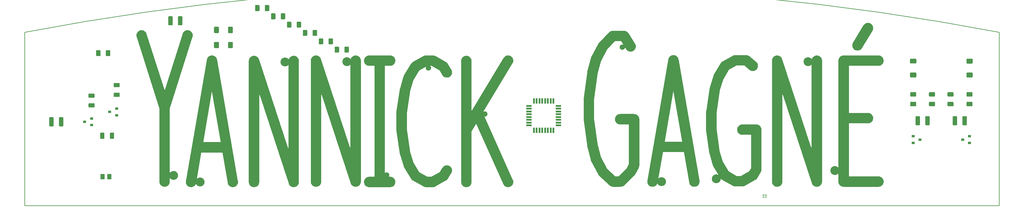
<source format=gbr>
%TF.GenerationSoftware,KiCad,Pcbnew,5.0.2-bee76a0~70~ubuntu18.04.1*%
%TF.CreationDate,2019-04-07T12:31:35-04:00*%
%TF.ProjectId,pcbnameplate,7063626e-616d-4657-906c-6174652e6b69,rev?*%
%TF.SameCoordinates,Original*%
%TF.FileFunction,Paste,Top*%
%TF.FilePolarity,Positive*%
%FSLAX46Y46*%
G04 Gerber Fmt 4.6, Leading zero omitted, Abs format (unit mm)*
G04 Created by KiCad (PCBNEW 5.0.2-bee76a0~70~ubuntu18.04.1) date Sun 07 Apr 2019 12:31:35 PM EDT*
%MOMM*%
%LPD*%
G01*
G04 APERTURE LIST*
%ADD10C,0.200000*%
%ADD11R,0.900000X0.800000*%
%ADD12C,0.100000*%
%ADD13C,1.250000*%
%ADD14C,2.540000*%
%ADD15C,1.524000*%
%ADD16R,0.550000X1.600000*%
%ADD17R,1.600000X0.550000*%
%ADD18R,1.200000X1.500000*%
%ADD19C,1.400000*%
%ADD20R,0.530000X0.280000*%
G04 APERTURE END LIST*
D10*
X36677600Y-138734800D02*
X36677600Y-88734800D01*
X316677600Y-138734800D02*
X316677600Y-88734800D01*
X36677600Y-88734800D02*
G75*
G02X316677600Y-88734800I140000000J-730000000D01*
G01*
X36677600Y-138734800D02*
X316677600Y-138734800D01*
D11*
X308136800Y-120634800D03*
X308136800Y-118734800D03*
X306136800Y-119684800D03*
X291938200Y-118734800D03*
X291938200Y-120634800D03*
X293938200Y-119684800D03*
D12*
G36*
X298007304Y-108802404D02*
X298031573Y-108806004D01*
X298055371Y-108811965D01*
X298078471Y-108820230D01*
X298100649Y-108830720D01*
X298121693Y-108843333D01*
X298141398Y-108857947D01*
X298159577Y-108874423D01*
X298176053Y-108892602D01*
X298190667Y-108912307D01*
X298203280Y-108933351D01*
X298213770Y-108955529D01*
X298222035Y-108978629D01*
X298227996Y-109002427D01*
X298231596Y-109026696D01*
X298232800Y-109051200D01*
X298232800Y-109801200D01*
X298231596Y-109825704D01*
X298227996Y-109849973D01*
X298222035Y-109873771D01*
X298213770Y-109896871D01*
X298203280Y-109919049D01*
X298190667Y-109940093D01*
X298176053Y-109959798D01*
X298159577Y-109977977D01*
X298141398Y-109994453D01*
X298121693Y-110009067D01*
X298100649Y-110021680D01*
X298078471Y-110032170D01*
X298055371Y-110040435D01*
X298031573Y-110046396D01*
X298007304Y-110049996D01*
X297982800Y-110051200D01*
X296732800Y-110051200D01*
X296708296Y-110049996D01*
X296684027Y-110046396D01*
X296660229Y-110040435D01*
X296637129Y-110032170D01*
X296614951Y-110021680D01*
X296593907Y-110009067D01*
X296574202Y-109994453D01*
X296556023Y-109977977D01*
X296539547Y-109959798D01*
X296524933Y-109940093D01*
X296512320Y-109919049D01*
X296501830Y-109896871D01*
X296493565Y-109873771D01*
X296487604Y-109849973D01*
X296484004Y-109825704D01*
X296482800Y-109801200D01*
X296482800Y-109051200D01*
X296484004Y-109026696D01*
X296487604Y-109002427D01*
X296493565Y-108978629D01*
X296501830Y-108955529D01*
X296512320Y-108933351D01*
X296524933Y-108912307D01*
X296539547Y-108892602D01*
X296556023Y-108874423D01*
X296574202Y-108857947D01*
X296593907Y-108843333D01*
X296614951Y-108830720D01*
X296637129Y-108820230D01*
X296660229Y-108811965D01*
X296684027Y-108806004D01*
X296708296Y-108802404D01*
X296732800Y-108801200D01*
X297982800Y-108801200D01*
X298007304Y-108802404D01*
X298007304Y-108802404D01*
G37*
D13*
X297357800Y-109426200D03*
D12*
G36*
X298007304Y-106002404D02*
X298031573Y-106006004D01*
X298055371Y-106011965D01*
X298078471Y-106020230D01*
X298100649Y-106030720D01*
X298121693Y-106043333D01*
X298141398Y-106057947D01*
X298159577Y-106074423D01*
X298176053Y-106092602D01*
X298190667Y-106112307D01*
X298203280Y-106133351D01*
X298213770Y-106155529D01*
X298222035Y-106178629D01*
X298227996Y-106202427D01*
X298231596Y-106226696D01*
X298232800Y-106251200D01*
X298232800Y-107001200D01*
X298231596Y-107025704D01*
X298227996Y-107049973D01*
X298222035Y-107073771D01*
X298213770Y-107096871D01*
X298203280Y-107119049D01*
X298190667Y-107140093D01*
X298176053Y-107159798D01*
X298159577Y-107177977D01*
X298141398Y-107194453D01*
X298121693Y-107209067D01*
X298100649Y-107221680D01*
X298078471Y-107232170D01*
X298055371Y-107240435D01*
X298031573Y-107246396D01*
X298007304Y-107249996D01*
X297982800Y-107251200D01*
X296732800Y-107251200D01*
X296708296Y-107249996D01*
X296684027Y-107246396D01*
X296660229Y-107240435D01*
X296637129Y-107232170D01*
X296614951Y-107221680D01*
X296593907Y-107209067D01*
X296574202Y-107194453D01*
X296556023Y-107177977D01*
X296539547Y-107159798D01*
X296524933Y-107140093D01*
X296512320Y-107119049D01*
X296501830Y-107096871D01*
X296493565Y-107073771D01*
X296487604Y-107049973D01*
X296484004Y-107025704D01*
X296482800Y-107001200D01*
X296482800Y-106251200D01*
X296484004Y-106226696D01*
X296487604Y-106202427D01*
X296493565Y-106178629D01*
X296501830Y-106155529D01*
X296512320Y-106133351D01*
X296524933Y-106112307D01*
X296539547Y-106092602D01*
X296556023Y-106074423D01*
X296574202Y-106057947D01*
X296593907Y-106043333D01*
X296614951Y-106030720D01*
X296637129Y-106020230D01*
X296660229Y-106011965D01*
X296684027Y-106006004D01*
X296708296Y-106002404D01*
X296732800Y-106001200D01*
X297982800Y-106001200D01*
X298007304Y-106002404D01*
X298007304Y-106002404D01*
G37*
D13*
X297357800Y-106626200D03*
D12*
G36*
X308776904Y-108802404D02*
X308801173Y-108806004D01*
X308824971Y-108811965D01*
X308848071Y-108820230D01*
X308870249Y-108830720D01*
X308891293Y-108843333D01*
X308910998Y-108857947D01*
X308929177Y-108874423D01*
X308945653Y-108892602D01*
X308960267Y-108912307D01*
X308972880Y-108933351D01*
X308983370Y-108955529D01*
X308991635Y-108978629D01*
X308997596Y-109002427D01*
X309001196Y-109026696D01*
X309002400Y-109051200D01*
X309002400Y-109801200D01*
X309001196Y-109825704D01*
X308997596Y-109849973D01*
X308991635Y-109873771D01*
X308983370Y-109896871D01*
X308972880Y-109919049D01*
X308960267Y-109940093D01*
X308945653Y-109959798D01*
X308929177Y-109977977D01*
X308910998Y-109994453D01*
X308891293Y-110009067D01*
X308870249Y-110021680D01*
X308848071Y-110032170D01*
X308824971Y-110040435D01*
X308801173Y-110046396D01*
X308776904Y-110049996D01*
X308752400Y-110051200D01*
X307502400Y-110051200D01*
X307477896Y-110049996D01*
X307453627Y-110046396D01*
X307429829Y-110040435D01*
X307406729Y-110032170D01*
X307384551Y-110021680D01*
X307363507Y-110009067D01*
X307343802Y-109994453D01*
X307325623Y-109977977D01*
X307309147Y-109959798D01*
X307294533Y-109940093D01*
X307281920Y-109919049D01*
X307271430Y-109896871D01*
X307263165Y-109873771D01*
X307257204Y-109849973D01*
X307253604Y-109825704D01*
X307252400Y-109801200D01*
X307252400Y-109051200D01*
X307253604Y-109026696D01*
X307257204Y-109002427D01*
X307263165Y-108978629D01*
X307271430Y-108955529D01*
X307281920Y-108933351D01*
X307294533Y-108912307D01*
X307309147Y-108892602D01*
X307325623Y-108874423D01*
X307343802Y-108857947D01*
X307363507Y-108843333D01*
X307384551Y-108830720D01*
X307406729Y-108820230D01*
X307429829Y-108811965D01*
X307453627Y-108806004D01*
X307477896Y-108802404D01*
X307502400Y-108801200D01*
X308752400Y-108801200D01*
X308776904Y-108802404D01*
X308776904Y-108802404D01*
G37*
D13*
X308127400Y-109426200D03*
D12*
G36*
X308776904Y-106002404D02*
X308801173Y-106006004D01*
X308824971Y-106011965D01*
X308848071Y-106020230D01*
X308870249Y-106030720D01*
X308891293Y-106043333D01*
X308910998Y-106057947D01*
X308929177Y-106074423D01*
X308945653Y-106092602D01*
X308960267Y-106112307D01*
X308972880Y-106133351D01*
X308983370Y-106155529D01*
X308991635Y-106178629D01*
X308997596Y-106202427D01*
X309001196Y-106226696D01*
X309002400Y-106251200D01*
X309002400Y-107001200D01*
X309001196Y-107025704D01*
X308997596Y-107049973D01*
X308991635Y-107073771D01*
X308983370Y-107096871D01*
X308972880Y-107119049D01*
X308960267Y-107140093D01*
X308945653Y-107159798D01*
X308929177Y-107177977D01*
X308910998Y-107194453D01*
X308891293Y-107209067D01*
X308870249Y-107221680D01*
X308848071Y-107232170D01*
X308824971Y-107240435D01*
X308801173Y-107246396D01*
X308776904Y-107249996D01*
X308752400Y-107251200D01*
X307502400Y-107251200D01*
X307477896Y-107249996D01*
X307453627Y-107246396D01*
X307429829Y-107240435D01*
X307406729Y-107232170D01*
X307384551Y-107221680D01*
X307363507Y-107209067D01*
X307343802Y-107194453D01*
X307325623Y-107177977D01*
X307309147Y-107159798D01*
X307294533Y-107140093D01*
X307281920Y-107119049D01*
X307271430Y-107096871D01*
X307263165Y-107073771D01*
X307257204Y-107049973D01*
X307253604Y-107025704D01*
X307252400Y-107001200D01*
X307252400Y-106251200D01*
X307253604Y-106226696D01*
X307257204Y-106202427D01*
X307263165Y-106178629D01*
X307271430Y-106155529D01*
X307281920Y-106133351D01*
X307294533Y-106112307D01*
X307309147Y-106092602D01*
X307325623Y-106074423D01*
X307343802Y-106057947D01*
X307363507Y-106043333D01*
X307384551Y-106030720D01*
X307406729Y-106020230D01*
X307429829Y-106011965D01*
X307453627Y-106006004D01*
X307477896Y-106002404D01*
X307502400Y-106001200D01*
X308752400Y-106001200D01*
X308776904Y-106002404D01*
X308776904Y-106002404D01*
G37*
D13*
X308127400Y-106626200D03*
D12*
G36*
X292597104Y-108802404D02*
X292621373Y-108806004D01*
X292645171Y-108811965D01*
X292668271Y-108820230D01*
X292690449Y-108830720D01*
X292711493Y-108843333D01*
X292731198Y-108857947D01*
X292749377Y-108874423D01*
X292765853Y-108892602D01*
X292780467Y-108912307D01*
X292793080Y-108933351D01*
X292803570Y-108955529D01*
X292811835Y-108978629D01*
X292817796Y-109002427D01*
X292821396Y-109026696D01*
X292822600Y-109051200D01*
X292822600Y-109801200D01*
X292821396Y-109825704D01*
X292817796Y-109849973D01*
X292811835Y-109873771D01*
X292803570Y-109896871D01*
X292793080Y-109919049D01*
X292780467Y-109940093D01*
X292765853Y-109959798D01*
X292749377Y-109977977D01*
X292731198Y-109994453D01*
X292711493Y-110009067D01*
X292690449Y-110021680D01*
X292668271Y-110032170D01*
X292645171Y-110040435D01*
X292621373Y-110046396D01*
X292597104Y-110049996D01*
X292572600Y-110051200D01*
X291322600Y-110051200D01*
X291298096Y-110049996D01*
X291273827Y-110046396D01*
X291250029Y-110040435D01*
X291226929Y-110032170D01*
X291204751Y-110021680D01*
X291183707Y-110009067D01*
X291164002Y-109994453D01*
X291145823Y-109977977D01*
X291129347Y-109959798D01*
X291114733Y-109940093D01*
X291102120Y-109919049D01*
X291091630Y-109896871D01*
X291083365Y-109873771D01*
X291077404Y-109849973D01*
X291073804Y-109825704D01*
X291072600Y-109801200D01*
X291072600Y-109051200D01*
X291073804Y-109026696D01*
X291077404Y-109002427D01*
X291083365Y-108978629D01*
X291091630Y-108955529D01*
X291102120Y-108933351D01*
X291114733Y-108912307D01*
X291129347Y-108892602D01*
X291145823Y-108874423D01*
X291164002Y-108857947D01*
X291183707Y-108843333D01*
X291204751Y-108830720D01*
X291226929Y-108820230D01*
X291250029Y-108811965D01*
X291273827Y-108806004D01*
X291298096Y-108802404D01*
X291322600Y-108801200D01*
X292572600Y-108801200D01*
X292597104Y-108802404D01*
X292597104Y-108802404D01*
G37*
D13*
X291947600Y-109426200D03*
D12*
G36*
X292597104Y-106002404D02*
X292621373Y-106006004D01*
X292645171Y-106011965D01*
X292668271Y-106020230D01*
X292690449Y-106030720D01*
X292711493Y-106043333D01*
X292731198Y-106057947D01*
X292749377Y-106074423D01*
X292765853Y-106092602D01*
X292780467Y-106112307D01*
X292793080Y-106133351D01*
X292803570Y-106155529D01*
X292811835Y-106178629D01*
X292817796Y-106202427D01*
X292821396Y-106226696D01*
X292822600Y-106251200D01*
X292822600Y-107001200D01*
X292821396Y-107025704D01*
X292817796Y-107049973D01*
X292811835Y-107073771D01*
X292803570Y-107096871D01*
X292793080Y-107119049D01*
X292780467Y-107140093D01*
X292765853Y-107159798D01*
X292749377Y-107177977D01*
X292731198Y-107194453D01*
X292711493Y-107209067D01*
X292690449Y-107221680D01*
X292668271Y-107232170D01*
X292645171Y-107240435D01*
X292621373Y-107246396D01*
X292597104Y-107249996D01*
X292572600Y-107251200D01*
X291322600Y-107251200D01*
X291298096Y-107249996D01*
X291273827Y-107246396D01*
X291250029Y-107240435D01*
X291226929Y-107232170D01*
X291204751Y-107221680D01*
X291183707Y-107209067D01*
X291164002Y-107194453D01*
X291145823Y-107177977D01*
X291129347Y-107159798D01*
X291114733Y-107140093D01*
X291102120Y-107119049D01*
X291091630Y-107096871D01*
X291083365Y-107073771D01*
X291077404Y-107049973D01*
X291073804Y-107025704D01*
X291072600Y-107001200D01*
X291072600Y-106251200D01*
X291073804Y-106226696D01*
X291077404Y-106202427D01*
X291083365Y-106178629D01*
X291091630Y-106155529D01*
X291102120Y-106133351D01*
X291114733Y-106112307D01*
X291129347Y-106092602D01*
X291145823Y-106074423D01*
X291164002Y-106057947D01*
X291183707Y-106043333D01*
X291204751Y-106030720D01*
X291226929Y-106020230D01*
X291250029Y-106011965D01*
X291273827Y-106006004D01*
X291298096Y-106002404D01*
X291322600Y-106001200D01*
X292572600Y-106001200D01*
X292597104Y-106002404D01*
X292597104Y-106002404D01*
G37*
D13*
X291947600Y-106626200D03*
D12*
G36*
X303315904Y-108802404D02*
X303340173Y-108806004D01*
X303363971Y-108811965D01*
X303387071Y-108820230D01*
X303409249Y-108830720D01*
X303430293Y-108843333D01*
X303449998Y-108857947D01*
X303468177Y-108874423D01*
X303484653Y-108892602D01*
X303499267Y-108912307D01*
X303511880Y-108933351D01*
X303522370Y-108955529D01*
X303530635Y-108978629D01*
X303536596Y-109002427D01*
X303540196Y-109026696D01*
X303541400Y-109051200D01*
X303541400Y-109801200D01*
X303540196Y-109825704D01*
X303536596Y-109849973D01*
X303530635Y-109873771D01*
X303522370Y-109896871D01*
X303511880Y-109919049D01*
X303499267Y-109940093D01*
X303484653Y-109959798D01*
X303468177Y-109977977D01*
X303449998Y-109994453D01*
X303430293Y-110009067D01*
X303409249Y-110021680D01*
X303387071Y-110032170D01*
X303363971Y-110040435D01*
X303340173Y-110046396D01*
X303315904Y-110049996D01*
X303291400Y-110051200D01*
X302041400Y-110051200D01*
X302016896Y-110049996D01*
X301992627Y-110046396D01*
X301968829Y-110040435D01*
X301945729Y-110032170D01*
X301923551Y-110021680D01*
X301902507Y-110009067D01*
X301882802Y-109994453D01*
X301864623Y-109977977D01*
X301848147Y-109959798D01*
X301833533Y-109940093D01*
X301820920Y-109919049D01*
X301810430Y-109896871D01*
X301802165Y-109873771D01*
X301796204Y-109849973D01*
X301792604Y-109825704D01*
X301791400Y-109801200D01*
X301791400Y-109051200D01*
X301792604Y-109026696D01*
X301796204Y-109002427D01*
X301802165Y-108978629D01*
X301810430Y-108955529D01*
X301820920Y-108933351D01*
X301833533Y-108912307D01*
X301848147Y-108892602D01*
X301864623Y-108874423D01*
X301882802Y-108857947D01*
X301902507Y-108843333D01*
X301923551Y-108830720D01*
X301945729Y-108820230D01*
X301968829Y-108811965D01*
X301992627Y-108806004D01*
X302016896Y-108802404D01*
X302041400Y-108801200D01*
X303291400Y-108801200D01*
X303315904Y-108802404D01*
X303315904Y-108802404D01*
G37*
D13*
X302666400Y-109426200D03*
D12*
G36*
X303315904Y-106002404D02*
X303340173Y-106006004D01*
X303363971Y-106011965D01*
X303387071Y-106020230D01*
X303409249Y-106030720D01*
X303430293Y-106043333D01*
X303449998Y-106057947D01*
X303468177Y-106074423D01*
X303484653Y-106092602D01*
X303499267Y-106112307D01*
X303511880Y-106133351D01*
X303522370Y-106155529D01*
X303530635Y-106178629D01*
X303536596Y-106202427D01*
X303540196Y-106226696D01*
X303541400Y-106251200D01*
X303541400Y-107001200D01*
X303540196Y-107025704D01*
X303536596Y-107049973D01*
X303530635Y-107073771D01*
X303522370Y-107096871D01*
X303511880Y-107119049D01*
X303499267Y-107140093D01*
X303484653Y-107159798D01*
X303468177Y-107177977D01*
X303449998Y-107194453D01*
X303430293Y-107209067D01*
X303409249Y-107221680D01*
X303387071Y-107232170D01*
X303363971Y-107240435D01*
X303340173Y-107246396D01*
X303315904Y-107249996D01*
X303291400Y-107251200D01*
X302041400Y-107251200D01*
X302016896Y-107249996D01*
X301992627Y-107246396D01*
X301968829Y-107240435D01*
X301945729Y-107232170D01*
X301923551Y-107221680D01*
X301902507Y-107209067D01*
X301882802Y-107194453D01*
X301864623Y-107177977D01*
X301848147Y-107159798D01*
X301833533Y-107140093D01*
X301820920Y-107119049D01*
X301810430Y-107096871D01*
X301802165Y-107073771D01*
X301796204Y-107049973D01*
X301792604Y-107025704D01*
X301791400Y-107001200D01*
X301791400Y-106251200D01*
X301792604Y-106226696D01*
X301796204Y-106202427D01*
X301802165Y-106178629D01*
X301810430Y-106155529D01*
X301820920Y-106133351D01*
X301833533Y-106112307D01*
X301848147Y-106092602D01*
X301864623Y-106074423D01*
X301882802Y-106057947D01*
X301902507Y-106043333D01*
X301923551Y-106030720D01*
X301945729Y-106020230D01*
X301968829Y-106011965D01*
X301992627Y-106006004D01*
X302016896Y-106002404D01*
X302041400Y-106001200D01*
X303291400Y-106001200D01*
X303315904Y-106002404D01*
X303315904Y-106002404D01*
G37*
D13*
X302666400Y-106626200D03*
D12*
G36*
X304332904Y-112900004D02*
X304357173Y-112903604D01*
X304380971Y-112909565D01*
X304404071Y-112917830D01*
X304426249Y-112928320D01*
X304447293Y-112940933D01*
X304466998Y-112955547D01*
X304485177Y-112972023D01*
X304501653Y-112990202D01*
X304516267Y-113009907D01*
X304528880Y-113030951D01*
X304539370Y-113053129D01*
X304547635Y-113076229D01*
X304553596Y-113100027D01*
X304557196Y-113124296D01*
X304558400Y-113148800D01*
X304558400Y-115298800D01*
X304557196Y-115323304D01*
X304553596Y-115347573D01*
X304547635Y-115371371D01*
X304539370Y-115394471D01*
X304528880Y-115416649D01*
X304516267Y-115437693D01*
X304501653Y-115457398D01*
X304485177Y-115475577D01*
X304466998Y-115492053D01*
X304447293Y-115506667D01*
X304426249Y-115519280D01*
X304404071Y-115529770D01*
X304380971Y-115538035D01*
X304357173Y-115543996D01*
X304332904Y-115547596D01*
X304308400Y-115548800D01*
X303558400Y-115548800D01*
X303533896Y-115547596D01*
X303509627Y-115543996D01*
X303485829Y-115538035D01*
X303462729Y-115529770D01*
X303440551Y-115519280D01*
X303419507Y-115506667D01*
X303399802Y-115492053D01*
X303381623Y-115475577D01*
X303365147Y-115457398D01*
X303350533Y-115437693D01*
X303337920Y-115416649D01*
X303327430Y-115394471D01*
X303319165Y-115371371D01*
X303313204Y-115347573D01*
X303309604Y-115323304D01*
X303308400Y-115298800D01*
X303308400Y-113148800D01*
X303309604Y-113124296D01*
X303313204Y-113100027D01*
X303319165Y-113076229D01*
X303327430Y-113053129D01*
X303337920Y-113030951D01*
X303350533Y-113009907D01*
X303365147Y-112990202D01*
X303381623Y-112972023D01*
X303399802Y-112955547D01*
X303419507Y-112940933D01*
X303440551Y-112928320D01*
X303462729Y-112917830D01*
X303485829Y-112909565D01*
X303509627Y-112903604D01*
X303533896Y-112900004D01*
X303558400Y-112898800D01*
X304308400Y-112898800D01*
X304332904Y-112900004D01*
X304332904Y-112900004D01*
G37*
D13*
X303933400Y-114223800D03*
D12*
G36*
X307132904Y-112900004D02*
X307157173Y-112903604D01*
X307180971Y-112909565D01*
X307204071Y-112917830D01*
X307226249Y-112928320D01*
X307247293Y-112940933D01*
X307266998Y-112955547D01*
X307285177Y-112972023D01*
X307301653Y-112990202D01*
X307316267Y-113009907D01*
X307328880Y-113030951D01*
X307339370Y-113053129D01*
X307347635Y-113076229D01*
X307353596Y-113100027D01*
X307357196Y-113124296D01*
X307358400Y-113148800D01*
X307358400Y-115298800D01*
X307357196Y-115323304D01*
X307353596Y-115347573D01*
X307347635Y-115371371D01*
X307339370Y-115394471D01*
X307328880Y-115416649D01*
X307316267Y-115437693D01*
X307301653Y-115457398D01*
X307285177Y-115475577D01*
X307266998Y-115492053D01*
X307247293Y-115506667D01*
X307226249Y-115519280D01*
X307204071Y-115529770D01*
X307180971Y-115538035D01*
X307157173Y-115543996D01*
X307132904Y-115547596D01*
X307108400Y-115548800D01*
X306358400Y-115548800D01*
X306333896Y-115547596D01*
X306309627Y-115543996D01*
X306285829Y-115538035D01*
X306262729Y-115529770D01*
X306240551Y-115519280D01*
X306219507Y-115506667D01*
X306199802Y-115492053D01*
X306181623Y-115475577D01*
X306165147Y-115457398D01*
X306150533Y-115437693D01*
X306137920Y-115416649D01*
X306127430Y-115394471D01*
X306119165Y-115371371D01*
X306113204Y-115347573D01*
X306109604Y-115323304D01*
X306108400Y-115298800D01*
X306108400Y-113148800D01*
X306109604Y-113124296D01*
X306113204Y-113100027D01*
X306119165Y-113076229D01*
X306127430Y-113053129D01*
X306137920Y-113030951D01*
X306150533Y-113009907D01*
X306165147Y-112990202D01*
X306181623Y-112972023D01*
X306199802Y-112955547D01*
X306219507Y-112940933D01*
X306240551Y-112928320D01*
X306262729Y-112917830D01*
X306285829Y-112909565D01*
X306309627Y-112903604D01*
X306333896Y-112900004D01*
X306358400Y-112898800D01*
X307108400Y-112898800D01*
X307132904Y-112900004D01*
X307132904Y-112900004D01*
G37*
D13*
X306733400Y-114223800D03*
D12*
G36*
X293664904Y-112900004D02*
X293689173Y-112903604D01*
X293712971Y-112909565D01*
X293736071Y-112917830D01*
X293758249Y-112928320D01*
X293779293Y-112940933D01*
X293798998Y-112955547D01*
X293817177Y-112972023D01*
X293833653Y-112990202D01*
X293848267Y-113009907D01*
X293860880Y-113030951D01*
X293871370Y-113053129D01*
X293879635Y-113076229D01*
X293885596Y-113100027D01*
X293889196Y-113124296D01*
X293890400Y-113148800D01*
X293890400Y-115298800D01*
X293889196Y-115323304D01*
X293885596Y-115347573D01*
X293879635Y-115371371D01*
X293871370Y-115394471D01*
X293860880Y-115416649D01*
X293848267Y-115437693D01*
X293833653Y-115457398D01*
X293817177Y-115475577D01*
X293798998Y-115492053D01*
X293779293Y-115506667D01*
X293758249Y-115519280D01*
X293736071Y-115529770D01*
X293712971Y-115538035D01*
X293689173Y-115543996D01*
X293664904Y-115547596D01*
X293640400Y-115548800D01*
X292890400Y-115548800D01*
X292865896Y-115547596D01*
X292841627Y-115543996D01*
X292817829Y-115538035D01*
X292794729Y-115529770D01*
X292772551Y-115519280D01*
X292751507Y-115506667D01*
X292731802Y-115492053D01*
X292713623Y-115475577D01*
X292697147Y-115457398D01*
X292682533Y-115437693D01*
X292669920Y-115416649D01*
X292659430Y-115394471D01*
X292651165Y-115371371D01*
X292645204Y-115347573D01*
X292641604Y-115323304D01*
X292640400Y-115298800D01*
X292640400Y-113148800D01*
X292641604Y-113124296D01*
X292645204Y-113100027D01*
X292651165Y-113076229D01*
X292659430Y-113053129D01*
X292669920Y-113030951D01*
X292682533Y-113009907D01*
X292697147Y-112990202D01*
X292713623Y-112972023D01*
X292731802Y-112955547D01*
X292751507Y-112940933D01*
X292772551Y-112928320D01*
X292794729Y-112917830D01*
X292817829Y-112909565D01*
X292841627Y-112903604D01*
X292865896Y-112900004D01*
X292890400Y-112898800D01*
X293640400Y-112898800D01*
X293664904Y-112900004D01*
X293664904Y-112900004D01*
G37*
D13*
X293265400Y-114223800D03*
D12*
G36*
X296464904Y-112900004D02*
X296489173Y-112903604D01*
X296512971Y-112909565D01*
X296536071Y-112917830D01*
X296558249Y-112928320D01*
X296579293Y-112940933D01*
X296598998Y-112955547D01*
X296617177Y-112972023D01*
X296633653Y-112990202D01*
X296648267Y-113009907D01*
X296660880Y-113030951D01*
X296671370Y-113053129D01*
X296679635Y-113076229D01*
X296685596Y-113100027D01*
X296689196Y-113124296D01*
X296690400Y-113148800D01*
X296690400Y-115298800D01*
X296689196Y-115323304D01*
X296685596Y-115347573D01*
X296679635Y-115371371D01*
X296671370Y-115394471D01*
X296660880Y-115416649D01*
X296648267Y-115437693D01*
X296633653Y-115457398D01*
X296617177Y-115475577D01*
X296598998Y-115492053D01*
X296579293Y-115506667D01*
X296558249Y-115519280D01*
X296536071Y-115529770D01*
X296512971Y-115538035D01*
X296489173Y-115543996D01*
X296464904Y-115547596D01*
X296440400Y-115548800D01*
X295690400Y-115548800D01*
X295665896Y-115547596D01*
X295641627Y-115543996D01*
X295617829Y-115538035D01*
X295594729Y-115529770D01*
X295572551Y-115519280D01*
X295551507Y-115506667D01*
X295531802Y-115492053D01*
X295513623Y-115475577D01*
X295497147Y-115457398D01*
X295482533Y-115437693D01*
X295469920Y-115416649D01*
X295459430Y-115394471D01*
X295451165Y-115371371D01*
X295445204Y-115347573D01*
X295441604Y-115323304D01*
X295440400Y-115298800D01*
X295440400Y-113148800D01*
X295441604Y-113124296D01*
X295445204Y-113100027D01*
X295451165Y-113076229D01*
X295459430Y-113053129D01*
X295469920Y-113030951D01*
X295482533Y-113009907D01*
X295497147Y-112990202D01*
X295513623Y-112972023D01*
X295531802Y-112955547D01*
X295551507Y-112940933D01*
X295572551Y-112928320D01*
X295594729Y-112917830D01*
X295617829Y-112909565D01*
X295641627Y-112903604D01*
X295665896Y-112900004D01*
X295690400Y-112898800D01*
X296440400Y-112898800D01*
X296464904Y-112900004D01*
X296464904Y-112900004D01*
G37*
D13*
X296065400Y-114223800D03*
D14*
X278960400Y-87601200D03*
D12*
G36*
X279048412Y-86003785D02*
X279194115Y-86019519D01*
X279337586Y-86049397D01*
X279477457Y-86093133D01*
X279612392Y-86150309D01*
X279741104Y-86220380D01*
X279862365Y-86302676D01*
X279975016Y-86396412D01*
X280077982Y-86500694D01*
X280170280Y-86614525D01*
X280251030Y-86736821D01*
X280319460Y-86866413D01*
X280374919Y-87002063D01*
X280416875Y-87142479D01*
X280444929Y-87286317D01*
X280458813Y-87432208D01*
X280458393Y-87578756D01*
X280443676Y-87724564D01*
X280414800Y-87868241D01*
X280372043Y-88008414D01*
X280315809Y-88143746D01*
X280246639Y-88272944D01*
X277246639Y-93272944D01*
X277235739Y-93290827D01*
X277152598Y-93411510D01*
X277058077Y-93523504D01*
X276953079Y-93625739D01*
X276838606Y-93717241D01*
X276715750Y-93797135D01*
X276585683Y-93864659D01*
X276449650Y-93919168D01*
X276308945Y-93960144D01*
X276164914Y-93987193D01*
X276018930Y-94000057D01*
X275872388Y-93998615D01*
X275726686Y-93982881D01*
X275583214Y-93953003D01*
X275443343Y-93909267D01*
X275308408Y-93852091D01*
X275179696Y-93782020D01*
X275058435Y-93699724D01*
X274945785Y-93605988D01*
X274842818Y-93501706D01*
X274750520Y-93387874D01*
X274669770Y-93265579D01*
X274601340Y-93135987D01*
X274545881Y-93000337D01*
X274503925Y-92859921D01*
X274475871Y-92716082D01*
X274461988Y-92570192D01*
X274462407Y-92423644D01*
X274477124Y-92277836D01*
X274506000Y-92134159D01*
X274548757Y-91993986D01*
X274604991Y-91858654D01*
X274674161Y-91729456D01*
X277674161Y-86729456D01*
X277685061Y-86711573D01*
X277768202Y-86590890D01*
X277862723Y-86478896D01*
X277967721Y-86376661D01*
X278082194Y-86285159D01*
X278205050Y-86205265D01*
X278335117Y-86137741D01*
X278471150Y-86083231D01*
X278611855Y-86042256D01*
X278755886Y-86015207D01*
X278901870Y-86002343D01*
X279048412Y-86003785D01*
X279048412Y-86003785D01*
G37*
D14*
X269460400Y-128601200D03*
D12*
G36*
X281981343Y-95401346D02*
X282127603Y-95410548D01*
X282272268Y-95433979D01*
X282413955Y-95471414D01*
X282551313Y-95522497D01*
X282683031Y-95586740D01*
X282807851Y-95663530D01*
X282924581Y-95752133D01*
X283032109Y-95851705D01*
X283129407Y-95961294D01*
X283215546Y-96079855D01*
X283289705Y-96206256D01*
X283351176Y-96339290D01*
X283399371Y-96477688D01*
X283433831Y-96620128D01*
X283454227Y-96765251D01*
X283460363Y-96911672D01*
X283452183Y-97057993D01*
X283429763Y-97202817D01*
X283393318Y-97344762D01*
X283343195Y-97482473D01*
X283279873Y-97614636D01*
X283203956Y-97739989D01*
X283116170Y-97857336D01*
X283017351Y-97965556D01*
X282908444Y-98063617D01*
X282790487Y-98150582D01*
X282664607Y-98225621D01*
X282532006Y-98288019D01*
X282393948Y-98337179D01*
X282251752Y-98372633D01*
X282106774Y-98394041D01*
X281960400Y-98401200D01*
X273460400Y-98401200D01*
X273460400Y-112001200D01*
X278960400Y-112001200D01*
X278981343Y-112001346D01*
X279127603Y-112010548D01*
X279272268Y-112033979D01*
X279413955Y-112071414D01*
X279551313Y-112122497D01*
X279683031Y-112186740D01*
X279807851Y-112263530D01*
X279924581Y-112352133D01*
X280032109Y-112451705D01*
X280129407Y-112561294D01*
X280215546Y-112679855D01*
X280289705Y-112806256D01*
X280351176Y-112939290D01*
X280399371Y-113077688D01*
X280433831Y-113220128D01*
X280454227Y-113365251D01*
X280460363Y-113511672D01*
X280452183Y-113657993D01*
X280429763Y-113802817D01*
X280393318Y-113944762D01*
X280343195Y-114082473D01*
X280279873Y-114214636D01*
X280203956Y-114339989D01*
X280116170Y-114457336D01*
X280017351Y-114565556D01*
X279908444Y-114663617D01*
X279790487Y-114750582D01*
X279664607Y-114825621D01*
X279532006Y-114888019D01*
X279393948Y-114937179D01*
X279251752Y-114972633D01*
X279106774Y-114994041D01*
X278960400Y-115001200D01*
X273460400Y-115001200D01*
X273460400Y-130301200D01*
X281960400Y-130301200D01*
X281981343Y-130301346D01*
X282127603Y-130310548D01*
X282272268Y-130333979D01*
X282413955Y-130371414D01*
X282551313Y-130422497D01*
X282683031Y-130486740D01*
X282807851Y-130563530D01*
X282924581Y-130652133D01*
X283032109Y-130751705D01*
X283129407Y-130861294D01*
X283215546Y-130979855D01*
X283289705Y-131106256D01*
X283351176Y-131239290D01*
X283399371Y-131377688D01*
X283433831Y-131520128D01*
X283454227Y-131665251D01*
X283460363Y-131811672D01*
X283452183Y-131957993D01*
X283429763Y-132102817D01*
X283393318Y-132244762D01*
X283343195Y-132382473D01*
X283279873Y-132514636D01*
X283203956Y-132639989D01*
X283116170Y-132757336D01*
X283017351Y-132865556D01*
X282908444Y-132963617D01*
X282790487Y-133050582D01*
X282664607Y-133125621D01*
X282532006Y-133188019D01*
X282393948Y-133237179D01*
X282251752Y-133272633D01*
X282106774Y-133294041D01*
X281960400Y-133301200D01*
X271960400Y-133301200D01*
X271950665Y-133301132D01*
X271949928Y-133301163D01*
X271949192Y-133301122D01*
X271939457Y-133301054D01*
X271871509Y-133296779D01*
X271803607Y-133292983D01*
X271798427Y-133292181D01*
X271793197Y-133291852D01*
X271726068Y-133280979D01*
X271658783Y-133270563D01*
X271653701Y-133269258D01*
X271648532Y-133268421D01*
X271582804Y-133251055D01*
X271516838Y-133234118D01*
X271511909Y-133232324D01*
X271506845Y-133230986D01*
X271443096Y-133207278D01*
X271379127Y-133183995D01*
X271374399Y-133181730D01*
X271369487Y-133179903D01*
X271308318Y-133150069D01*
X271246964Y-133120673D01*
X271242483Y-133117959D01*
X271237769Y-133115660D01*
X271179761Y-133079973D01*
X271121611Y-133044756D01*
X271117419Y-133041620D01*
X271112949Y-133038870D01*
X271058723Y-132997710D01*
X271004264Y-132956970D01*
X271000393Y-132953435D01*
X270996219Y-132950267D01*
X270946283Y-132904026D01*
X270896044Y-132858151D01*
X270892539Y-132854258D01*
X270888691Y-132850695D01*
X270843504Y-132799800D01*
X270797983Y-132749244D01*
X270794873Y-132745025D01*
X270791393Y-132741106D01*
X270751405Y-132686067D01*
X270711018Y-132631287D01*
X270708333Y-132626783D01*
X270705254Y-132622545D01*
X270670824Y-132563860D01*
X270635979Y-132505407D01*
X270633748Y-132500666D01*
X270631095Y-132496144D01*
X270602548Y-132434364D01*
X270573581Y-132372806D01*
X270571823Y-132367869D01*
X270569624Y-132363110D01*
X270547240Y-132298831D01*
X270524421Y-132234748D01*
X270523153Y-132229663D01*
X270521429Y-132224712D01*
X270505431Y-132158585D01*
X270488967Y-132092552D01*
X270488201Y-132087364D01*
X270486969Y-132082272D01*
X270477495Y-132014863D01*
X270467559Y-131947574D01*
X270467303Y-131942345D01*
X270466573Y-131937149D01*
X270463724Y-131869155D01*
X270460400Y-131801200D01*
X270460400Y-129382198D01*
X270401408Y-129454080D01*
X270313280Y-129542208D01*
X270216938Y-129621274D01*
X270113310Y-129690515D01*
X270003395Y-129749266D01*
X269888250Y-129796961D01*
X269768985Y-129833140D01*
X269646748Y-129857454D01*
X269522716Y-129869670D01*
X269398084Y-129869670D01*
X269274052Y-129857454D01*
X269151815Y-129833140D01*
X269032550Y-129796961D01*
X268917405Y-129749266D01*
X268807490Y-129690515D01*
X268703862Y-129621274D01*
X268607520Y-129542208D01*
X268519392Y-129454080D01*
X268440326Y-129357738D01*
X268371085Y-129254110D01*
X268312334Y-129144195D01*
X268264639Y-129029050D01*
X268228460Y-128909785D01*
X268204146Y-128787548D01*
X268191930Y-128663516D01*
X268191930Y-128538884D01*
X268204146Y-128414852D01*
X268228460Y-128292615D01*
X268264639Y-128173350D01*
X268312334Y-128058205D01*
X268371085Y-127948290D01*
X268440326Y-127844662D01*
X268519392Y-127748320D01*
X268607520Y-127660192D01*
X268703862Y-127581126D01*
X268807490Y-127511885D01*
X268917405Y-127453134D01*
X269032550Y-127405439D01*
X269151815Y-127369260D01*
X269274052Y-127344946D01*
X269398084Y-127332730D01*
X269522716Y-127332730D01*
X269646748Y-127344946D01*
X269768985Y-127369260D01*
X269888250Y-127405439D01*
X270003395Y-127453134D01*
X270113310Y-127511885D01*
X270216938Y-127581126D01*
X270313280Y-127660192D01*
X270401408Y-127748320D01*
X270460400Y-127820202D01*
X270460400Y-96901200D01*
X270460468Y-96891465D01*
X270460437Y-96890728D01*
X270460478Y-96889992D01*
X270460546Y-96880257D01*
X270464821Y-96812309D01*
X270468617Y-96744407D01*
X270469419Y-96739227D01*
X270469748Y-96733997D01*
X270480621Y-96666868D01*
X270491037Y-96599583D01*
X270492342Y-96594501D01*
X270493179Y-96589332D01*
X270510545Y-96523604D01*
X270527482Y-96457638D01*
X270529276Y-96452709D01*
X270530614Y-96447645D01*
X270554322Y-96383896D01*
X270577605Y-96319927D01*
X270579870Y-96315199D01*
X270581697Y-96310287D01*
X270611531Y-96249118D01*
X270640927Y-96187764D01*
X270643641Y-96183283D01*
X270645940Y-96178569D01*
X270681627Y-96120561D01*
X270716844Y-96062411D01*
X270719980Y-96058219D01*
X270722730Y-96053749D01*
X270763890Y-95999523D01*
X270804630Y-95945064D01*
X270808165Y-95941193D01*
X270811333Y-95937019D01*
X270857574Y-95887083D01*
X270903449Y-95836844D01*
X270907342Y-95833339D01*
X270910905Y-95829491D01*
X270961800Y-95784304D01*
X271012356Y-95738783D01*
X271016575Y-95735673D01*
X271020494Y-95732193D01*
X271075533Y-95692205D01*
X271130313Y-95651818D01*
X271134817Y-95649133D01*
X271139055Y-95646054D01*
X271197740Y-95611624D01*
X271256193Y-95576779D01*
X271260934Y-95574548D01*
X271265456Y-95571895D01*
X271327236Y-95543348D01*
X271388794Y-95514381D01*
X271393731Y-95512623D01*
X271398490Y-95510424D01*
X271462769Y-95488040D01*
X271526852Y-95465221D01*
X271531937Y-95463953D01*
X271536888Y-95462229D01*
X271603015Y-95446231D01*
X271669048Y-95429767D01*
X271674236Y-95429001D01*
X271679328Y-95427769D01*
X271746737Y-95418295D01*
X271814026Y-95408359D01*
X271819255Y-95408103D01*
X271824451Y-95407373D01*
X271892445Y-95404524D01*
X271960400Y-95401200D01*
X281960400Y-95401200D01*
X281981343Y-95401346D01*
X281981343Y-95401346D01*
G37*
D14*
X261760400Y-97201200D03*
D12*
G36*
X264417193Y-95409417D02*
X264562017Y-95431837D01*
X264703962Y-95468282D01*
X264841673Y-95518405D01*
X264973836Y-95581727D01*
X265099189Y-95657644D01*
X265216536Y-95745430D01*
X265324756Y-95844249D01*
X265422817Y-95953156D01*
X265509782Y-96071113D01*
X265584821Y-96196993D01*
X265647219Y-96329594D01*
X265696379Y-96467652D01*
X265731833Y-96609848D01*
X265753241Y-96754826D01*
X265760400Y-96901200D01*
X265760400Y-131801200D01*
X265760254Y-131822143D01*
X265756711Y-131878462D01*
X265754437Y-131934815D01*
X265752113Y-131951542D01*
X265751052Y-131968403D01*
X265742032Y-132024091D01*
X265734268Y-132079971D01*
X265730321Y-132096399D01*
X265727621Y-132113068D01*
X265713214Y-132167596D01*
X265700031Y-132222464D01*
X265694500Y-132238427D01*
X265690186Y-132254755D01*
X265670522Y-132307631D01*
X265652052Y-132360936D01*
X265644992Y-132376279D01*
X265639103Y-132392113D01*
X265614367Y-132442828D01*
X265590789Y-132494067D01*
X265582266Y-132508645D01*
X265574860Y-132523831D01*
X265545294Y-132571890D01*
X265516828Y-132620583D01*
X265506922Y-132634262D01*
X265498070Y-132648651D01*
X265463958Y-132693591D01*
X265430874Y-132739278D01*
X265419681Y-132751925D01*
X265409467Y-132765381D01*
X265371126Y-132806785D01*
X265333747Y-132849019D01*
X265321376Y-132860511D01*
X265309895Y-132872909D01*
X265267695Y-132910376D01*
X265226375Y-132948759D01*
X265212941Y-132958989D01*
X265200306Y-132970207D01*
X265154665Y-133003367D01*
X265109783Y-133037545D01*
X265095406Y-133046421D01*
X265081745Y-133056346D01*
X265033110Y-133084880D01*
X264985083Y-133114530D01*
X264969904Y-133121963D01*
X264955344Y-133130505D01*
X264904162Y-133154155D01*
X264853466Y-133178979D01*
X264837639Y-133184893D01*
X264822310Y-133191976D01*
X264769015Y-133210535D01*
X264716187Y-133230275D01*
X264699873Y-133234613D01*
X264683912Y-133240171D01*
X264629076Y-133253437D01*
X264574559Y-133267933D01*
X264557885Y-133270660D01*
X264541472Y-133274631D01*
X264485610Y-133282482D01*
X264429932Y-133291589D01*
X264413078Y-133292676D01*
X264396349Y-133295027D01*
X264340003Y-133297388D01*
X264283686Y-133301020D01*
X264266790Y-133300456D01*
X264249928Y-133301163D01*
X264193636Y-133298016D01*
X264137219Y-133296134D01*
X264120470Y-133293926D01*
X264103607Y-133292983D01*
X264047842Y-133284350D01*
X263991927Y-133276978D01*
X263975485Y-133273149D01*
X263958783Y-133270563D01*
X263904103Y-133256524D01*
X263849197Y-133243736D01*
X263833210Y-133238322D01*
X263816838Y-133234118D01*
X263763816Y-133214819D01*
X263710392Y-133196726D01*
X263694995Y-133189770D01*
X263679127Y-133183995D01*
X263628257Y-133159622D01*
X263576838Y-133136394D01*
X263562196Y-133127971D01*
X263546964Y-133120673D01*
X263498727Y-133091459D01*
X263449808Y-133063318D01*
X263436050Y-133053501D01*
X263421611Y-133044756D01*
X263376447Y-133010969D01*
X263330516Y-132978194D01*
X263317792Y-132967090D01*
X263304264Y-132956970D01*
X263262604Y-132918929D01*
X263220099Y-132881836D01*
X263208514Y-132869538D01*
X263196044Y-132858151D01*
X263158293Y-132816224D01*
X263119613Y-132775163D01*
X263109290Y-132761801D01*
X263097983Y-132749244D01*
X263064504Y-132703834D01*
X263030015Y-132659194D01*
X263021039Y-132644879D01*
X263011018Y-132631287D01*
X262982142Y-132582847D01*
X262952162Y-132535035D01*
X262944624Y-132519910D01*
X262935979Y-132505407D01*
X262911961Y-132454366D01*
X262886796Y-132403870D01*
X262880775Y-132388093D01*
X262873581Y-132372806D01*
X262854654Y-132319652D01*
X262834541Y-132266953D01*
X254360400Y-106324188D01*
X254360400Y-131801200D01*
X254360254Y-131822143D01*
X254351052Y-131968403D01*
X254327621Y-132113068D01*
X254290186Y-132254755D01*
X254239103Y-132392113D01*
X254174860Y-132523831D01*
X254098070Y-132648651D01*
X254009467Y-132765381D01*
X253909895Y-132872909D01*
X253800306Y-132970207D01*
X253681745Y-133056346D01*
X253555344Y-133130505D01*
X253422310Y-133191976D01*
X253283912Y-133240171D01*
X253141472Y-133274631D01*
X252996349Y-133295027D01*
X252849928Y-133301163D01*
X252703607Y-133292983D01*
X252558783Y-133270563D01*
X252416838Y-133234118D01*
X252279127Y-133183995D01*
X252146964Y-133120673D01*
X252021611Y-133044756D01*
X251904264Y-132956970D01*
X251796044Y-132858151D01*
X251697983Y-132749244D01*
X251611018Y-132631287D01*
X251535979Y-132505407D01*
X251473581Y-132372806D01*
X251424421Y-132234748D01*
X251388967Y-132092552D01*
X251367559Y-131947574D01*
X251360400Y-131801200D01*
X251360400Y-96901200D01*
X251360546Y-96880257D01*
X251364089Y-96823938D01*
X251366363Y-96767585D01*
X251368687Y-96750858D01*
X251369748Y-96733997D01*
X251378768Y-96678305D01*
X251386532Y-96622430D01*
X251390479Y-96606004D01*
X251393179Y-96589332D01*
X251407587Y-96534801D01*
X251420769Y-96479936D01*
X251426300Y-96463973D01*
X251430614Y-96447645D01*
X251450278Y-96394769D01*
X251468748Y-96341464D01*
X251475808Y-96326121D01*
X251481697Y-96310287D01*
X251506433Y-96259572D01*
X251530011Y-96208333D01*
X251538534Y-96193755D01*
X251545940Y-96178569D01*
X251575506Y-96130510D01*
X251603972Y-96081817D01*
X251613878Y-96068138D01*
X251622730Y-96053749D01*
X251656842Y-96008809D01*
X251689926Y-95963122D01*
X251701119Y-95950475D01*
X251711333Y-95937019D01*
X251749674Y-95895615D01*
X251787053Y-95853381D01*
X251799424Y-95841889D01*
X251810905Y-95829491D01*
X251853105Y-95792024D01*
X251894425Y-95753641D01*
X251907859Y-95743411D01*
X251920494Y-95732193D01*
X251966135Y-95699033D01*
X252011017Y-95664855D01*
X252025394Y-95655979D01*
X252039055Y-95646054D01*
X252087690Y-95617520D01*
X252135717Y-95587870D01*
X252150896Y-95580437D01*
X252165456Y-95571895D01*
X252216638Y-95548245D01*
X252267334Y-95523421D01*
X252283161Y-95517507D01*
X252298490Y-95510424D01*
X252351785Y-95491865D01*
X252404613Y-95472125D01*
X252420927Y-95467787D01*
X252436888Y-95462229D01*
X252491724Y-95448963D01*
X252546241Y-95434467D01*
X252562915Y-95431740D01*
X252579328Y-95427769D01*
X252635190Y-95419918D01*
X252690868Y-95410811D01*
X252707722Y-95409724D01*
X252724451Y-95407373D01*
X252780797Y-95405012D01*
X252837114Y-95401380D01*
X252854010Y-95401944D01*
X252870872Y-95401237D01*
X252927164Y-95404384D01*
X252983581Y-95406266D01*
X253000330Y-95408474D01*
X253017193Y-95409417D01*
X253072958Y-95418050D01*
X253128873Y-95425422D01*
X253145315Y-95429251D01*
X253162017Y-95431837D01*
X253216697Y-95445876D01*
X253271603Y-95458664D01*
X253287590Y-95464078D01*
X253303962Y-95468282D01*
X253356984Y-95487581D01*
X253410408Y-95505674D01*
X253425805Y-95512630D01*
X253441673Y-95518405D01*
X253492543Y-95542778D01*
X253543962Y-95566006D01*
X253558604Y-95574429D01*
X253573836Y-95581727D01*
X253622073Y-95610941D01*
X253670992Y-95639082D01*
X253684750Y-95648899D01*
X253699189Y-95657644D01*
X253744353Y-95691431D01*
X253790284Y-95724206D01*
X253803008Y-95735310D01*
X253816536Y-95745430D01*
X253858196Y-95783471D01*
X253900701Y-95820564D01*
X253912286Y-95832862D01*
X253924756Y-95844249D01*
X253962507Y-95886176D01*
X254001187Y-95927237D01*
X254011510Y-95940599D01*
X254022817Y-95953156D01*
X254056296Y-95998566D01*
X254090785Y-96043206D01*
X254099761Y-96057521D01*
X254109782Y-96071113D01*
X254138653Y-96119545D01*
X254168639Y-96167366D01*
X254176178Y-96182494D01*
X254184821Y-96196993D01*
X254208836Y-96248027D01*
X254234004Y-96298530D01*
X254240025Y-96314307D01*
X254247219Y-96329594D01*
X254266146Y-96382748D01*
X254286259Y-96435447D01*
X262760400Y-122378212D01*
X262760400Y-97982198D01*
X262701408Y-98054080D01*
X262613280Y-98142208D01*
X262516938Y-98221274D01*
X262413310Y-98290515D01*
X262303395Y-98349266D01*
X262188250Y-98396961D01*
X262068985Y-98433140D01*
X261946748Y-98457454D01*
X261822716Y-98469670D01*
X261698084Y-98469670D01*
X261574052Y-98457454D01*
X261451815Y-98433140D01*
X261332550Y-98396961D01*
X261217405Y-98349266D01*
X261107490Y-98290515D01*
X261003862Y-98221274D01*
X260907520Y-98142208D01*
X260819392Y-98054080D01*
X260740326Y-97957738D01*
X260671085Y-97854110D01*
X260612334Y-97744195D01*
X260564639Y-97629050D01*
X260528460Y-97509785D01*
X260504146Y-97387548D01*
X260491930Y-97263516D01*
X260491930Y-97138884D01*
X260504146Y-97014852D01*
X260528460Y-96892615D01*
X260564639Y-96773350D01*
X260612334Y-96658205D01*
X260671085Y-96548290D01*
X260740326Y-96444662D01*
X260819392Y-96348320D01*
X260907520Y-96260192D01*
X261003862Y-96181126D01*
X261107490Y-96111885D01*
X261217405Y-96053134D01*
X261332550Y-96005439D01*
X261451815Y-95969260D01*
X261574052Y-95944946D01*
X261698084Y-95932730D01*
X261822716Y-95932730D01*
X261946748Y-95944946D01*
X262068985Y-95969260D01*
X262188250Y-96005439D01*
X262303395Y-96053134D01*
X262413310Y-96111885D01*
X262516938Y-96181126D01*
X262613280Y-96260192D01*
X262701408Y-96348320D01*
X262780474Y-96444662D01*
X262816971Y-96499284D01*
X262830614Y-96447645D01*
X262881697Y-96310287D01*
X262945940Y-96178569D01*
X263022730Y-96053749D01*
X263111333Y-95937019D01*
X263210905Y-95829491D01*
X263320494Y-95732193D01*
X263439055Y-95646054D01*
X263565456Y-95571895D01*
X263698490Y-95510424D01*
X263836888Y-95462229D01*
X263979328Y-95427769D01*
X264124451Y-95407373D01*
X264270872Y-95401237D01*
X264417193Y-95409417D01*
X264417193Y-95409417D01*
G37*
D14*
X235360400Y-131001200D03*
D12*
G36*
X243981343Y-95301346D02*
X243982661Y-95301429D01*
X243983985Y-95301385D01*
X244055819Y-95306032D01*
X244127603Y-95310548D01*
X244128910Y-95310760D01*
X244130229Y-95310845D01*
X244201074Y-95322448D01*
X244272268Y-95333979D01*
X244273552Y-95334318D01*
X244274851Y-95334531D01*
X244344191Y-95352982D01*
X244413955Y-95371414D01*
X244415195Y-95371875D01*
X244416472Y-95372215D01*
X244483775Y-95397380D01*
X244551313Y-95422497D01*
X244552504Y-95423078D01*
X244553740Y-95423540D01*
X244618359Y-95455197D01*
X244683031Y-95486740D01*
X244684155Y-95487432D01*
X244685344Y-95488014D01*
X244746635Y-95525870D01*
X244807851Y-95563530D01*
X244808903Y-95564329D01*
X244810029Y-95565024D01*
X244867369Y-95608706D01*
X244924581Y-95652133D01*
X244925548Y-95653029D01*
X244926604Y-95653833D01*
X246826603Y-97253833D01*
X246842529Y-97267435D01*
X246948477Y-97368685D01*
X247044040Y-97479791D01*
X247128305Y-97599691D01*
X247200467Y-97727243D01*
X247259839Y-97861227D01*
X247305852Y-98000366D01*
X247338068Y-98143329D01*
X247356179Y-98288755D01*
X247360013Y-98435254D01*
X247349533Y-98581428D01*
X247324838Y-98725882D01*
X247286166Y-98867237D01*
X247233884Y-99004143D01*
X247168492Y-99135294D01*
X247090614Y-99259438D01*
X247000993Y-99375390D01*
X246900485Y-99482043D01*
X246790050Y-99578379D01*
X246670741Y-99663479D01*
X246543696Y-99736530D01*
X246410130Y-99796835D01*
X246271316Y-99843818D01*
X246128580Y-99877032D01*
X245983284Y-99896157D01*
X245836815Y-99901015D01*
X245690571Y-99891555D01*
X245545949Y-99867869D01*
X245404328Y-99830185D01*
X245267060Y-99778860D01*
X245135455Y-99714386D01*
X245010771Y-99637375D01*
X244894196Y-99548566D01*
X243412948Y-98301200D01*
X241246744Y-98301200D01*
X239044903Y-99516009D01*
X237344038Y-102407477D01*
X236427281Y-105432776D01*
X235460400Y-111814190D01*
X235460400Y-116697845D01*
X236330925Y-122984974D01*
X237244369Y-126090680D01*
X238940376Y-128889093D01*
X241255860Y-130201200D01*
X242464940Y-130201200D01*
X244771252Y-128894290D01*
X245360400Y-127892738D01*
X245360400Y-118301200D01*
X242860400Y-118301200D01*
X242839457Y-118301054D01*
X242693197Y-118291852D01*
X242548532Y-118268421D01*
X242406845Y-118230986D01*
X242269487Y-118179903D01*
X242137769Y-118115660D01*
X242012949Y-118038870D01*
X241896219Y-117950267D01*
X241788691Y-117850695D01*
X241691393Y-117741106D01*
X241605254Y-117622545D01*
X241531095Y-117496144D01*
X241469624Y-117363110D01*
X241421429Y-117224712D01*
X241386969Y-117082272D01*
X241366573Y-116937149D01*
X241360437Y-116790728D01*
X241368617Y-116644407D01*
X241391037Y-116499583D01*
X241427482Y-116357638D01*
X241477605Y-116219927D01*
X241540927Y-116087764D01*
X241616844Y-115962411D01*
X241704630Y-115845064D01*
X241803449Y-115736844D01*
X241912356Y-115638783D01*
X242030313Y-115551818D01*
X242156193Y-115476779D01*
X242288794Y-115414381D01*
X242426852Y-115365221D01*
X242569048Y-115329767D01*
X242714026Y-115308359D01*
X242860400Y-115301200D01*
X246860400Y-115301200D01*
X246870135Y-115301268D01*
X246870872Y-115301237D01*
X246871608Y-115301278D01*
X246881343Y-115301346D01*
X246949291Y-115305621D01*
X247017193Y-115309417D01*
X247022373Y-115310219D01*
X247027603Y-115310548D01*
X247094732Y-115321421D01*
X247162017Y-115331837D01*
X247167099Y-115333142D01*
X247172268Y-115333979D01*
X247237996Y-115351345D01*
X247303962Y-115368282D01*
X247308891Y-115370076D01*
X247313955Y-115371414D01*
X247377704Y-115395122D01*
X247441673Y-115418405D01*
X247446401Y-115420670D01*
X247451313Y-115422497D01*
X247512482Y-115452331D01*
X247573836Y-115481727D01*
X247578317Y-115484441D01*
X247583031Y-115486740D01*
X247641039Y-115522427D01*
X247699189Y-115557644D01*
X247703381Y-115560780D01*
X247707851Y-115563530D01*
X247762077Y-115604690D01*
X247816536Y-115645430D01*
X247820407Y-115648965D01*
X247824581Y-115652133D01*
X247874517Y-115698374D01*
X247924756Y-115744249D01*
X247928261Y-115748142D01*
X247932109Y-115751705D01*
X247977296Y-115802600D01*
X248022817Y-115853156D01*
X248025927Y-115857375D01*
X248029407Y-115861294D01*
X248069395Y-115916333D01*
X248109782Y-115971113D01*
X248112467Y-115975617D01*
X248115546Y-115979855D01*
X248149976Y-116038540D01*
X248184821Y-116096993D01*
X248187052Y-116101734D01*
X248189705Y-116106256D01*
X248218252Y-116168036D01*
X248247219Y-116229594D01*
X248248977Y-116234531D01*
X248251176Y-116239290D01*
X248273560Y-116303569D01*
X248296379Y-116367652D01*
X248297647Y-116372737D01*
X248299371Y-116377688D01*
X248315369Y-116443815D01*
X248331833Y-116509848D01*
X248332599Y-116515036D01*
X248333831Y-116520128D01*
X248343305Y-116587537D01*
X248353241Y-116654826D01*
X248353497Y-116660055D01*
X248354227Y-116665251D01*
X248357076Y-116733245D01*
X248360400Y-116801200D01*
X248360400Y-128301200D01*
X248360254Y-128322143D01*
X248358884Y-128343922D01*
X248359011Y-128365728D01*
X248354287Y-128416991D01*
X248351052Y-128468403D01*
X248347564Y-128489941D01*
X248345562Y-128511659D01*
X248335855Y-128562233D01*
X248327621Y-128613068D01*
X248322050Y-128634155D01*
X248317937Y-128655581D01*
X248303338Y-128704976D01*
X248290186Y-128754755D01*
X248282585Y-128775194D01*
X248276400Y-128796120D01*
X248257051Y-128843853D01*
X248239103Y-128892113D01*
X248229539Y-128911722D01*
X248221345Y-128931936D01*
X248197441Y-128977532D01*
X248174860Y-129023831D01*
X248163426Y-129042417D01*
X248153301Y-129061730D01*
X247153301Y-130761730D01*
X247142557Y-130779708D01*
X247133778Y-130792691D01*
X247126032Y-130806293D01*
X247092777Y-130853328D01*
X247060469Y-130901109D01*
X247050466Y-130913173D01*
X247041429Y-130925954D01*
X247003727Y-130969538D01*
X246966925Y-131013920D01*
X246955799Y-131024944D01*
X246945552Y-131036789D01*
X246903766Y-131076497D01*
X246862820Y-131117065D01*
X246850673Y-131126948D01*
X246839318Y-131137739D01*
X246793851Y-131173184D01*
X246749147Y-131209558D01*
X246736092Y-131218210D01*
X246723738Y-131227841D01*
X246675044Y-131258670D01*
X246626990Y-131290518D01*
X246613147Y-131297858D01*
X246599919Y-131306233D01*
X243599919Y-133006233D01*
X243581626Y-133016431D01*
X243572918Y-133020667D01*
X243564607Y-133025621D01*
X243507045Y-133052708D01*
X243449840Y-133080533D01*
X243440768Y-133083896D01*
X243432006Y-133088019D01*
X243372060Y-133109365D01*
X243312426Y-133131470D01*
X243303065Y-133133933D01*
X243293948Y-133137179D01*
X243232228Y-133152568D01*
X243170700Y-133168754D01*
X243161144Y-133170291D01*
X243151752Y-133172633D01*
X243088828Y-133181925D01*
X243026010Y-133192030D01*
X243016345Y-133192628D01*
X243006774Y-133194041D01*
X242943278Y-133197147D01*
X242879740Y-133201076D01*
X242870060Y-133200728D01*
X242860400Y-133201200D01*
X240860400Y-133201200D01*
X240839457Y-133201054D01*
X240829793Y-133200446D01*
X240820120Y-133200659D01*
X240756706Y-133195848D01*
X240693197Y-133191852D01*
X240683640Y-133190304D01*
X240673991Y-133189572D01*
X240611339Y-133178594D01*
X240548532Y-133168421D01*
X240539173Y-133165948D01*
X240529641Y-133164278D01*
X240468338Y-133147233D01*
X240406845Y-133130986D01*
X240397780Y-133127615D01*
X240388448Y-133125020D01*
X240329091Y-133102070D01*
X240269487Y-133079903D01*
X240260787Y-133075660D01*
X240251759Y-133072169D01*
X240194962Y-133043555D01*
X240137769Y-133015660D01*
X240129521Y-133010586D01*
X240120881Y-133006233D01*
X237120881Y-131306233D01*
X237102732Y-131295781D01*
X237097866Y-131292604D01*
X237092750Y-131289886D01*
X237036555Y-131252577D01*
X236980020Y-131215667D01*
X236975497Y-131212039D01*
X236970660Y-131208827D01*
X236918312Y-131166161D01*
X236865710Y-131123960D01*
X236861562Y-131119907D01*
X236857062Y-131116239D01*
X236809112Y-131068654D01*
X236760895Y-131021537D01*
X236757166Y-131017103D01*
X236753042Y-131013010D01*
X236709963Y-130960970D01*
X236666575Y-130909375D01*
X236663294Y-130904594D01*
X236659591Y-130900121D01*
X236621816Y-130844155D01*
X236619159Y-130840283D01*
X236628870Y-130938884D01*
X236628870Y-131063516D01*
X236616654Y-131187548D01*
X236592340Y-131309785D01*
X236556161Y-131429050D01*
X236508466Y-131544195D01*
X236449715Y-131654110D01*
X236380474Y-131757738D01*
X236301408Y-131854080D01*
X236213280Y-131942208D01*
X236116938Y-132021274D01*
X236013310Y-132090515D01*
X235903395Y-132149266D01*
X235788250Y-132196961D01*
X235668985Y-132233140D01*
X235546748Y-132257454D01*
X235422716Y-132269670D01*
X235298084Y-132269670D01*
X235174052Y-132257454D01*
X235051815Y-132233140D01*
X234932550Y-132196961D01*
X234817405Y-132149266D01*
X234707490Y-132090515D01*
X234603862Y-132021274D01*
X234507520Y-131942208D01*
X234419392Y-131854080D01*
X234340326Y-131757738D01*
X234271085Y-131654110D01*
X234212334Y-131544195D01*
X234164639Y-131429050D01*
X234128460Y-131309785D01*
X234104146Y-131187548D01*
X234091930Y-131063516D01*
X234091930Y-130938884D01*
X234104146Y-130814852D01*
X234128460Y-130692615D01*
X234164639Y-130573350D01*
X234212334Y-130458205D01*
X234271085Y-130348290D01*
X234340326Y-130244662D01*
X234419392Y-130148320D01*
X234507520Y-130060192D01*
X234603862Y-129981126D01*
X234707490Y-129911885D01*
X234817405Y-129853134D01*
X234932550Y-129805439D01*
X235051815Y-129769260D01*
X235174052Y-129744946D01*
X235298084Y-129732730D01*
X235422716Y-129732730D01*
X235546748Y-129744946D01*
X235668985Y-129769260D01*
X235788250Y-129805439D01*
X235903395Y-129853134D01*
X236013310Y-129911885D01*
X236078816Y-129955654D01*
X234577603Y-127478653D01*
X234566873Y-127460666D01*
X234549702Y-127427846D01*
X234530968Y-127395902D01*
X234515757Y-127362967D01*
X234498936Y-127330816D01*
X234485049Y-127296476D01*
X234469522Y-127262856D01*
X234457597Y-127228592D01*
X234443994Y-127194954D01*
X234433525Y-127159427D01*
X234421352Y-127124449D01*
X233421352Y-123724449D01*
X233415582Y-123704316D01*
X233409475Y-123677413D01*
X233401742Y-123650939D01*
X233393264Y-123605998D01*
X233383141Y-123561403D01*
X233379690Y-123534041D01*
X233374575Y-123506930D01*
X232474575Y-117006930D01*
X232471847Y-116986164D01*
X232470395Y-116966783D01*
X232467559Y-116947574D01*
X232464928Y-116893782D01*
X232460902Y-116840025D01*
X232461349Y-116820598D01*
X232460400Y-116801200D01*
X232460400Y-111701200D01*
X232460546Y-111680257D01*
X232462368Y-111651302D01*
X232462477Y-111622287D01*
X232466966Y-111578214D01*
X232469748Y-111533997D01*
X232474387Y-111505354D01*
X232477327Y-111476492D01*
X233477327Y-104876492D01*
X233480609Y-104855807D01*
X233485714Y-104832224D01*
X233489265Y-104808349D01*
X233501211Y-104760642D01*
X233511617Y-104712576D01*
X233519001Y-104689600D01*
X233524863Y-104666189D01*
X234524863Y-101366189D01*
X234531077Y-101346188D01*
X234538432Y-101326472D01*
X234544400Y-101306280D01*
X234564036Y-101257840D01*
X234582300Y-101208882D01*
X234591548Y-101189970D01*
X234599455Y-101170464D01*
X234623722Y-101124175D01*
X234646678Y-101077230D01*
X234657725Y-101059315D01*
X234667499Y-101040670D01*
X236667499Y-97640669D01*
X236678243Y-97622692D01*
X236691803Y-97602638D01*
X236704014Y-97581753D01*
X236732818Y-97541981D01*
X236760332Y-97501291D01*
X236775778Y-97482664D01*
X236789974Y-97463062D01*
X236822531Y-97426280D01*
X236853876Y-97388479D01*
X236871065Y-97371449D01*
X236887106Y-97353326D01*
X236923089Y-97319904D01*
X236957980Y-97285335D01*
X236976754Y-97270059D01*
X236994483Y-97253592D01*
X237033545Y-97223849D01*
X237071654Y-97192841D01*
X237091836Y-97179465D01*
X237111081Y-97164812D01*
X237152865Y-97139019D01*
X237193811Y-97111882D01*
X237215187Y-97100547D01*
X237235784Y-97087833D01*
X240135784Y-95487833D01*
X240154192Y-95477844D01*
X240155225Y-95477356D01*
X240156193Y-95476779D01*
X240221136Y-95446219D01*
X240286699Y-95415246D01*
X240287770Y-95414863D01*
X240288794Y-95414381D01*
X240356770Y-95390176D01*
X240424683Y-95365878D01*
X240425780Y-95365603D01*
X240426852Y-95365221D01*
X240496978Y-95347736D01*
X240566825Y-95330209D01*
X240567946Y-95330042D01*
X240569048Y-95329767D01*
X240640467Y-95319221D01*
X240711770Y-95308582D01*
X240712903Y-95308525D01*
X240714026Y-95308359D01*
X240786219Y-95304828D01*
X240858134Y-95301202D01*
X240859264Y-95301256D01*
X240860400Y-95301200D01*
X243960400Y-95301200D01*
X243981343Y-95301346D01*
X243981343Y-95301346D01*
G37*
D14*
X219660400Y-131801200D03*
D12*
G36*
X223070878Y-95302625D02*
X223109411Y-95302001D01*
X223144046Y-95304832D01*
X223178808Y-95305880D01*
X223217051Y-95310798D01*
X223255473Y-95313938D01*
X223289687Y-95320139D01*
X223324161Y-95324572D01*
X223361728Y-95333195D01*
X223399673Y-95340072D01*
X223433118Y-95349582D01*
X223466996Y-95357358D01*
X223503552Y-95369609D01*
X223540635Y-95380153D01*
X223572973Y-95392874D01*
X223605950Y-95403925D01*
X223641163Y-95419697D01*
X223677013Y-95433799D01*
X223707947Y-95449609D01*
X223739696Y-95463830D01*
X223773188Y-95482955D01*
X223807506Y-95500495D01*
X223836760Y-95519256D01*
X223866958Y-95536500D01*
X223898428Y-95558805D01*
X223930866Y-95579608D01*
X223958149Y-95601133D01*
X223986522Y-95621243D01*
X224015649Y-95646498D01*
X224045919Y-95670380D01*
X224070987Y-95694481D01*
X224097245Y-95717248D01*
X224123763Y-95745220D01*
X224151564Y-95771947D01*
X224174156Y-95798373D01*
X224198072Y-95823600D01*
X224221745Y-95854040D01*
X224246793Y-95883339D01*
X224266695Y-95911838D01*
X224288039Y-95939283D01*
X224308621Y-95971875D01*
X224330699Y-96003490D01*
X224347729Y-96033802D01*
X224366289Y-96063193D01*
X224383596Y-96097645D01*
X224402479Y-96131257D01*
X224416470Y-96163086D01*
X224432073Y-96194148D01*
X224445930Y-96230112D01*
X224461449Y-96265418D01*
X224472270Y-96298470D01*
X224484764Y-96330897D01*
X224495047Y-96368047D01*
X224507045Y-96404694D01*
X224514585Y-96438628D01*
X224523860Y-96472134D01*
X224530471Y-96510123D01*
X224538833Y-96547754D01*
X230538833Y-131547754D01*
X230542228Y-131568421D01*
X230557871Y-131714133D01*
X230559220Y-131860677D01*
X230546263Y-132006652D01*
X230519123Y-132150666D01*
X230478060Y-132291345D01*
X230423464Y-132427345D01*
X230355858Y-132557368D01*
X230275886Y-132680174D01*
X230184312Y-132794589D01*
X230082010Y-132899522D01*
X229969957Y-132993972D01*
X229849222Y-133077038D01*
X229720957Y-133147924D01*
X229586387Y-133205956D01*
X229446797Y-133250579D01*
X229303518Y-133281366D01*
X229157919Y-133298027D01*
X229011389Y-133300399D01*
X228865327Y-133288462D01*
X228721127Y-133262328D01*
X228580165Y-133222247D01*
X228443787Y-133168602D01*
X228313294Y-133101905D01*
X228189934Y-133022792D01*
X228074881Y-132932020D01*
X227969236Y-132830453D01*
X227874007Y-132719062D01*
X227790101Y-132598910D01*
X227718321Y-132471143D01*
X227659351Y-132336982D01*
X227613755Y-132197706D01*
X227581967Y-132054646D01*
X226081376Y-123301200D01*
X220039424Y-123301200D01*
X218730371Y-130937341D01*
X218807520Y-130860192D01*
X218903862Y-130781126D01*
X219007490Y-130711885D01*
X219117405Y-130653134D01*
X219232550Y-130605439D01*
X219351815Y-130569260D01*
X219474052Y-130544946D01*
X219598084Y-130532730D01*
X219722716Y-130532730D01*
X219846748Y-130544946D01*
X219968985Y-130569260D01*
X220088250Y-130605439D01*
X220203395Y-130653134D01*
X220313310Y-130711885D01*
X220416938Y-130781126D01*
X220513280Y-130860192D01*
X220601408Y-130948320D01*
X220680474Y-131044662D01*
X220749715Y-131148290D01*
X220808466Y-131258205D01*
X220856161Y-131373350D01*
X220892340Y-131492615D01*
X220916654Y-131614852D01*
X220928870Y-131738884D01*
X220928870Y-131863516D01*
X220916654Y-131987548D01*
X220892340Y-132109785D01*
X220856161Y-132229050D01*
X220808466Y-132344195D01*
X220749715Y-132454110D01*
X220680474Y-132557738D01*
X220601408Y-132654080D01*
X220513280Y-132742208D01*
X220416938Y-132821274D01*
X220313310Y-132890515D01*
X220203395Y-132949266D01*
X220088250Y-132996961D01*
X219968985Y-133033140D01*
X219846748Y-133057454D01*
X219722716Y-133069670D01*
X219598084Y-133069670D01*
X219474052Y-133057454D01*
X219351815Y-133033140D01*
X219232550Y-132996961D01*
X219117405Y-132949266D01*
X219007490Y-132890515D01*
X218903862Y-132821274D01*
X218807520Y-132742208D01*
X218719392Y-132654080D01*
X218640326Y-132557738D01*
X218571085Y-132454110D01*
X218512334Y-132344195D01*
X218482635Y-132272496D01*
X218453831Y-132356491D01*
X218392995Y-132489816D01*
X218319437Y-132616568D01*
X218233863Y-132735537D01*
X218137087Y-132845588D01*
X218030034Y-132945669D01*
X217913726Y-133034827D01*
X217789272Y-133112209D01*
X217657862Y-133177077D01*
X217520748Y-133228813D01*
X217379240Y-133266922D01*
X217234689Y-133291040D01*
X217088474Y-133300937D01*
X216941992Y-133296520D01*
X216796639Y-133277828D01*
X216653804Y-133245042D01*
X216514850Y-133198475D01*
X216381104Y-133138570D01*
X216253842Y-133065899D01*
X216134278Y-132981157D01*
X216023555Y-132885151D01*
X215922728Y-132778800D01*
X215832761Y-132663117D01*
X215754511Y-132539207D01*
X215688727Y-132408252D01*
X215636036Y-132271503D01*
X215596940Y-132130265D01*
X215571813Y-131985886D01*
X215560895Y-131839744D01*
X215564291Y-131693233D01*
X215581967Y-131547754D01*
X217509947Y-120301200D01*
X220553709Y-120301200D01*
X225567091Y-120301200D01*
X223060400Y-105678839D01*
X220553709Y-120301200D01*
X217509947Y-120301200D01*
X221581967Y-96547754D01*
X221585649Y-96527137D01*
X221594538Y-96489614D01*
X221601677Y-96451734D01*
X221611419Y-96418358D01*
X221619432Y-96384535D01*
X221631931Y-96348085D01*
X221642740Y-96311055D01*
X221655700Y-96278771D01*
X221666969Y-96245909D01*
X221682965Y-96210854D01*
X221697336Y-96175055D01*
X221713381Y-96144196D01*
X221727806Y-96112584D01*
X221747148Y-96079254D01*
X221764942Y-96045032D01*
X221783922Y-96015887D01*
X221801363Y-95985832D01*
X221823870Y-95954542D01*
X221844914Y-95922226D01*
X221866634Y-95895089D01*
X221886937Y-95866862D01*
X221912407Y-95837899D01*
X221936488Y-95807811D01*
X221960747Y-95782929D01*
X221983713Y-95756812D01*
X222011887Y-95730473D01*
X222038790Y-95702878D01*
X222065364Y-95680479D01*
X222090766Y-95656731D01*
X222121370Y-95633271D01*
X222150843Y-95608428D01*
X222179477Y-95588728D01*
X222207074Y-95567573D01*
X222239822Y-95547211D01*
X222271578Y-95525363D01*
X222301999Y-95508550D01*
X222331528Y-95490190D01*
X222366104Y-95473122D01*
X222399843Y-95454476D01*
X222431761Y-95440712D01*
X222462938Y-95425322D01*
X222499017Y-95411709D01*
X222534413Y-95396445D01*
X222567527Y-95385859D01*
X222600052Y-95373587D01*
X222637266Y-95363565D01*
X222674003Y-95351821D01*
X222708000Y-95344516D01*
X222741560Y-95335478D01*
X222779596Y-95329132D01*
X222817282Y-95321034D01*
X222851812Y-95317083D01*
X222886111Y-95311360D01*
X222924579Y-95308756D01*
X222962881Y-95304373D01*
X222997635Y-95303810D01*
X223032326Y-95301462D01*
X223070878Y-95302625D01*
X223070878Y-95302625D01*
G37*
D15*
X208360400Y-93001200D03*
D12*
G36*
X208781343Y-88301346D02*
X208816644Y-88303567D01*
X208903658Y-88301824D01*
X209049765Y-88313201D01*
X209194064Y-88338782D01*
X209335179Y-88378321D01*
X209471762Y-88431442D01*
X209602509Y-88497638D01*
X209726172Y-88576276D01*
X209841572Y-88666607D01*
X209947606Y-88767767D01*
X210043263Y-88878793D01*
X210127629Y-88998622D01*
X212027629Y-91998622D01*
X212038711Y-92016393D01*
X212109193Y-92144880D01*
X212166802Y-92279632D01*
X212210986Y-92419362D01*
X212241324Y-92562737D01*
X212257526Y-92708388D01*
X212259438Y-92854925D01*
X212247041Y-93000948D01*
X212220453Y-93145066D01*
X212179930Y-93285901D01*
X212125856Y-93422109D01*
X212058749Y-93552391D01*
X211979250Y-93675503D01*
X211888115Y-93790269D01*
X211786217Y-93895594D01*
X211674527Y-93990474D01*
X211554111Y-94074000D01*
X211426120Y-94145379D01*
X211291774Y-94203927D01*
X211152356Y-94249085D01*
X211009197Y-94280423D01*
X210863662Y-94297641D01*
X210717142Y-94300575D01*
X210571035Y-94289199D01*
X210426735Y-94263618D01*
X210285621Y-94224079D01*
X210149038Y-94170958D01*
X210018291Y-94104762D01*
X209894628Y-94026124D01*
X209779228Y-93935793D01*
X209673194Y-93834633D01*
X209577537Y-93723607D01*
X209493171Y-93603778D01*
X209121482Y-93016900D01*
X209121482Y-93038590D01*
X209114153Y-93113009D01*
X209099564Y-93186351D01*
X209077857Y-93257910D01*
X209049240Y-93326997D01*
X209013989Y-93392946D01*
X208972444Y-93455123D01*
X208925005Y-93512928D01*
X208872128Y-93565805D01*
X208814323Y-93613244D01*
X208752146Y-93654789D01*
X208686197Y-93690040D01*
X208617110Y-93718657D01*
X208545551Y-93740364D01*
X208472209Y-93754953D01*
X208397790Y-93762282D01*
X208323010Y-93762282D01*
X208248591Y-93754953D01*
X208175249Y-93740364D01*
X208103690Y-93718657D01*
X208034603Y-93690040D01*
X207968654Y-93654789D01*
X207906477Y-93613244D01*
X207848672Y-93565805D01*
X207795795Y-93512928D01*
X207748356Y-93455123D01*
X207706811Y-93392946D01*
X207671560Y-93326997D01*
X207642943Y-93257910D01*
X207621236Y-93186351D01*
X207606647Y-93113009D01*
X207599318Y-93038590D01*
X207599318Y-92963810D01*
X207606647Y-92889391D01*
X207621236Y-92816049D01*
X207642943Y-92744490D01*
X207671560Y-92675403D01*
X207706811Y-92609454D01*
X207748356Y-92547277D01*
X207795795Y-92489472D01*
X207848672Y-92436595D01*
X207906477Y-92389156D01*
X207968654Y-92347611D01*
X208034603Y-92312360D01*
X208103690Y-92283743D01*
X208175249Y-92262036D01*
X208248591Y-92247447D01*
X208323010Y-92240118D01*
X208397790Y-92240118D01*
X208472209Y-92247447D01*
X208545551Y-92262036D01*
X208617110Y-92283743D01*
X208671388Y-92306226D01*
X208034872Y-91301200D01*
X206296664Y-91301200D01*
X203987910Y-93689567D01*
X202167468Y-97148407D01*
X201235187Y-100691074D01*
X200260400Y-108099458D01*
X200260400Y-113701639D01*
X201235487Y-121014792D01*
X202169706Y-124658244D01*
X203969512Y-128077876D01*
X206351644Y-130301200D01*
X207254438Y-130301200D01*
X209545215Y-128089416D01*
X210260400Y-126730564D01*
X210260400Y-115301200D01*
X207760400Y-115301200D01*
X207739457Y-115301054D01*
X207593197Y-115291852D01*
X207448532Y-115268421D01*
X207306845Y-115230986D01*
X207169487Y-115179903D01*
X207037769Y-115115660D01*
X206912949Y-115038870D01*
X206796219Y-114950267D01*
X206688691Y-114850695D01*
X206591393Y-114741106D01*
X206505254Y-114622545D01*
X206431095Y-114496144D01*
X206369624Y-114363110D01*
X206321429Y-114224712D01*
X206286969Y-114082272D01*
X206266573Y-113937149D01*
X206260437Y-113790728D01*
X206268617Y-113644407D01*
X206291037Y-113499583D01*
X206327482Y-113357638D01*
X206377605Y-113219927D01*
X206440927Y-113087764D01*
X206516844Y-112962411D01*
X206604630Y-112845064D01*
X206703449Y-112736844D01*
X206812356Y-112638783D01*
X206930313Y-112551818D01*
X207056193Y-112476779D01*
X207188794Y-112414381D01*
X207326852Y-112365221D01*
X207469048Y-112329767D01*
X207614026Y-112308359D01*
X207760400Y-112301200D01*
X211760400Y-112301200D01*
X211770135Y-112301268D01*
X211770872Y-112301237D01*
X211771608Y-112301278D01*
X211781343Y-112301346D01*
X211849291Y-112305621D01*
X211917193Y-112309417D01*
X211922373Y-112310219D01*
X211927603Y-112310548D01*
X211994732Y-112321421D01*
X212062017Y-112331837D01*
X212067099Y-112333142D01*
X212072268Y-112333979D01*
X212137996Y-112351345D01*
X212203962Y-112368282D01*
X212208891Y-112370076D01*
X212213955Y-112371414D01*
X212277704Y-112395122D01*
X212341673Y-112418405D01*
X212346401Y-112420670D01*
X212351313Y-112422497D01*
X212412482Y-112452331D01*
X212473836Y-112481727D01*
X212478317Y-112484441D01*
X212483031Y-112486740D01*
X212541039Y-112522427D01*
X212599189Y-112557644D01*
X212603381Y-112560780D01*
X212607851Y-112563530D01*
X212662077Y-112604690D01*
X212716536Y-112645430D01*
X212720407Y-112648965D01*
X212724581Y-112652133D01*
X212774517Y-112698374D01*
X212824756Y-112744249D01*
X212828261Y-112748142D01*
X212832109Y-112751705D01*
X212877296Y-112802600D01*
X212922817Y-112853156D01*
X212925927Y-112857375D01*
X212929407Y-112861294D01*
X212969395Y-112916333D01*
X213009782Y-112971113D01*
X213012467Y-112975617D01*
X213015546Y-112979855D01*
X213049976Y-113038540D01*
X213084821Y-113096993D01*
X213087052Y-113101734D01*
X213089705Y-113106256D01*
X213118252Y-113168036D01*
X213147219Y-113229594D01*
X213148977Y-113234531D01*
X213151176Y-113239290D01*
X213173560Y-113303569D01*
X213196379Y-113367652D01*
X213197647Y-113372737D01*
X213199371Y-113377688D01*
X213215369Y-113443815D01*
X213231833Y-113509848D01*
X213232599Y-113515036D01*
X213233831Y-113520128D01*
X213243305Y-113587537D01*
X213253241Y-113654826D01*
X213253497Y-113660055D01*
X213254227Y-113665251D01*
X213257076Y-113733245D01*
X213260400Y-113801200D01*
X213260400Y-127101200D01*
X213260254Y-127122143D01*
X213256507Y-127181698D01*
X213253845Y-127241281D01*
X213251909Y-127254787D01*
X213251052Y-127268403D01*
X213241513Y-127327300D01*
X213233047Y-127386348D01*
X213229803Y-127399598D01*
X213227621Y-127413068D01*
X213212384Y-127470738D01*
X213198194Y-127528692D01*
X213193670Y-127541567D01*
X213190186Y-127554755D01*
X213169385Y-127610686D01*
X213149615Y-127666956D01*
X213143861Y-127679318D01*
X213139103Y-127692113D01*
X213112940Y-127745755D01*
X213087777Y-127799820D01*
X212087777Y-129699820D01*
X212077894Y-129718284D01*
X212073483Y-129725522D01*
X212069718Y-129733105D01*
X212035386Y-129788037D01*
X212001631Y-129843427D01*
X211996535Y-129850200D01*
X211992048Y-129857379D01*
X211952505Y-129908717D01*
X211913519Y-129960531D01*
X211907789Y-129966771D01*
X211902621Y-129973481D01*
X211858252Y-130020721D01*
X211814402Y-130068477D01*
X211808090Y-130074129D01*
X211802292Y-130080302D01*
X208902292Y-132880302D01*
X208887124Y-132894744D01*
X208775513Y-132989716D01*
X208655165Y-133073343D01*
X208527233Y-133144827D01*
X208392936Y-133203486D01*
X208253555Y-133248760D01*
X208110421Y-133280216D01*
X207964902Y-133297555D01*
X207818384Y-133300611D01*
X207800542Y-133299237D01*
X207760400Y-133301200D01*
X205760400Y-133301200D01*
X205739457Y-133301054D01*
X205699933Y-133298567D01*
X205660334Y-133297859D01*
X205626839Y-133293969D01*
X205593197Y-133291852D01*
X205554109Y-133285521D01*
X205514763Y-133280951D01*
X205481810Y-133273811D01*
X205448532Y-133268421D01*
X205410235Y-133258303D01*
X205371538Y-133249918D01*
X205339451Y-133239601D01*
X205306845Y-133230986D01*
X205269727Y-133217182D01*
X205232024Y-133205059D01*
X205201083Y-133191653D01*
X205169487Y-133179903D01*
X205133893Y-133162543D01*
X205097553Y-133146798D01*
X205068072Y-133130440D01*
X205037769Y-133115660D01*
X205004043Y-133094912D01*
X204969409Y-133075694D01*
X204941661Y-133056534D01*
X204912949Y-133038870D01*
X204881403Y-133014925D01*
X204848815Y-132992423D01*
X204823077Y-132970653D01*
X204796219Y-132950267D01*
X204767158Y-132923356D01*
X204736923Y-132897783D01*
X201736923Y-130097783D01*
X201721712Y-130083386D01*
X201707178Y-130068003D01*
X201691599Y-130053657D01*
X201656864Y-130014751D01*
X201621066Y-129976863D01*
X201608101Y-129960134D01*
X201593998Y-129944337D01*
X201563221Y-129902222D01*
X201531296Y-129861026D01*
X201520026Y-129843112D01*
X201507531Y-129826014D01*
X201481025Y-129781121D01*
X201453257Y-129736984D01*
X201443784Y-129718045D01*
X201433023Y-129699820D01*
X199433023Y-125899820D01*
X199423398Y-125881219D01*
X199416013Y-125864755D01*
X199407441Y-125848889D01*
X199386040Y-125797932D01*
X199363421Y-125747505D01*
X199357682Y-125730410D01*
X199350694Y-125713772D01*
X199334360Y-125660945D01*
X199316778Y-125608575D01*
X199312735Y-125591004D01*
X199307404Y-125573763D01*
X198307404Y-121673763D01*
X198302344Y-121653440D01*
X198301395Y-121648454D01*
X198300000Y-121643589D01*
X198287701Y-121576546D01*
X198274930Y-121509478D01*
X198274472Y-121504430D01*
X198273558Y-121499446D01*
X197273558Y-113999446D01*
X197270935Y-113978667D01*
X197269845Y-113963052D01*
X197267559Y-113947574D01*
X197264743Y-113889997D01*
X197260726Y-113832474D01*
X197261164Y-113816830D01*
X197260400Y-113801200D01*
X197260400Y-108001200D01*
X197260546Y-107980257D01*
X197261447Y-107965929D01*
X197261221Y-107951575D01*
X197266046Y-107892839D01*
X197269748Y-107833997D01*
X197272044Y-107819821D01*
X197273219Y-107805518D01*
X198273219Y-100205518D01*
X198276095Y-100184773D01*
X198278234Y-100173869D01*
X198279460Y-100162837D01*
X198292328Y-100102005D01*
X198304299Y-100040964D01*
X198307489Y-100030328D01*
X198309788Y-100019460D01*
X199309788Y-96219460D01*
X199315259Y-96199243D01*
X199319445Y-96186619D01*
X199322606Y-96173708D01*
X199342494Y-96117104D01*
X199361381Y-96060141D01*
X199366778Y-96047986D01*
X199371185Y-96035444D01*
X199396496Y-95981061D01*
X199420856Y-95926202D01*
X199427414Y-95914631D01*
X199433023Y-95902580D01*
X201433023Y-92102580D01*
X201442906Y-92084116D01*
X201471989Y-92036393D01*
X201499961Y-91988000D01*
X201510106Y-91973846D01*
X201519169Y-91958973D01*
X201552783Y-91914299D01*
X201585332Y-91868884D01*
X201596806Y-91855790D01*
X201607281Y-91841869D01*
X201645083Y-91800699D01*
X201681917Y-91758667D01*
X204581917Y-88758667D01*
X204596578Y-88743711D01*
X204704848Y-88644947D01*
X204822240Y-88557220D01*
X204947631Y-88481367D01*
X205079826Y-88418112D01*
X205217563Y-88368058D01*
X205359527Y-88331685D01*
X205504361Y-88309338D01*
X205650687Y-88301232D01*
X205709095Y-88303709D01*
X205760400Y-88301200D01*
X208760400Y-88301200D01*
X208781343Y-88301346D01*
X208781343Y-88301346D01*
G37*
D15*
X168860400Y-112301200D03*
D12*
G36*
X175648412Y-95403784D02*
X175794115Y-95419519D01*
X175937586Y-95449397D01*
X176077457Y-95493133D01*
X176212393Y-95550308D01*
X176341104Y-95620380D01*
X176462365Y-95702676D01*
X176575016Y-95796412D01*
X176677982Y-95900693D01*
X176770280Y-96014525D01*
X176851030Y-96136821D01*
X176919460Y-96266413D01*
X176974919Y-96402063D01*
X177016875Y-96542478D01*
X177044929Y-96686317D01*
X177058813Y-96832208D01*
X177058393Y-96978756D01*
X177043677Y-97124564D01*
X177014801Y-97268240D01*
X176972043Y-97408413D01*
X176915810Y-97543745D01*
X176846640Y-97672943D01*
X168457280Y-111655211D01*
X168468654Y-111647611D01*
X168534603Y-111612360D01*
X168603690Y-111583743D01*
X168675249Y-111562036D01*
X168748591Y-111547447D01*
X168823010Y-111540118D01*
X168897790Y-111540118D01*
X168972209Y-111547447D01*
X169045551Y-111562036D01*
X169117110Y-111583743D01*
X169186197Y-111612360D01*
X169252146Y-111647611D01*
X169314323Y-111689156D01*
X169372128Y-111736595D01*
X169425005Y-111789472D01*
X169472444Y-111847277D01*
X169513989Y-111909454D01*
X169549240Y-111975403D01*
X169577857Y-112044490D01*
X169599564Y-112116049D01*
X169614153Y-112189391D01*
X169621482Y-112263810D01*
X169621482Y-112338590D01*
X169614153Y-112413009D01*
X169599564Y-112486351D01*
X169577857Y-112557910D01*
X169549240Y-112626997D01*
X169513989Y-112692946D01*
X169472444Y-112755123D01*
X169425005Y-112812928D01*
X169372128Y-112865805D01*
X169314323Y-112913244D01*
X169252146Y-112954789D01*
X169186197Y-112990040D01*
X169117110Y-113018657D01*
X169045551Y-113040364D01*
X168972209Y-113054953D01*
X168897790Y-113062282D01*
X168823010Y-113062282D01*
X168748591Y-113054953D01*
X168722095Y-113049683D01*
X176928282Y-131285653D01*
X176936743Y-131304811D01*
X176988372Y-131441965D01*
X177026370Y-131583503D01*
X177050375Y-131728073D01*
X177060159Y-131874295D01*
X177055626Y-132020775D01*
X177036822Y-132166113D01*
X177003925Y-132308921D01*
X176957248Y-132447839D01*
X176897240Y-132581538D01*
X176824470Y-132708743D01*
X176739634Y-132828241D01*
X176643543Y-132938890D01*
X176537112Y-133039634D01*
X176421360Y-133129511D01*
X176297389Y-133207664D01*
X176166382Y-133273346D01*
X176029592Y-133325931D01*
X175888324Y-133364916D01*
X175743925Y-133389931D01*
X175597775Y-133400734D01*
X175451267Y-133397225D01*
X175305802Y-133379435D01*
X175162766Y-133347536D01*
X175023526Y-133301830D01*
X174889411Y-133242756D01*
X174761700Y-133170876D01*
X174641614Y-133086877D01*
X174530297Y-132991561D01*
X174428813Y-132885837D01*
X174338129Y-132770714D01*
X174259113Y-132647291D01*
X174192518Y-132516747D01*
X166370163Y-115133737D01*
X165060400Y-117316676D01*
X165060400Y-131901200D01*
X165060254Y-131922143D01*
X165051052Y-132068403D01*
X165027621Y-132213068D01*
X164990186Y-132354755D01*
X164939103Y-132492113D01*
X164874860Y-132623831D01*
X164798070Y-132748651D01*
X164709467Y-132865381D01*
X164609895Y-132972909D01*
X164500306Y-133070207D01*
X164381745Y-133156346D01*
X164255344Y-133230505D01*
X164122310Y-133291976D01*
X163983912Y-133340171D01*
X163841472Y-133374631D01*
X163696349Y-133395027D01*
X163549928Y-133401163D01*
X163403607Y-133392983D01*
X163258783Y-133370563D01*
X163116838Y-133334118D01*
X162979127Y-133283995D01*
X162846964Y-133220673D01*
X162721611Y-133144756D01*
X162604264Y-133056970D01*
X162496044Y-132958151D01*
X162397983Y-132849244D01*
X162311018Y-132731287D01*
X162235979Y-132605407D01*
X162173581Y-132472806D01*
X162124421Y-132334748D01*
X162088967Y-132192552D01*
X162067559Y-132047574D01*
X162060400Y-131901200D01*
X162060400Y-97001200D01*
X162060546Y-96980257D01*
X162069748Y-96833997D01*
X162093179Y-96689332D01*
X162130614Y-96547645D01*
X162181697Y-96410287D01*
X162245940Y-96278569D01*
X162322730Y-96153749D01*
X162411333Y-96037019D01*
X162510905Y-95929491D01*
X162620494Y-95832193D01*
X162739055Y-95746054D01*
X162865456Y-95671895D01*
X162998490Y-95610424D01*
X163136888Y-95562229D01*
X163279328Y-95527769D01*
X163424451Y-95507373D01*
X163570872Y-95501237D01*
X163717193Y-95509417D01*
X163862017Y-95531837D01*
X164003962Y-95568282D01*
X164141673Y-95618405D01*
X164273836Y-95681727D01*
X164399189Y-95757644D01*
X164516536Y-95845430D01*
X164624756Y-95944249D01*
X164722817Y-96053156D01*
X164809782Y-96171113D01*
X164884821Y-96296993D01*
X164947219Y-96429594D01*
X164996379Y-96567652D01*
X165031833Y-96709848D01*
X165053241Y-96854826D01*
X165060400Y-97001200D01*
X165060400Y-111485724D01*
X174274161Y-96129456D01*
X174285061Y-96111573D01*
X174368202Y-95990890D01*
X174462723Y-95878896D01*
X174567721Y-95776661D01*
X174682194Y-95685159D01*
X174805051Y-95605265D01*
X174935117Y-95537740D01*
X175071150Y-95483231D01*
X175211855Y-95442256D01*
X175355887Y-95415207D01*
X175501870Y-95402342D01*
X175648412Y-95403784D01*
X175648412Y-95403784D01*
G37*
D15*
X152660400Y-99001200D03*
D12*
G36*
X153981343Y-95401346D02*
X153991007Y-95401954D01*
X154000680Y-95401741D01*
X154064094Y-95406552D01*
X154127603Y-95410548D01*
X154137160Y-95412096D01*
X154146809Y-95412828D01*
X154209461Y-95423806D01*
X154272268Y-95433979D01*
X154281627Y-95436452D01*
X154291159Y-95438122D01*
X154352462Y-95455167D01*
X154413955Y-95471414D01*
X154423020Y-95474785D01*
X154432352Y-95477380D01*
X154491709Y-95500330D01*
X154551313Y-95522497D01*
X154560013Y-95526740D01*
X154569041Y-95530231D01*
X154625838Y-95558845D01*
X154683031Y-95586740D01*
X154691279Y-95591814D01*
X154699919Y-95596167D01*
X157699919Y-97296167D01*
X157718068Y-97306619D01*
X157731191Y-97315187D01*
X157744917Y-97322712D01*
X157792496Y-97355210D01*
X157840781Y-97386733D01*
X157852999Y-97396535D01*
X157865931Y-97405368D01*
X157910127Y-97442367D01*
X157955091Y-97478440D01*
X157966294Y-97489387D01*
X157978302Y-97499440D01*
X158018682Y-97540581D01*
X158059905Y-97580863D01*
X158069983Y-97592847D01*
X158080957Y-97604028D01*
X158117126Y-97648908D01*
X158154225Y-97693025D01*
X158163090Y-97705943D01*
X158172916Y-97718135D01*
X158204527Y-97766321D01*
X158237150Y-97813857D01*
X158244711Y-97827577D01*
X158253301Y-97840670D01*
X159253301Y-99540670D01*
X159263794Y-99558795D01*
X159330019Y-99689527D01*
X159383171Y-99826099D01*
X159422743Y-99967204D01*
X159448356Y-100111498D01*
X159459766Y-100257602D01*
X159456865Y-100404123D01*
X159439679Y-100549660D01*
X159408374Y-100692827D01*
X159363247Y-100832256D01*
X159304729Y-100966615D01*
X159233380Y-101094623D01*
X159149881Y-101215057D01*
X159055027Y-101326769D01*
X158949725Y-101428691D01*
X158834979Y-101519851D01*
X158711885Y-101599379D01*
X158581619Y-101666516D01*
X158445422Y-101720620D01*
X158304597Y-101761176D01*
X158160486Y-101787795D01*
X158014464Y-101800225D01*
X157867927Y-101798346D01*
X157722272Y-101782178D01*
X157578890Y-101751872D01*
X157439150Y-101707720D01*
X157304386Y-101650142D01*
X157175883Y-101579688D01*
X157054869Y-101497032D01*
X156942498Y-101402960D01*
X156839843Y-101298372D01*
X156747884Y-101184265D01*
X156667499Y-101061730D01*
X155871252Y-99708110D01*
X153564940Y-98401200D01*
X153128999Y-98401200D01*
X153172128Y-98436595D01*
X153225005Y-98489472D01*
X153272444Y-98547277D01*
X153313989Y-98609454D01*
X153349240Y-98675403D01*
X153377857Y-98744490D01*
X153399564Y-98816049D01*
X153414153Y-98889391D01*
X153421482Y-98963810D01*
X153421482Y-99038590D01*
X153414153Y-99113009D01*
X153399564Y-99186351D01*
X153377857Y-99257910D01*
X153349240Y-99326997D01*
X153313989Y-99392946D01*
X153272444Y-99455123D01*
X153225005Y-99512928D01*
X153172128Y-99565805D01*
X153114323Y-99613244D01*
X153052146Y-99654789D01*
X152986197Y-99690040D01*
X152917110Y-99718657D01*
X152845551Y-99740364D01*
X152772209Y-99754953D01*
X152697790Y-99762282D01*
X152623010Y-99762282D01*
X152548591Y-99754953D01*
X152475249Y-99740364D01*
X152403690Y-99718657D01*
X152334603Y-99690040D01*
X152268654Y-99654789D01*
X152206477Y-99613244D01*
X152148672Y-99565805D01*
X152095795Y-99512928D01*
X152048356Y-99455123D01*
X152006811Y-99392946D01*
X151971560Y-99326997D01*
X151942943Y-99257910D01*
X151921236Y-99186351D01*
X151906647Y-99113009D01*
X151899318Y-99038590D01*
X151899318Y-98963810D01*
X151906647Y-98889391D01*
X151921236Y-98816049D01*
X151942943Y-98744490D01*
X151971560Y-98675403D01*
X152006811Y-98609454D01*
X152018058Y-98592622D01*
X150040376Y-99713307D01*
X148344369Y-102511720D01*
X147428205Y-105626674D01*
X146460400Y-112014190D01*
X146460400Y-116789873D01*
X147427766Y-123271224D01*
X148341136Y-126285347D01*
X150040376Y-129089093D01*
X152355860Y-130401200D01*
X153564940Y-130401200D01*
X155889981Y-129083677D01*
X156688402Y-127806202D01*
X156699626Y-127788520D01*
X156784947Y-127669368D01*
X156881489Y-127559111D01*
X156988327Y-127458801D01*
X157104445Y-127369396D01*
X157228734Y-127291748D01*
X157360006Y-127226599D01*
X157497008Y-127174572D01*
X157638435Y-127136162D01*
X157782934Y-127111735D01*
X157929127Y-127101527D01*
X158075619Y-127105632D01*
X158221011Y-127124013D01*
X158363916Y-127156494D01*
X158502968Y-127202765D01*
X158636842Y-127262385D01*
X158764259Y-127334784D01*
X158884003Y-127419271D01*
X158994931Y-127515040D01*
X159095985Y-127621176D01*
X159186198Y-127736666D01*
X159264712Y-127860410D01*
X159330775Y-127991224D01*
X159383758Y-128127860D01*
X159423155Y-128269015D01*
X159448590Y-128413340D01*
X159459819Y-128559459D01*
X159456736Y-128705976D01*
X159439371Y-128851492D01*
X159407888Y-128994620D01*
X159362589Y-129133992D01*
X159303905Y-129268279D01*
X159232397Y-129396199D01*
X158232397Y-130996198D01*
X158226400Y-131005648D01*
X158226032Y-131006293D01*
X158225621Y-131006874D01*
X158221174Y-131013881D01*
X158181077Y-131069877D01*
X158141429Y-131125954D01*
X158138481Y-131129362D01*
X158135853Y-131133032D01*
X158090543Y-131184779D01*
X158045552Y-131236789D01*
X158042280Y-131239898D01*
X158039311Y-131243289D01*
X157989236Y-131290304D01*
X157939318Y-131337739D01*
X157935755Y-131340516D01*
X157932472Y-131343599D01*
X157878026Y-131385520D01*
X157823738Y-131427841D01*
X157819926Y-131430254D01*
X157816355Y-131433004D01*
X157758040Y-131469436D01*
X157699919Y-131506233D01*
X154699919Y-133206233D01*
X154681626Y-133216431D01*
X154672918Y-133220667D01*
X154664607Y-133225621D01*
X154607045Y-133252708D01*
X154549840Y-133280533D01*
X154540768Y-133283896D01*
X154532006Y-133288019D01*
X154472060Y-133309365D01*
X154412426Y-133331470D01*
X154403065Y-133333933D01*
X154393948Y-133337179D01*
X154332228Y-133352568D01*
X154270700Y-133368754D01*
X154261144Y-133370291D01*
X154251752Y-133372633D01*
X154188828Y-133381925D01*
X154126010Y-133392030D01*
X154116345Y-133392628D01*
X154106774Y-133394041D01*
X154043278Y-133397147D01*
X153979740Y-133401076D01*
X153970060Y-133400728D01*
X153960400Y-133401200D01*
X151960400Y-133401200D01*
X151939457Y-133401054D01*
X151929793Y-133400446D01*
X151920120Y-133400659D01*
X151856706Y-133395848D01*
X151793197Y-133391852D01*
X151783640Y-133390304D01*
X151773991Y-133389572D01*
X151711339Y-133378594D01*
X151648532Y-133368421D01*
X151639173Y-133365948D01*
X151629641Y-133364278D01*
X151568338Y-133347233D01*
X151506845Y-133330986D01*
X151497780Y-133327615D01*
X151488448Y-133325020D01*
X151429091Y-133302070D01*
X151369487Y-133279903D01*
X151360787Y-133275660D01*
X151351759Y-133272169D01*
X151294962Y-133243555D01*
X151237769Y-133215660D01*
X151229521Y-133210586D01*
X151220881Y-133206233D01*
X148220881Y-131506233D01*
X148202732Y-131495781D01*
X148197866Y-131492604D01*
X148192750Y-131489886D01*
X148136555Y-131452577D01*
X148080020Y-131415667D01*
X148075497Y-131412039D01*
X148070660Y-131408827D01*
X148018312Y-131366161D01*
X147965710Y-131323960D01*
X147961562Y-131319907D01*
X147957062Y-131316239D01*
X147909112Y-131268654D01*
X147860895Y-131221537D01*
X147857166Y-131217103D01*
X147853042Y-131213010D01*
X147809963Y-131160970D01*
X147766575Y-131109375D01*
X147763294Y-131104594D01*
X147759591Y-131100121D01*
X147721816Y-131044155D01*
X147683650Y-130988543D01*
X147680850Y-130983462D01*
X147677603Y-130978652D01*
X145677603Y-127678653D01*
X145666873Y-127660666D01*
X145652546Y-127633283D01*
X145636697Y-127606757D01*
X145618600Y-127568401D01*
X145598936Y-127530816D01*
X145587350Y-127502166D01*
X145574164Y-127474218D01*
X145559893Y-127434269D01*
X145543994Y-127394954D01*
X145535262Y-127365322D01*
X145524863Y-127336211D01*
X144524863Y-124036211D01*
X144518929Y-124016126D01*
X144513011Y-123991010D01*
X144505522Y-123966342D01*
X144496220Y-123919744D01*
X144485320Y-123873483D01*
X144481884Y-123847932D01*
X144476833Y-123822628D01*
X143476833Y-117122628D01*
X143473886Y-117101893D01*
X143471554Y-117074629D01*
X143467559Y-117047574D01*
X143465314Y-117001674D01*
X143461397Y-116955877D01*
X143461737Y-116928526D01*
X143460400Y-116901200D01*
X143460400Y-111901200D01*
X143460546Y-111880257D01*
X143462368Y-111851302D01*
X143462477Y-111822287D01*
X143466966Y-111778214D01*
X143469748Y-111733997D01*
X143474387Y-111705354D01*
X143477327Y-111676492D01*
X144477327Y-105076492D01*
X144480609Y-105055807D01*
X144484416Y-105038220D01*
X144486918Y-105020397D01*
X144499911Y-104966647D01*
X144511617Y-104912576D01*
X144517125Y-104895435D01*
X144521352Y-104877951D01*
X145521352Y-101477951D01*
X145527401Y-101457900D01*
X145540059Y-101423102D01*
X145551025Y-101387717D01*
X145565098Y-101354269D01*
X145577499Y-101320179D01*
X145593499Y-101286768D01*
X145607860Y-101252637D01*
X145625122Y-101220736D01*
X145640797Y-101188004D01*
X145659975Y-101156324D01*
X145677603Y-101123747D01*
X147677603Y-97823748D01*
X147688583Y-97805913D01*
X147691898Y-97801147D01*
X147694768Y-97796107D01*
X147733704Y-97741037D01*
X147772259Y-97685601D01*
X147776024Y-97681180D01*
X147779371Y-97676446D01*
X147823497Y-97625436D01*
X147867277Y-97574028D01*
X147871454Y-97569997D01*
X147875248Y-97565611D01*
X147924150Y-97519141D01*
X147972728Y-97472260D01*
X147977277Y-97468657D01*
X147981482Y-97464661D01*
X148034726Y-97423154D01*
X148087607Y-97381269D01*
X148092482Y-97378130D01*
X148097062Y-97374559D01*
X148154088Y-97338455D01*
X148210817Y-97301921D01*
X148215982Y-97299269D01*
X148220881Y-97296167D01*
X151220881Y-95596167D01*
X151239174Y-95585969D01*
X151247882Y-95581733D01*
X151256193Y-95576779D01*
X151313719Y-95549709D01*
X151370960Y-95521866D01*
X151380041Y-95518500D01*
X151388794Y-95514381D01*
X151448710Y-95493046D01*
X151508374Y-95470930D01*
X151517735Y-95468467D01*
X151526852Y-95465221D01*
X151588583Y-95449830D01*
X151650101Y-95433646D01*
X151659654Y-95432109D01*
X151669048Y-95429767D01*
X151731978Y-95420475D01*
X151794790Y-95410370D01*
X151804455Y-95409772D01*
X151814026Y-95408359D01*
X151877522Y-95405253D01*
X151941060Y-95401324D01*
X151950740Y-95401672D01*
X151960400Y-95401200D01*
X153960400Y-95401200D01*
X153981343Y-95401346D01*
X153981343Y-95401346D01*
G37*
D15*
X140660400Y-129901200D03*
D12*
G36*
X141681343Y-95401346D02*
X141827603Y-95410548D01*
X141972268Y-95433979D01*
X142113955Y-95471414D01*
X142251313Y-95522497D01*
X142383031Y-95586740D01*
X142507851Y-95663530D01*
X142624581Y-95752133D01*
X142732109Y-95851705D01*
X142829407Y-95961294D01*
X142915546Y-96079855D01*
X142989705Y-96206256D01*
X143051176Y-96339290D01*
X143099371Y-96477688D01*
X143133831Y-96620128D01*
X143154227Y-96765251D01*
X143160363Y-96911672D01*
X143152183Y-97057993D01*
X143129763Y-97202817D01*
X143093318Y-97344762D01*
X143043195Y-97482473D01*
X142979873Y-97614636D01*
X142903956Y-97739989D01*
X142816170Y-97857336D01*
X142717351Y-97965556D01*
X142608444Y-98063617D01*
X142490487Y-98150582D01*
X142364607Y-98225621D01*
X142232006Y-98288019D01*
X142093948Y-98337179D01*
X141951752Y-98372633D01*
X141806774Y-98394041D01*
X141660400Y-98401200D01*
X140160400Y-98401200D01*
X140160400Y-129326970D01*
X140206477Y-129289156D01*
X140268654Y-129247611D01*
X140334603Y-129212360D01*
X140403690Y-129183743D01*
X140475249Y-129162036D01*
X140548591Y-129147447D01*
X140623010Y-129140118D01*
X140697790Y-129140118D01*
X140772209Y-129147447D01*
X140845551Y-129162036D01*
X140917110Y-129183743D01*
X140986197Y-129212360D01*
X141052146Y-129247611D01*
X141114323Y-129289156D01*
X141172128Y-129336595D01*
X141225005Y-129389472D01*
X141272444Y-129447277D01*
X141313989Y-129509454D01*
X141349240Y-129575403D01*
X141377857Y-129644490D01*
X141399564Y-129716049D01*
X141414153Y-129789391D01*
X141421482Y-129863810D01*
X141421482Y-129938590D01*
X141414153Y-130013009D01*
X141399564Y-130086351D01*
X141377857Y-130157910D01*
X141349240Y-130226997D01*
X141313989Y-130292946D01*
X141272444Y-130355123D01*
X141234630Y-130401200D01*
X141660400Y-130401200D01*
X141681343Y-130401346D01*
X141827603Y-130410548D01*
X141972268Y-130433979D01*
X142113955Y-130471414D01*
X142251313Y-130522497D01*
X142383031Y-130586740D01*
X142507851Y-130663530D01*
X142624581Y-130752133D01*
X142732109Y-130851705D01*
X142829407Y-130961294D01*
X142915546Y-131079855D01*
X142989705Y-131206256D01*
X143051176Y-131339290D01*
X143099371Y-131477688D01*
X143133831Y-131620128D01*
X143154227Y-131765251D01*
X143160363Y-131911672D01*
X143152183Y-132057993D01*
X143129763Y-132202817D01*
X143093318Y-132344762D01*
X143043195Y-132482473D01*
X142979873Y-132614636D01*
X142903956Y-132739989D01*
X142816170Y-132857336D01*
X142717351Y-132965556D01*
X142608444Y-133063617D01*
X142490487Y-133150582D01*
X142364607Y-133225621D01*
X142232006Y-133288019D01*
X142093948Y-133337179D01*
X141951752Y-133372633D01*
X141806774Y-133394041D01*
X141660400Y-133401200D01*
X135660400Y-133401200D01*
X135639457Y-133401054D01*
X135493197Y-133391852D01*
X135348532Y-133368421D01*
X135206845Y-133330986D01*
X135069487Y-133279903D01*
X134937769Y-133215660D01*
X134812949Y-133138870D01*
X134696219Y-133050267D01*
X134588691Y-132950695D01*
X134491393Y-132841106D01*
X134405254Y-132722545D01*
X134331095Y-132596144D01*
X134269624Y-132463110D01*
X134221429Y-132324712D01*
X134186969Y-132182272D01*
X134166573Y-132037149D01*
X134160437Y-131890728D01*
X134168617Y-131744407D01*
X134191037Y-131599583D01*
X134227482Y-131457638D01*
X134277605Y-131319927D01*
X134340927Y-131187764D01*
X134416844Y-131062411D01*
X134504630Y-130945064D01*
X134603449Y-130836844D01*
X134712356Y-130738783D01*
X134830313Y-130651818D01*
X134956193Y-130576779D01*
X135088794Y-130514381D01*
X135226852Y-130465221D01*
X135369048Y-130429767D01*
X135514026Y-130408359D01*
X135660400Y-130401200D01*
X137160400Y-130401200D01*
X137160400Y-98401200D01*
X135660400Y-98401200D01*
X135639457Y-98401054D01*
X135493197Y-98391852D01*
X135348532Y-98368421D01*
X135206845Y-98330986D01*
X135069487Y-98279903D01*
X134937769Y-98215660D01*
X134812949Y-98138870D01*
X134696219Y-98050267D01*
X134588691Y-97950695D01*
X134491393Y-97841106D01*
X134405254Y-97722545D01*
X134331095Y-97596144D01*
X134269624Y-97463110D01*
X134221429Y-97324712D01*
X134186969Y-97182272D01*
X134166573Y-97037149D01*
X134160437Y-96890728D01*
X134168617Y-96744407D01*
X134191037Y-96599583D01*
X134227482Y-96457638D01*
X134277605Y-96319927D01*
X134340927Y-96187764D01*
X134416844Y-96062411D01*
X134504630Y-95945064D01*
X134603449Y-95836844D01*
X134712356Y-95738783D01*
X134830313Y-95651818D01*
X134956193Y-95576779D01*
X135088794Y-95514381D01*
X135226852Y-95465221D01*
X135369048Y-95429767D01*
X135514026Y-95408359D01*
X135660400Y-95401200D01*
X141660400Y-95401200D01*
X141681343Y-95401346D01*
X141681343Y-95401346D01*
G37*
D14*
X129260400Y-97201200D03*
D12*
G36*
X131917193Y-95409417D02*
X132062017Y-95431837D01*
X132203962Y-95468282D01*
X132341673Y-95518405D01*
X132473836Y-95581727D01*
X132599189Y-95657644D01*
X132716536Y-95745430D01*
X132824756Y-95844249D01*
X132922817Y-95953156D01*
X133009782Y-96071113D01*
X133084821Y-96196993D01*
X133147219Y-96329594D01*
X133196379Y-96467652D01*
X133231833Y-96609848D01*
X133253241Y-96754826D01*
X133260400Y-96901200D01*
X133260400Y-131801200D01*
X133260254Y-131822143D01*
X133256711Y-131878462D01*
X133254437Y-131934815D01*
X133252113Y-131951542D01*
X133251052Y-131968403D01*
X133242032Y-132024091D01*
X133234268Y-132079971D01*
X133230321Y-132096399D01*
X133227621Y-132113068D01*
X133213214Y-132167596D01*
X133200031Y-132222464D01*
X133194500Y-132238427D01*
X133190186Y-132254755D01*
X133170522Y-132307631D01*
X133152052Y-132360936D01*
X133144992Y-132376279D01*
X133139103Y-132392113D01*
X133114367Y-132442828D01*
X133090789Y-132494067D01*
X133082266Y-132508645D01*
X133074860Y-132523831D01*
X133045294Y-132571890D01*
X133016828Y-132620583D01*
X133006922Y-132634262D01*
X132998070Y-132648651D01*
X132963958Y-132693591D01*
X132930874Y-132739278D01*
X132919681Y-132751925D01*
X132909467Y-132765381D01*
X132871126Y-132806785D01*
X132833747Y-132849019D01*
X132821376Y-132860511D01*
X132809895Y-132872909D01*
X132767695Y-132910376D01*
X132726375Y-132948759D01*
X132712941Y-132958989D01*
X132700306Y-132970207D01*
X132654665Y-133003367D01*
X132609783Y-133037545D01*
X132595406Y-133046421D01*
X132581745Y-133056346D01*
X132533110Y-133084880D01*
X132485083Y-133114530D01*
X132469904Y-133121963D01*
X132455344Y-133130505D01*
X132404162Y-133154155D01*
X132353466Y-133178979D01*
X132337639Y-133184893D01*
X132322310Y-133191976D01*
X132269015Y-133210535D01*
X132216187Y-133230275D01*
X132199873Y-133234613D01*
X132183912Y-133240171D01*
X132129076Y-133253437D01*
X132074559Y-133267933D01*
X132057885Y-133270660D01*
X132041472Y-133274631D01*
X131985610Y-133282482D01*
X131929932Y-133291589D01*
X131913078Y-133292676D01*
X131896349Y-133295027D01*
X131840003Y-133297388D01*
X131783686Y-133301020D01*
X131766790Y-133300456D01*
X131749928Y-133301163D01*
X131693636Y-133298016D01*
X131637219Y-133296134D01*
X131620470Y-133293926D01*
X131603607Y-133292983D01*
X131547842Y-133284350D01*
X131491927Y-133276978D01*
X131475485Y-133273149D01*
X131458783Y-133270563D01*
X131404103Y-133256524D01*
X131349197Y-133243736D01*
X131333210Y-133238322D01*
X131316838Y-133234118D01*
X131263816Y-133214819D01*
X131210392Y-133196726D01*
X131194995Y-133189770D01*
X131179127Y-133183995D01*
X131128257Y-133159622D01*
X131076838Y-133136394D01*
X131062196Y-133127971D01*
X131046964Y-133120673D01*
X130998727Y-133091459D01*
X130949808Y-133063318D01*
X130936050Y-133053501D01*
X130921611Y-133044756D01*
X130876447Y-133010969D01*
X130830516Y-132978194D01*
X130817792Y-132967090D01*
X130804264Y-132956970D01*
X130762604Y-132918929D01*
X130720099Y-132881836D01*
X130708514Y-132869538D01*
X130696044Y-132858151D01*
X130658293Y-132816224D01*
X130619613Y-132775163D01*
X130609290Y-132761801D01*
X130597983Y-132749244D01*
X130564504Y-132703834D01*
X130530015Y-132659194D01*
X130521039Y-132644879D01*
X130511018Y-132631287D01*
X130482142Y-132582847D01*
X130452162Y-132535035D01*
X130444624Y-132519910D01*
X130435979Y-132505407D01*
X130411961Y-132454366D01*
X130386796Y-132403870D01*
X130380775Y-132388093D01*
X130373581Y-132372806D01*
X130354654Y-132319652D01*
X130334541Y-132266953D01*
X121860400Y-106324188D01*
X121860400Y-131801200D01*
X121860254Y-131822143D01*
X121851052Y-131968403D01*
X121827621Y-132113068D01*
X121790186Y-132254755D01*
X121739103Y-132392113D01*
X121674860Y-132523831D01*
X121598070Y-132648651D01*
X121509467Y-132765381D01*
X121409895Y-132872909D01*
X121300306Y-132970207D01*
X121181745Y-133056346D01*
X121055344Y-133130505D01*
X120922310Y-133191976D01*
X120783912Y-133240171D01*
X120641472Y-133274631D01*
X120496349Y-133295027D01*
X120349928Y-133301163D01*
X120203607Y-133292983D01*
X120058783Y-133270563D01*
X119916838Y-133234118D01*
X119779127Y-133183995D01*
X119646964Y-133120673D01*
X119521611Y-133044756D01*
X119404264Y-132956970D01*
X119296044Y-132858151D01*
X119197983Y-132749244D01*
X119111018Y-132631287D01*
X119035979Y-132505407D01*
X118973581Y-132372806D01*
X118924421Y-132234748D01*
X118888967Y-132092552D01*
X118867559Y-131947574D01*
X118860400Y-131801200D01*
X118860400Y-96901200D01*
X118860546Y-96880257D01*
X118864089Y-96823938D01*
X118866363Y-96767585D01*
X118868687Y-96750858D01*
X118869748Y-96733997D01*
X118878768Y-96678305D01*
X118886532Y-96622430D01*
X118890479Y-96606004D01*
X118893179Y-96589332D01*
X118907587Y-96534801D01*
X118920769Y-96479936D01*
X118926300Y-96463973D01*
X118930614Y-96447645D01*
X118950278Y-96394769D01*
X118968748Y-96341464D01*
X118975808Y-96326121D01*
X118981697Y-96310287D01*
X119006433Y-96259572D01*
X119030011Y-96208333D01*
X119038534Y-96193755D01*
X119045940Y-96178569D01*
X119075506Y-96130510D01*
X119103972Y-96081817D01*
X119113878Y-96068138D01*
X119122730Y-96053749D01*
X119156842Y-96008809D01*
X119189926Y-95963122D01*
X119201119Y-95950475D01*
X119211333Y-95937019D01*
X119249674Y-95895615D01*
X119287053Y-95853381D01*
X119299424Y-95841889D01*
X119310905Y-95829491D01*
X119353105Y-95792024D01*
X119394425Y-95753641D01*
X119407859Y-95743411D01*
X119420494Y-95732193D01*
X119466135Y-95699033D01*
X119511017Y-95664855D01*
X119525394Y-95655979D01*
X119539055Y-95646054D01*
X119587690Y-95617520D01*
X119635717Y-95587870D01*
X119650896Y-95580437D01*
X119665456Y-95571895D01*
X119716638Y-95548245D01*
X119767334Y-95523421D01*
X119783161Y-95517507D01*
X119798490Y-95510424D01*
X119851785Y-95491865D01*
X119904613Y-95472125D01*
X119920927Y-95467787D01*
X119936888Y-95462229D01*
X119991724Y-95448963D01*
X120046241Y-95434467D01*
X120062915Y-95431740D01*
X120079328Y-95427769D01*
X120135190Y-95419918D01*
X120190868Y-95410811D01*
X120207722Y-95409724D01*
X120224451Y-95407373D01*
X120280797Y-95405012D01*
X120337114Y-95401380D01*
X120354010Y-95401944D01*
X120370872Y-95401237D01*
X120427164Y-95404384D01*
X120483581Y-95406266D01*
X120500330Y-95408474D01*
X120517193Y-95409417D01*
X120572958Y-95418050D01*
X120628873Y-95425422D01*
X120645315Y-95429251D01*
X120662017Y-95431837D01*
X120716697Y-95445876D01*
X120771603Y-95458664D01*
X120787590Y-95464078D01*
X120803962Y-95468282D01*
X120856984Y-95487581D01*
X120910408Y-95505674D01*
X120925805Y-95512630D01*
X120941673Y-95518405D01*
X120992543Y-95542778D01*
X121043962Y-95566006D01*
X121058604Y-95574429D01*
X121073836Y-95581727D01*
X121122073Y-95610941D01*
X121170992Y-95639082D01*
X121184750Y-95648899D01*
X121199189Y-95657644D01*
X121244353Y-95691431D01*
X121290284Y-95724206D01*
X121303008Y-95735310D01*
X121316536Y-95745430D01*
X121358196Y-95783471D01*
X121400701Y-95820564D01*
X121412286Y-95832862D01*
X121424756Y-95844249D01*
X121462507Y-95886176D01*
X121501187Y-95927237D01*
X121511510Y-95940599D01*
X121522817Y-95953156D01*
X121556296Y-95998566D01*
X121590785Y-96043206D01*
X121599761Y-96057521D01*
X121609782Y-96071113D01*
X121638653Y-96119545D01*
X121668639Y-96167366D01*
X121676178Y-96182494D01*
X121684821Y-96196993D01*
X121708836Y-96248027D01*
X121734004Y-96298530D01*
X121740025Y-96314307D01*
X121747219Y-96329594D01*
X121766146Y-96382748D01*
X121786259Y-96435447D01*
X130260400Y-122378212D01*
X130260400Y-97982198D01*
X130201408Y-98054080D01*
X130113280Y-98142208D01*
X130016938Y-98221274D01*
X129913310Y-98290515D01*
X129803395Y-98349266D01*
X129688250Y-98396961D01*
X129568985Y-98433140D01*
X129446748Y-98457454D01*
X129322716Y-98469670D01*
X129198084Y-98469670D01*
X129074052Y-98457454D01*
X128951815Y-98433140D01*
X128832550Y-98396961D01*
X128717405Y-98349266D01*
X128607490Y-98290515D01*
X128503862Y-98221274D01*
X128407520Y-98142208D01*
X128319392Y-98054080D01*
X128240326Y-97957738D01*
X128171085Y-97854110D01*
X128112334Y-97744195D01*
X128064639Y-97629050D01*
X128028460Y-97509785D01*
X128004146Y-97387548D01*
X127991930Y-97263516D01*
X127991930Y-97138884D01*
X128004146Y-97014852D01*
X128028460Y-96892615D01*
X128064639Y-96773350D01*
X128112334Y-96658205D01*
X128171085Y-96548290D01*
X128240326Y-96444662D01*
X128319392Y-96348320D01*
X128407520Y-96260192D01*
X128503862Y-96181126D01*
X128607490Y-96111885D01*
X128717405Y-96053134D01*
X128832550Y-96005439D01*
X128951815Y-95969260D01*
X129074052Y-95944946D01*
X129198084Y-95932730D01*
X129322716Y-95932730D01*
X129446748Y-95944946D01*
X129568985Y-95969260D01*
X129688250Y-96005439D01*
X129803395Y-96053134D01*
X129913310Y-96111885D01*
X130016938Y-96181126D01*
X130113280Y-96260192D01*
X130201408Y-96348320D01*
X130280474Y-96444662D01*
X130316971Y-96499284D01*
X130330614Y-96447645D01*
X130381697Y-96310287D01*
X130445940Y-96178569D01*
X130522730Y-96053749D01*
X130611333Y-95937019D01*
X130710905Y-95829491D01*
X130820494Y-95732193D01*
X130939055Y-95646054D01*
X131065456Y-95571895D01*
X131198490Y-95510424D01*
X131336888Y-95462229D01*
X131479328Y-95427769D01*
X131624451Y-95407373D01*
X131770872Y-95401237D01*
X131917193Y-95409417D01*
X131917193Y-95409417D01*
G37*
D14*
X111460400Y-97301200D03*
D12*
G36*
X114117193Y-95509417D02*
X114262017Y-95531837D01*
X114403962Y-95568282D01*
X114541673Y-95618405D01*
X114673836Y-95681727D01*
X114799189Y-95757644D01*
X114916536Y-95845430D01*
X115024756Y-95944249D01*
X115122817Y-96053156D01*
X115209782Y-96171113D01*
X115284821Y-96296993D01*
X115347219Y-96429594D01*
X115396379Y-96567652D01*
X115431833Y-96709848D01*
X115453241Y-96854826D01*
X115460400Y-97001200D01*
X115460400Y-131901200D01*
X115460254Y-131922143D01*
X115456711Y-131978462D01*
X115454437Y-132034815D01*
X115452113Y-132051542D01*
X115451052Y-132068403D01*
X115442032Y-132124091D01*
X115434268Y-132179971D01*
X115430321Y-132196399D01*
X115427621Y-132213068D01*
X115413214Y-132267596D01*
X115400031Y-132322464D01*
X115394500Y-132338427D01*
X115390186Y-132354755D01*
X115370522Y-132407631D01*
X115352052Y-132460936D01*
X115344992Y-132476279D01*
X115339103Y-132492113D01*
X115314367Y-132542828D01*
X115290789Y-132594067D01*
X115282266Y-132608645D01*
X115274860Y-132623831D01*
X115245294Y-132671890D01*
X115216828Y-132720583D01*
X115206922Y-132734262D01*
X115198070Y-132748651D01*
X115163958Y-132793591D01*
X115130874Y-132839278D01*
X115119681Y-132851925D01*
X115109467Y-132865381D01*
X115071126Y-132906785D01*
X115033747Y-132949019D01*
X115021376Y-132960511D01*
X115009895Y-132972909D01*
X114967695Y-133010376D01*
X114926375Y-133048759D01*
X114912941Y-133058989D01*
X114900306Y-133070207D01*
X114854665Y-133103367D01*
X114809783Y-133137545D01*
X114795406Y-133146421D01*
X114781745Y-133156346D01*
X114733110Y-133184880D01*
X114685083Y-133214530D01*
X114669904Y-133221963D01*
X114655344Y-133230505D01*
X114604162Y-133254155D01*
X114553466Y-133278979D01*
X114537639Y-133284893D01*
X114522310Y-133291976D01*
X114469015Y-133310535D01*
X114416187Y-133330275D01*
X114399873Y-133334613D01*
X114383912Y-133340171D01*
X114329076Y-133353437D01*
X114274559Y-133367933D01*
X114257885Y-133370660D01*
X114241472Y-133374631D01*
X114185610Y-133382482D01*
X114129932Y-133391589D01*
X114113078Y-133392676D01*
X114096349Y-133395027D01*
X114040003Y-133397388D01*
X113983686Y-133401020D01*
X113966790Y-133400456D01*
X113949928Y-133401163D01*
X113893636Y-133398016D01*
X113837219Y-133396134D01*
X113820470Y-133393926D01*
X113803607Y-133392983D01*
X113747842Y-133384350D01*
X113691927Y-133376978D01*
X113675485Y-133373149D01*
X113658783Y-133370563D01*
X113604103Y-133356524D01*
X113549197Y-133343736D01*
X113533210Y-133338322D01*
X113516838Y-133334118D01*
X113463816Y-133314819D01*
X113410392Y-133296726D01*
X113394995Y-133289770D01*
X113379127Y-133283995D01*
X113328257Y-133259622D01*
X113276838Y-133236394D01*
X113262196Y-133227971D01*
X113246964Y-133220673D01*
X113198727Y-133191459D01*
X113149808Y-133163318D01*
X113136050Y-133153501D01*
X113121611Y-133144756D01*
X113076447Y-133110969D01*
X113030516Y-133078194D01*
X113017792Y-133067090D01*
X113004264Y-133056970D01*
X112962604Y-133018929D01*
X112920099Y-132981836D01*
X112908514Y-132969538D01*
X112896044Y-132958151D01*
X112858293Y-132916224D01*
X112819613Y-132875163D01*
X112809290Y-132861801D01*
X112797983Y-132849244D01*
X112764504Y-132803834D01*
X112730015Y-132759194D01*
X112721039Y-132744879D01*
X112711018Y-132731287D01*
X112682142Y-132682847D01*
X112652162Y-132635035D01*
X112644624Y-132619910D01*
X112635979Y-132605407D01*
X112611961Y-132554366D01*
X112586796Y-132503870D01*
X112580775Y-132488093D01*
X112573581Y-132472806D01*
X112554654Y-132419652D01*
X112534541Y-132366953D01*
X104060400Y-106424188D01*
X104060400Y-131901200D01*
X104060254Y-131922143D01*
X104051052Y-132068403D01*
X104027621Y-132213068D01*
X103990186Y-132354755D01*
X103939103Y-132492113D01*
X103874860Y-132623831D01*
X103798070Y-132748651D01*
X103709467Y-132865381D01*
X103609895Y-132972909D01*
X103500306Y-133070207D01*
X103381745Y-133156346D01*
X103255344Y-133230505D01*
X103122310Y-133291976D01*
X102983912Y-133340171D01*
X102841472Y-133374631D01*
X102696349Y-133395027D01*
X102549928Y-133401163D01*
X102403607Y-133392983D01*
X102258783Y-133370563D01*
X102116838Y-133334118D01*
X101979127Y-133283995D01*
X101846964Y-133220673D01*
X101721611Y-133144756D01*
X101604264Y-133056970D01*
X101496044Y-132958151D01*
X101397983Y-132849244D01*
X101311018Y-132731287D01*
X101235979Y-132605407D01*
X101173581Y-132472806D01*
X101124421Y-132334748D01*
X101088967Y-132192552D01*
X101067559Y-132047574D01*
X101060400Y-131901200D01*
X101060400Y-97001200D01*
X101060546Y-96980257D01*
X101064089Y-96923938D01*
X101066363Y-96867585D01*
X101068687Y-96850858D01*
X101069748Y-96833997D01*
X101078768Y-96778305D01*
X101086532Y-96722430D01*
X101090479Y-96706004D01*
X101093179Y-96689332D01*
X101107587Y-96634801D01*
X101120769Y-96579936D01*
X101126300Y-96563973D01*
X101130614Y-96547645D01*
X101150278Y-96494769D01*
X101168748Y-96441464D01*
X101175808Y-96426121D01*
X101181697Y-96410287D01*
X101206433Y-96359572D01*
X101230011Y-96308333D01*
X101238534Y-96293755D01*
X101245940Y-96278569D01*
X101275506Y-96230510D01*
X101303972Y-96181817D01*
X101313878Y-96168138D01*
X101322730Y-96153749D01*
X101356842Y-96108809D01*
X101389926Y-96063122D01*
X101401119Y-96050475D01*
X101411333Y-96037019D01*
X101449674Y-95995615D01*
X101487053Y-95953381D01*
X101499424Y-95941889D01*
X101510905Y-95929491D01*
X101553105Y-95892024D01*
X101594425Y-95853641D01*
X101607859Y-95843411D01*
X101620494Y-95832193D01*
X101666135Y-95799033D01*
X101711017Y-95764855D01*
X101725394Y-95755979D01*
X101739055Y-95746054D01*
X101787690Y-95717520D01*
X101835717Y-95687870D01*
X101850896Y-95680437D01*
X101865456Y-95671895D01*
X101916638Y-95648245D01*
X101967334Y-95623421D01*
X101983161Y-95617507D01*
X101998490Y-95610424D01*
X102051785Y-95591865D01*
X102104613Y-95572125D01*
X102120927Y-95567787D01*
X102136888Y-95562229D01*
X102191724Y-95548963D01*
X102246241Y-95534467D01*
X102262915Y-95531740D01*
X102279328Y-95527769D01*
X102335190Y-95519918D01*
X102390868Y-95510811D01*
X102407722Y-95509724D01*
X102424451Y-95507373D01*
X102480797Y-95505012D01*
X102537114Y-95501380D01*
X102554010Y-95501944D01*
X102570872Y-95501237D01*
X102627164Y-95504384D01*
X102683581Y-95506266D01*
X102700330Y-95508474D01*
X102717193Y-95509417D01*
X102772958Y-95518050D01*
X102828873Y-95525422D01*
X102845315Y-95529251D01*
X102862017Y-95531837D01*
X102916697Y-95545876D01*
X102971603Y-95558664D01*
X102987590Y-95564078D01*
X103003962Y-95568282D01*
X103056984Y-95587581D01*
X103110408Y-95605674D01*
X103125805Y-95612630D01*
X103141673Y-95618405D01*
X103192543Y-95642778D01*
X103243962Y-95666006D01*
X103258604Y-95674429D01*
X103273836Y-95681727D01*
X103322073Y-95710941D01*
X103370992Y-95739082D01*
X103384750Y-95748899D01*
X103399189Y-95757644D01*
X103444353Y-95791431D01*
X103490284Y-95824206D01*
X103503008Y-95835310D01*
X103516536Y-95845430D01*
X103558196Y-95883471D01*
X103600701Y-95920564D01*
X103612286Y-95932862D01*
X103624756Y-95944249D01*
X103662507Y-95986176D01*
X103701187Y-96027237D01*
X103711510Y-96040599D01*
X103722817Y-96053156D01*
X103756296Y-96098566D01*
X103790785Y-96143206D01*
X103799761Y-96157521D01*
X103809782Y-96171113D01*
X103838653Y-96219545D01*
X103868639Y-96267366D01*
X103876178Y-96282494D01*
X103884821Y-96296993D01*
X103908836Y-96348027D01*
X103934004Y-96398530D01*
X103940025Y-96414307D01*
X103947219Y-96429594D01*
X103966146Y-96482748D01*
X103986259Y-96535447D01*
X112460400Y-122478212D01*
X112460400Y-98082198D01*
X112401408Y-98154080D01*
X112313280Y-98242208D01*
X112216938Y-98321274D01*
X112113310Y-98390515D01*
X112003395Y-98449266D01*
X111888250Y-98496961D01*
X111768985Y-98533140D01*
X111646748Y-98557454D01*
X111522716Y-98569670D01*
X111398084Y-98569670D01*
X111274052Y-98557454D01*
X111151815Y-98533140D01*
X111032550Y-98496961D01*
X110917405Y-98449266D01*
X110807490Y-98390515D01*
X110703862Y-98321274D01*
X110607520Y-98242208D01*
X110519392Y-98154080D01*
X110440326Y-98057738D01*
X110371085Y-97954110D01*
X110312334Y-97844195D01*
X110264639Y-97729050D01*
X110228460Y-97609785D01*
X110204146Y-97487548D01*
X110191930Y-97363516D01*
X110191930Y-97238884D01*
X110204146Y-97114852D01*
X110228460Y-96992615D01*
X110264639Y-96873350D01*
X110312334Y-96758205D01*
X110371085Y-96648290D01*
X110440326Y-96544662D01*
X110519392Y-96448320D01*
X110607520Y-96360192D01*
X110703862Y-96281126D01*
X110807490Y-96211885D01*
X110917405Y-96153134D01*
X111032550Y-96105439D01*
X111151815Y-96069260D01*
X111274052Y-96044946D01*
X111398084Y-96032730D01*
X111522716Y-96032730D01*
X111646748Y-96044946D01*
X111768985Y-96069260D01*
X111888250Y-96105439D01*
X112003395Y-96153134D01*
X112113310Y-96211885D01*
X112216938Y-96281126D01*
X112313280Y-96360192D01*
X112401408Y-96448320D01*
X112480474Y-96544662D01*
X112516971Y-96599284D01*
X112530614Y-96547645D01*
X112581697Y-96410287D01*
X112645940Y-96278569D01*
X112722730Y-96153749D01*
X112811333Y-96037019D01*
X112910905Y-95929491D01*
X113020494Y-95832193D01*
X113139055Y-95746054D01*
X113265456Y-95671895D01*
X113398490Y-95610424D01*
X113536888Y-95562229D01*
X113679328Y-95527769D01*
X113824451Y-95507373D01*
X113970872Y-95501237D01*
X114117193Y-95509417D01*
X114117193Y-95509417D01*
G37*
D14*
X87060400Y-131901200D03*
D12*
G36*
X90470878Y-95402625D02*
X90509411Y-95402001D01*
X90544046Y-95404832D01*
X90578808Y-95405880D01*
X90617051Y-95410798D01*
X90655473Y-95413938D01*
X90689687Y-95420139D01*
X90724161Y-95424572D01*
X90761728Y-95433195D01*
X90799673Y-95440072D01*
X90833118Y-95449582D01*
X90866996Y-95457358D01*
X90903552Y-95469609D01*
X90940635Y-95480153D01*
X90972973Y-95492874D01*
X91005950Y-95503925D01*
X91041163Y-95519697D01*
X91077013Y-95533799D01*
X91107947Y-95549609D01*
X91139696Y-95563830D01*
X91173188Y-95582955D01*
X91207506Y-95600495D01*
X91236760Y-95619256D01*
X91266958Y-95636500D01*
X91298428Y-95658805D01*
X91330866Y-95679608D01*
X91358149Y-95701133D01*
X91386522Y-95721243D01*
X91415649Y-95746498D01*
X91445919Y-95770380D01*
X91470987Y-95794481D01*
X91497245Y-95817248D01*
X91523763Y-95845220D01*
X91551564Y-95871947D01*
X91574156Y-95898373D01*
X91598072Y-95923600D01*
X91621745Y-95954040D01*
X91646793Y-95983339D01*
X91666695Y-96011838D01*
X91688039Y-96039283D01*
X91708621Y-96071875D01*
X91730699Y-96103490D01*
X91747729Y-96133802D01*
X91766289Y-96163193D01*
X91783596Y-96197645D01*
X91802479Y-96231257D01*
X91816470Y-96263086D01*
X91832073Y-96294148D01*
X91845930Y-96330112D01*
X91861449Y-96365418D01*
X91872270Y-96398470D01*
X91884764Y-96430897D01*
X91895047Y-96468047D01*
X91907045Y-96504694D01*
X91914585Y-96538628D01*
X91923860Y-96572134D01*
X91930471Y-96610123D01*
X91938833Y-96647754D01*
X97938833Y-131647754D01*
X97942228Y-131668421D01*
X97957871Y-131814133D01*
X97959220Y-131960677D01*
X97946263Y-132106652D01*
X97919123Y-132250666D01*
X97878060Y-132391345D01*
X97823464Y-132527345D01*
X97755858Y-132657368D01*
X97675886Y-132780174D01*
X97584312Y-132894589D01*
X97482010Y-132999522D01*
X97369957Y-133093972D01*
X97249222Y-133177038D01*
X97120957Y-133247924D01*
X96986387Y-133305956D01*
X96846797Y-133350579D01*
X96703518Y-133381366D01*
X96557919Y-133398027D01*
X96411389Y-133400399D01*
X96265327Y-133388462D01*
X96121127Y-133362328D01*
X95980165Y-133322247D01*
X95843787Y-133268602D01*
X95713294Y-133201905D01*
X95589934Y-133122792D01*
X95474881Y-133032020D01*
X95369236Y-132930453D01*
X95274007Y-132819062D01*
X95190101Y-132698910D01*
X95118321Y-132571143D01*
X95059351Y-132436982D01*
X95013755Y-132297706D01*
X94981967Y-132154646D01*
X93481376Y-123401200D01*
X87439424Y-123401200D01*
X86130371Y-131037341D01*
X86207520Y-130960192D01*
X86303862Y-130881126D01*
X86407490Y-130811885D01*
X86517405Y-130753134D01*
X86632550Y-130705439D01*
X86751815Y-130669260D01*
X86874052Y-130644946D01*
X86998084Y-130632730D01*
X87122716Y-130632730D01*
X87246748Y-130644946D01*
X87368985Y-130669260D01*
X87488250Y-130705439D01*
X87603395Y-130753134D01*
X87713310Y-130811885D01*
X87816938Y-130881126D01*
X87913280Y-130960192D01*
X88001408Y-131048320D01*
X88080474Y-131144662D01*
X88149715Y-131248290D01*
X88208466Y-131358205D01*
X88256161Y-131473350D01*
X88292340Y-131592615D01*
X88316654Y-131714852D01*
X88328870Y-131838884D01*
X88328870Y-131963516D01*
X88316654Y-132087548D01*
X88292340Y-132209785D01*
X88256161Y-132329050D01*
X88208466Y-132444195D01*
X88149715Y-132554110D01*
X88080474Y-132657738D01*
X88001408Y-132754080D01*
X87913280Y-132842208D01*
X87816938Y-132921274D01*
X87713310Y-132990515D01*
X87603395Y-133049266D01*
X87488250Y-133096961D01*
X87368985Y-133133140D01*
X87246748Y-133157454D01*
X87122716Y-133169670D01*
X86998084Y-133169670D01*
X86874052Y-133157454D01*
X86751815Y-133133140D01*
X86632550Y-133096961D01*
X86517405Y-133049266D01*
X86407490Y-132990515D01*
X86303862Y-132921274D01*
X86207520Y-132842208D01*
X86119392Y-132754080D01*
X86040326Y-132657738D01*
X85971085Y-132554110D01*
X85912334Y-132444195D01*
X85882635Y-132372496D01*
X85853831Y-132456491D01*
X85792995Y-132589816D01*
X85719437Y-132716568D01*
X85633863Y-132835537D01*
X85537087Y-132945588D01*
X85430034Y-133045669D01*
X85313726Y-133134827D01*
X85189272Y-133212209D01*
X85057862Y-133277077D01*
X84920748Y-133328813D01*
X84779240Y-133366922D01*
X84634689Y-133391040D01*
X84488474Y-133400937D01*
X84341992Y-133396520D01*
X84196639Y-133377828D01*
X84053804Y-133345042D01*
X83914850Y-133298475D01*
X83781104Y-133238570D01*
X83653842Y-133165899D01*
X83534278Y-133081157D01*
X83423555Y-132985151D01*
X83322728Y-132878800D01*
X83232761Y-132763117D01*
X83154511Y-132639207D01*
X83088727Y-132508252D01*
X83036036Y-132371503D01*
X82996940Y-132230265D01*
X82971813Y-132085886D01*
X82960895Y-131939744D01*
X82964291Y-131793233D01*
X82981967Y-131647754D01*
X84909947Y-120401200D01*
X87953709Y-120401200D01*
X92967091Y-120401200D01*
X90460400Y-105778839D01*
X87953709Y-120401200D01*
X84909947Y-120401200D01*
X88981967Y-96647754D01*
X88985649Y-96627137D01*
X88994538Y-96589614D01*
X89001677Y-96551734D01*
X89011419Y-96518358D01*
X89019432Y-96484535D01*
X89031931Y-96448085D01*
X89042740Y-96411055D01*
X89055700Y-96378771D01*
X89066969Y-96345909D01*
X89082965Y-96310854D01*
X89097336Y-96275055D01*
X89113381Y-96244196D01*
X89127806Y-96212584D01*
X89147148Y-96179254D01*
X89164942Y-96145032D01*
X89183922Y-96115887D01*
X89201363Y-96085832D01*
X89223870Y-96054542D01*
X89244914Y-96022226D01*
X89266634Y-95995089D01*
X89286937Y-95966862D01*
X89312407Y-95937899D01*
X89336488Y-95907811D01*
X89360747Y-95882929D01*
X89383713Y-95856812D01*
X89411887Y-95830473D01*
X89438790Y-95802878D01*
X89465364Y-95780479D01*
X89490766Y-95756731D01*
X89521370Y-95733271D01*
X89550843Y-95708428D01*
X89579477Y-95688728D01*
X89607074Y-95667573D01*
X89639822Y-95647211D01*
X89671578Y-95625363D01*
X89701999Y-95608550D01*
X89731528Y-95590190D01*
X89766104Y-95573122D01*
X89799843Y-95554476D01*
X89831761Y-95540712D01*
X89862938Y-95525322D01*
X89899017Y-95511709D01*
X89934413Y-95496445D01*
X89967527Y-95485859D01*
X90000052Y-95473587D01*
X90037266Y-95463565D01*
X90074003Y-95451821D01*
X90108000Y-95444516D01*
X90141560Y-95435478D01*
X90179596Y-95429132D01*
X90217282Y-95421034D01*
X90251812Y-95417083D01*
X90286111Y-95411360D01*
X90324579Y-95408756D01*
X90362881Y-95404373D01*
X90397635Y-95403810D01*
X90432326Y-95401462D01*
X90470878Y-95402625D01*
X90470878Y-95402625D01*
G37*
D14*
X79460400Y-130001200D03*
D12*
G36*
X70398289Y-88107551D02*
X70543385Y-88128135D01*
X70685781Y-88162781D01*
X70824116Y-88211155D01*
X70957070Y-88272799D01*
X71083375Y-88347121D01*
X71201824Y-88433415D01*
X71311286Y-88530856D01*
X71410718Y-88638512D01*
X71499170Y-88755358D01*
X71575798Y-88880277D01*
X71639869Y-89012079D01*
X71690774Y-89149503D01*
X76860400Y-105519985D01*
X82030026Y-89149503D01*
X82036472Y-89129576D01*
X82089290Y-88992876D01*
X82155197Y-88861982D01*
X82233561Y-88738144D01*
X82323635Y-88622545D01*
X82424561Y-88516286D01*
X82535374Y-88420384D01*
X82655015Y-88335753D01*
X82782345Y-88263201D01*
X82916147Y-88203420D01*
X83055144Y-88156982D01*
X83198009Y-88124328D01*
X83343379Y-88105771D01*
X83489866Y-88101489D01*
X83636071Y-88111522D01*
X83780600Y-88135774D01*
X83922072Y-88174014D01*
X84059138Y-88225877D01*
X84190488Y-88290867D01*
X84314870Y-88368364D01*
X84431095Y-88457630D01*
X84538055Y-88557811D01*
X84634728Y-88667952D01*
X84720193Y-88787000D01*
X84793633Y-88913821D01*
X84854347Y-89047202D01*
X84901754Y-89185871D01*
X84935404Y-89328505D01*
X84954975Y-89473741D01*
X84960280Y-89620194D01*
X84951268Y-89766466D01*
X84928025Y-89911161D01*
X84890774Y-90052897D01*
X78360400Y-110732415D01*
X78360400Y-129368280D01*
X78371085Y-129348290D01*
X78440326Y-129244662D01*
X78519392Y-129148320D01*
X78607520Y-129060192D01*
X78703862Y-128981126D01*
X78807490Y-128911885D01*
X78917405Y-128853134D01*
X79032550Y-128805439D01*
X79151815Y-128769260D01*
X79274052Y-128744946D01*
X79398084Y-128732730D01*
X79522716Y-128732730D01*
X79646748Y-128744946D01*
X79768985Y-128769260D01*
X79888250Y-128805439D01*
X80003395Y-128853134D01*
X80113310Y-128911885D01*
X80216938Y-128981126D01*
X80313280Y-129060192D01*
X80401408Y-129148320D01*
X80480474Y-129244662D01*
X80549715Y-129348290D01*
X80608466Y-129458205D01*
X80656161Y-129573350D01*
X80692340Y-129692615D01*
X80716654Y-129814852D01*
X80728870Y-129938884D01*
X80728870Y-130063516D01*
X80716654Y-130187548D01*
X80692340Y-130309785D01*
X80656161Y-130429050D01*
X80608466Y-130544195D01*
X80549715Y-130654110D01*
X80480474Y-130757738D01*
X80401408Y-130854080D01*
X80313280Y-130942208D01*
X80216938Y-131021274D01*
X80113310Y-131090515D01*
X80003395Y-131149266D01*
X79888250Y-131196961D01*
X79768985Y-131233140D01*
X79646748Y-131257454D01*
X79522716Y-131269670D01*
X79398084Y-131269670D01*
X79274052Y-131257454D01*
X79151815Y-131233140D01*
X79032550Y-131196961D01*
X78917405Y-131149266D01*
X78807490Y-131090515D01*
X78703862Y-131021274D01*
X78607520Y-130942208D01*
X78519392Y-130854080D01*
X78440326Y-130757738D01*
X78371085Y-130654110D01*
X78360400Y-130634120D01*
X78360400Y-131801200D01*
X78360254Y-131822143D01*
X78351052Y-131968403D01*
X78327621Y-132113068D01*
X78290186Y-132254755D01*
X78239103Y-132392113D01*
X78174860Y-132523831D01*
X78098070Y-132648651D01*
X78009467Y-132765381D01*
X77909895Y-132872909D01*
X77800306Y-132970207D01*
X77681745Y-133056346D01*
X77555344Y-133130505D01*
X77422310Y-133191976D01*
X77283912Y-133240171D01*
X77141472Y-133274631D01*
X76996349Y-133295027D01*
X76849928Y-133301163D01*
X76703607Y-133292983D01*
X76558783Y-133270563D01*
X76416838Y-133234118D01*
X76279127Y-133183995D01*
X76146964Y-133120673D01*
X76021611Y-133044756D01*
X75904264Y-132956970D01*
X75796044Y-132858151D01*
X75697983Y-132749244D01*
X75611018Y-132631287D01*
X75535979Y-132505407D01*
X75473581Y-132372806D01*
X75424421Y-132234748D01*
X75388967Y-132092552D01*
X75367559Y-131947574D01*
X75360400Y-131801200D01*
X75360400Y-110732415D01*
X68830026Y-90052897D01*
X68823859Y-90032882D01*
X68788590Y-89890640D01*
X68767370Y-89745634D01*
X68760401Y-89599251D01*
X68767750Y-89452886D01*
X68789347Y-89307937D01*
X68824985Y-89165787D01*
X68874324Y-89027794D01*
X68936895Y-88895273D01*
X69012097Y-88769490D01*
X69099216Y-88651647D01*
X69197418Y-88542867D01*
X69305766Y-88444189D01*
X69423227Y-88356555D01*
X69548678Y-88280801D01*
X69680923Y-88217651D01*
X69818700Y-88167708D01*
X69960692Y-88131446D01*
X70105545Y-88109215D01*
X70251876Y-88101224D01*
X70398289Y-88107551D01*
X70398289Y-88107551D01*
G37*
D16*
X182975600Y-108526000D03*
X183775600Y-108526000D03*
X184575600Y-108526000D03*
X185375600Y-108526000D03*
X186175600Y-108526000D03*
X186975600Y-108526000D03*
X187775600Y-108526000D03*
X188575600Y-108526000D03*
D17*
X190025600Y-109976000D03*
X190025600Y-110776000D03*
X190025600Y-111576000D03*
X190025600Y-112376000D03*
X190025600Y-113176000D03*
X190025600Y-113976000D03*
X190025600Y-114776000D03*
X190025600Y-115576000D03*
D16*
X188575600Y-117026000D03*
X187775600Y-117026000D03*
X186975600Y-117026000D03*
X186175600Y-117026000D03*
X185375600Y-117026000D03*
X184575600Y-117026000D03*
X183775600Y-117026000D03*
X182975600Y-117026000D03*
D17*
X181525600Y-115576000D03*
X181525600Y-114776000D03*
X181525600Y-113976000D03*
X181525600Y-113176000D03*
X181525600Y-112376000D03*
X181525600Y-111576000D03*
X181525600Y-110776000D03*
X181525600Y-109976000D03*
D12*
G36*
X106701504Y-80863404D02*
X106725773Y-80867004D01*
X106749571Y-80872965D01*
X106772671Y-80881230D01*
X106794849Y-80891720D01*
X106815893Y-80904333D01*
X106835598Y-80918947D01*
X106853777Y-80935423D01*
X106870253Y-80953602D01*
X106884867Y-80973307D01*
X106897480Y-80994351D01*
X106907970Y-81016529D01*
X106916235Y-81039629D01*
X106922196Y-81063427D01*
X106925796Y-81087696D01*
X106927000Y-81112200D01*
X106927000Y-82362200D01*
X106925796Y-82386704D01*
X106922196Y-82410973D01*
X106916235Y-82434771D01*
X106907970Y-82457871D01*
X106897480Y-82480049D01*
X106884867Y-82501093D01*
X106870253Y-82520798D01*
X106853777Y-82538977D01*
X106835598Y-82555453D01*
X106815893Y-82570067D01*
X106794849Y-82582680D01*
X106772671Y-82593170D01*
X106749571Y-82601435D01*
X106725773Y-82607396D01*
X106701504Y-82610996D01*
X106677000Y-82612200D01*
X105927000Y-82612200D01*
X105902496Y-82610996D01*
X105878227Y-82607396D01*
X105854429Y-82601435D01*
X105831329Y-82593170D01*
X105809151Y-82582680D01*
X105788107Y-82570067D01*
X105768402Y-82555453D01*
X105750223Y-82538977D01*
X105733747Y-82520798D01*
X105719133Y-82501093D01*
X105706520Y-82480049D01*
X105696030Y-82457871D01*
X105687765Y-82434771D01*
X105681804Y-82410973D01*
X105678204Y-82386704D01*
X105677000Y-82362200D01*
X105677000Y-81112200D01*
X105678204Y-81087696D01*
X105681804Y-81063427D01*
X105687765Y-81039629D01*
X105696030Y-81016529D01*
X105706520Y-80994351D01*
X105719133Y-80973307D01*
X105733747Y-80953602D01*
X105750223Y-80935423D01*
X105768402Y-80918947D01*
X105788107Y-80904333D01*
X105809151Y-80891720D01*
X105831329Y-80881230D01*
X105854429Y-80872965D01*
X105878227Y-80867004D01*
X105902496Y-80863404D01*
X105927000Y-80862200D01*
X106677000Y-80862200D01*
X106701504Y-80863404D01*
X106701504Y-80863404D01*
G37*
D13*
X106302000Y-81737200D03*
D12*
G36*
X103901504Y-80863404D02*
X103925773Y-80867004D01*
X103949571Y-80872965D01*
X103972671Y-80881230D01*
X103994849Y-80891720D01*
X104015893Y-80904333D01*
X104035598Y-80918947D01*
X104053777Y-80935423D01*
X104070253Y-80953602D01*
X104084867Y-80973307D01*
X104097480Y-80994351D01*
X104107970Y-81016529D01*
X104116235Y-81039629D01*
X104122196Y-81063427D01*
X104125796Y-81087696D01*
X104127000Y-81112200D01*
X104127000Y-82362200D01*
X104125796Y-82386704D01*
X104122196Y-82410973D01*
X104116235Y-82434771D01*
X104107970Y-82457871D01*
X104097480Y-82480049D01*
X104084867Y-82501093D01*
X104070253Y-82520798D01*
X104053777Y-82538977D01*
X104035598Y-82555453D01*
X104015893Y-82570067D01*
X103994849Y-82582680D01*
X103972671Y-82593170D01*
X103949571Y-82601435D01*
X103925773Y-82607396D01*
X103901504Y-82610996D01*
X103877000Y-82612200D01*
X103127000Y-82612200D01*
X103102496Y-82610996D01*
X103078227Y-82607396D01*
X103054429Y-82601435D01*
X103031329Y-82593170D01*
X103009151Y-82582680D01*
X102988107Y-82570067D01*
X102968402Y-82555453D01*
X102950223Y-82538977D01*
X102933747Y-82520798D01*
X102919133Y-82501093D01*
X102906520Y-82480049D01*
X102896030Y-82457871D01*
X102887765Y-82434771D01*
X102881804Y-82410973D01*
X102878204Y-82386704D01*
X102877000Y-82362200D01*
X102877000Y-81112200D01*
X102878204Y-81087696D01*
X102881804Y-81063427D01*
X102887765Y-81039629D01*
X102896030Y-81016529D01*
X102906520Y-80994351D01*
X102919133Y-80973307D01*
X102933747Y-80953602D01*
X102950223Y-80935423D01*
X102968402Y-80918947D01*
X102988107Y-80904333D01*
X103009151Y-80891720D01*
X103031329Y-80881230D01*
X103054429Y-80872965D01*
X103078227Y-80867004D01*
X103102496Y-80863404D01*
X103127000Y-80862200D01*
X103877000Y-80862200D01*
X103901504Y-80863404D01*
X103901504Y-80863404D01*
G37*
D13*
X103502000Y-81737200D03*
D12*
G36*
X111273504Y-83251004D02*
X111297773Y-83254604D01*
X111321571Y-83260565D01*
X111344671Y-83268830D01*
X111366849Y-83279320D01*
X111387893Y-83291933D01*
X111407598Y-83306547D01*
X111425777Y-83323023D01*
X111442253Y-83341202D01*
X111456867Y-83360907D01*
X111469480Y-83381951D01*
X111479970Y-83404129D01*
X111488235Y-83427229D01*
X111494196Y-83451027D01*
X111497796Y-83475296D01*
X111499000Y-83499800D01*
X111499000Y-84749800D01*
X111497796Y-84774304D01*
X111494196Y-84798573D01*
X111488235Y-84822371D01*
X111479970Y-84845471D01*
X111469480Y-84867649D01*
X111456867Y-84888693D01*
X111442253Y-84908398D01*
X111425777Y-84926577D01*
X111407598Y-84943053D01*
X111387893Y-84957667D01*
X111366849Y-84970280D01*
X111344671Y-84980770D01*
X111321571Y-84989035D01*
X111297773Y-84994996D01*
X111273504Y-84998596D01*
X111249000Y-84999800D01*
X110499000Y-84999800D01*
X110474496Y-84998596D01*
X110450227Y-84994996D01*
X110426429Y-84989035D01*
X110403329Y-84980770D01*
X110381151Y-84970280D01*
X110360107Y-84957667D01*
X110340402Y-84943053D01*
X110322223Y-84926577D01*
X110305747Y-84908398D01*
X110291133Y-84888693D01*
X110278520Y-84867649D01*
X110268030Y-84845471D01*
X110259765Y-84822371D01*
X110253804Y-84798573D01*
X110250204Y-84774304D01*
X110249000Y-84749800D01*
X110249000Y-83499800D01*
X110250204Y-83475296D01*
X110253804Y-83451027D01*
X110259765Y-83427229D01*
X110268030Y-83404129D01*
X110278520Y-83381951D01*
X110291133Y-83360907D01*
X110305747Y-83341202D01*
X110322223Y-83323023D01*
X110340402Y-83306547D01*
X110360107Y-83291933D01*
X110381151Y-83279320D01*
X110403329Y-83268830D01*
X110426429Y-83260565D01*
X110450227Y-83254604D01*
X110474496Y-83251004D01*
X110499000Y-83249800D01*
X111249000Y-83249800D01*
X111273504Y-83251004D01*
X111273504Y-83251004D01*
G37*
D13*
X110874000Y-84124800D03*
D12*
G36*
X108473504Y-83251004D02*
X108497773Y-83254604D01*
X108521571Y-83260565D01*
X108544671Y-83268830D01*
X108566849Y-83279320D01*
X108587893Y-83291933D01*
X108607598Y-83306547D01*
X108625777Y-83323023D01*
X108642253Y-83341202D01*
X108656867Y-83360907D01*
X108669480Y-83381951D01*
X108679970Y-83404129D01*
X108688235Y-83427229D01*
X108694196Y-83451027D01*
X108697796Y-83475296D01*
X108699000Y-83499800D01*
X108699000Y-84749800D01*
X108697796Y-84774304D01*
X108694196Y-84798573D01*
X108688235Y-84822371D01*
X108679970Y-84845471D01*
X108669480Y-84867649D01*
X108656867Y-84888693D01*
X108642253Y-84908398D01*
X108625777Y-84926577D01*
X108607598Y-84943053D01*
X108587893Y-84957667D01*
X108566849Y-84970280D01*
X108544671Y-84980770D01*
X108521571Y-84989035D01*
X108497773Y-84994996D01*
X108473504Y-84998596D01*
X108449000Y-84999800D01*
X107699000Y-84999800D01*
X107674496Y-84998596D01*
X107650227Y-84994996D01*
X107626429Y-84989035D01*
X107603329Y-84980770D01*
X107581151Y-84970280D01*
X107560107Y-84957667D01*
X107540402Y-84943053D01*
X107522223Y-84926577D01*
X107505747Y-84908398D01*
X107491133Y-84888693D01*
X107478520Y-84867649D01*
X107468030Y-84845471D01*
X107459765Y-84822371D01*
X107453804Y-84798573D01*
X107450204Y-84774304D01*
X107449000Y-84749800D01*
X107449000Y-83499800D01*
X107450204Y-83475296D01*
X107453804Y-83451027D01*
X107459765Y-83427229D01*
X107468030Y-83404129D01*
X107478520Y-83381951D01*
X107491133Y-83360907D01*
X107505747Y-83341202D01*
X107522223Y-83323023D01*
X107540402Y-83306547D01*
X107560107Y-83291933D01*
X107581151Y-83279320D01*
X107603329Y-83268830D01*
X107626429Y-83260565D01*
X107650227Y-83254604D01*
X107674496Y-83251004D01*
X107699000Y-83249800D01*
X108449000Y-83249800D01*
X108473504Y-83251004D01*
X108473504Y-83251004D01*
G37*
D13*
X108074000Y-84124800D03*
D12*
G36*
X115845504Y-85638604D02*
X115869773Y-85642204D01*
X115893571Y-85648165D01*
X115916671Y-85656430D01*
X115938849Y-85666920D01*
X115959893Y-85679533D01*
X115979598Y-85694147D01*
X115997777Y-85710623D01*
X116014253Y-85728802D01*
X116028867Y-85748507D01*
X116041480Y-85769551D01*
X116051970Y-85791729D01*
X116060235Y-85814829D01*
X116066196Y-85838627D01*
X116069796Y-85862896D01*
X116071000Y-85887400D01*
X116071000Y-87137400D01*
X116069796Y-87161904D01*
X116066196Y-87186173D01*
X116060235Y-87209971D01*
X116051970Y-87233071D01*
X116041480Y-87255249D01*
X116028867Y-87276293D01*
X116014253Y-87295998D01*
X115997777Y-87314177D01*
X115979598Y-87330653D01*
X115959893Y-87345267D01*
X115938849Y-87357880D01*
X115916671Y-87368370D01*
X115893571Y-87376635D01*
X115869773Y-87382596D01*
X115845504Y-87386196D01*
X115821000Y-87387400D01*
X115071000Y-87387400D01*
X115046496Y-87386196D01*
X115022227Y-87382596D01*
X114998429Y-87376635D01*
X114975329Y-87368370D01*
X114953151Y-87357880D01*
X114932107Y-87345267D01*
X114912402Y-87330653D01*
X114894223Y-87314177D01*
X114877747Y-87295998D01*
X114863133Y-87276293D01*
X114850520Y-87255249D01*
X114840030Y-87233071D01*
X114831765Y-87209971D01*
X114825804Y-87186173D01*
X114822204Y-87161904D01*
X114821000Y-87137400D01*
X114821000Y-85887400D01*
X114822204Y-85862896D01*
X114825804Y-85838627D01*
X114831765Y-85814829D01*
X114840030Y-85791729D01*
X114850520Y-85769551D01*
X114863133Y-85748507D01*
X114877747Y-85728802D01*
X114894223Y-85710623D01*
X114912402Y-85694147D01*
X114932107Y-85679533D01*
X114953151Y-85666920D01*
X114975329Y-85656430D01*
X114998429Y-85648165D01*
X115022227Y-85642204D01*
X115046496Y-85638604D01*
X115071000Y-85637400D01*
X115821000Y-85637400D01*
X115845504Y-85638604D01*
X115845504Y-85638604D01*
G37*
D13*
X115446000Y-86512400D03*
D12*
G36*
X113045504Y-85638604D02*
X113069773Y-85642204D01*
X113093571Y-85648165D01*
X113116671Y-85656430D01*
X113138849Y-85666920D01*
X113159893Y-85679533D01*
X113179598Y-85694147D01*
X113197777Y-85710623D01*
X113214253Y-85728802D01*
X113228867Y-85748507D01*
X113241480Y-85769551D01*
X113251970Y-85791729D01*
X113260235Y-85814829D01*
X113266196Y-85838627D01*
X113269796Y-85862896D01*
X113271000Y-85887400D01*
X113271000Y-87137400D01*
X113269796Y-87161904D01*
X113266196Y-87186173D01*
X113260235Y-87209971D01*
X113251970Y-87233071D01*
X113241480Y-87255249D01*
X113228867Y-87276293D01*
X113214253Y-87295998D01*
X113197777Y-87314177D01*
X113179598Y-87330653D01*
X113159893Y-87345267D01*
X113138849Y-87357880D01*
X113116671Y-87368370D01*
X113093571Y-87376635D01*
X113069773Y-87382596D01*
X113045504Y-87386196D01*
X113021000Y-87387400D01*
X112271000Y-87387400D01*
X112246496Y-87386196D01*
X112222227Y-87382596D01*
X112198429Y-87376635D01*
X112175329Y-87368370D01*
X112153151Y-87357880D01*
X112132107Y-87345267D01*
X112112402Y-87330653D01*
X112094223Y-87314177D01*
X112077747Y-87295998D01*
X112063133Y-87276293D01*
X112050520Y-87255249D01*
X112040030Y-87233071D01*
X112031765Y-87209971D01*
X112025804Y-87186173D01*
X112022204Y-87161904D01*
X112021000Y-87137400D01*
X112021000Y-85887400D01*
X112022204Y-85862896D01*
X112025804Y-85838627D01*
X112031765Y-85814829D01*
X112040030Y-85791729D01*
X112050520Y-85769551D01*
X112063133Y-85748507D01*
X112077747Y-85728802D01*
X112094223Y-85710623D01*
X112112402Y-85694147D01*
X112132107Y-85679533D01*
X112153151Y-85666920D01*
X112175329Y-85656430D01*
X112198429Y-85648165D01*
X112222227Y-85642204D01*
X112246496Y-85638604D01*
X112271000Y-85637400D01*
X113021000Y-85637400D01*
X113045504Y-85638604D01*
X113045504Y-85638604D01*
G37*
D13*
X112646000Y-86512400D03*
D12*
G36*
X120417504Y-88026204D02*
X120441773Y-88029804D01*
X120465571Y-88035765D01*
X120488671Y-88044030D01*
X120510849Y-88054520D01*
X120531893Y-88067133D01*
X120551598Y-88081747D01*
X120569777Y-88098223D01*
X120586253Y-88116402D01*
X120600867Y-88136107D01*
X120613480Y-88157151D01*
X120623970Y-88179329D01*
X120632235Y-88202429D01*
X120638196Y-88226227D01*
X120641796Y-88250496D01*
X120643000Y-88275000D01*
X120643000Y-89525000D01*
X120641796Y-89549504D01*
X120638196Y-89573773D01*
X120632235Y-89597571D01*
X120623970Y-89620671D01*
X120613480Y-89642849D01*
X120600867Y-89663893D01*
X120586253Y-89683598D01*
X120569777Y-89701777D01*
X120551598Y-89718253D01*
X120531893Y-89732867D01*
X120510849Y-89745480D01*
X120488671Y-89755970D01*
X120465571Y-89764235D01*
X120441773Y-89770196D01*
X120417504Y-89773796D01*
X120393000Y-89775000D01*
X119643000Y-89775000D01*
X119618496Y-89773796D01*
X119594227Y-89770196D01*
X119570429Y-89764235D01*
X119547329Y-89755970D01*
X119525151Y-89745480D01*
X119504107Y-89732867D01*
X119484402Y-89718253D01*
X119466223Y-89701777D01*
X119449747Y-89683598D01*
X119435133Y-89663893D01*
X119422520Y-89642849D01*
X119412030Y-89620671D01*
X119403765Y-89597571D01*
X119397804Y-89573773D01*
X119394204Y-89549504D01*
X119393000Y-89525000D01*
X119393000Y-88275000D01*
X119394204Y-88250496D01*
X119397804Y-88226227D01*
X119403765Y-88202429D01*
X119412030Y-88179329D01*
X119422520Y-88157151D01*
X119435133Y-88136107D01*
X119449747Y-88116402D01*
X119466223Y-88098223D01*
X119484402Y-88081747D01*
X119504107Y-88067133D01*
X119525151Y-88054520D01*
X119547329Y-88044030D01*
X119570429Y-88035765D01*
X119594227Y-88029804D01*
X119618496Y-88026204D01*
X119643000Y-88025000D01*
X120393000Y-88025000D01*
X120417504Y-88026204D01*
X120417504Y-88026204D01*
G37*
D13*
X120018000Y-88900000D03*
D12*
G36*
X117617504Y-88026204D02*
X117641773Y-88029804D01*
X117665571Y-88035765D01*
X117688671Y-88044030D01*
X117710849Y-88054520D01*
X117731893Y-88067133D01*
X117751598Y-88081747D01*
X117769777Y-88098223D01*
X117786253Y-88116402D01*
X117800867Y-88136107D01*
X117813480Y-88157151D01*
X117823970Y-88179329D01*
X117832235Y-88202429D01*
X117838196Y-88226227D01*
X117841796Y-88250496D01*
X117843000Y-88275000D01*
X117843000Y-89525000D01*
X117841796Y-89549504D01*
X117838196Y-89573773D01*
X117832235Y-89597571D01*
X117823970Y-89620671D01*
X117813480Y-89642849D01*
X117800867Y-89663893D01*
X117786253Y-89683598D01*
X117769777Y-89701777D01*
X117751598Y-89718253D01*
X117731893Y-89732867D01*
X117710849Y-89745480D01*
X117688671Y-89755970D01*
X117665571Y-89764235D01*
X117641773Y-89770196D01*
X117617504Y-89773796D01*
X117593000Y-89775000D01*
X116843000Y-89775000D01*
X116818496Y-89773796D01*
X116794227Y-89770196D01*
X116770429Y-89764235D01*
X116747329Y-89755970D01*
X116725151Y-89745480D01*
X116704107Y-89732867D01*
X116684402Y-89718253D01*
X116666223Y-89701777D01*
X116649747Y-89683598D01*
X116635133Y-89663893D01*
X116622520Y-89642849D01*
X116612030Y-89620671D01*
X116603765Y-89597571D01*
X116597804Y-89573773D01*
X116594204Y-89549504D01*
X116593000Y-89525000D01*
X116593000Y-88275000D01*
X116594204Y-88250496D01*
X116597804Y-88226227D01*
X116603765Y-88202429D01*
X116612030Y-88179329D01*
X116622520Y-88157151D01*
X116635133Y-88136107D01*
X116649747Y-88116402D01*
X116666223Y-88098223D01*
X116684402Y-88081747D01*
X116704107Y-88067133D01*
X116725151Y-88054520D01*
X116747329Y-88044030D01*
X116770429Y-88035765D01*
X116794227Y-88029804D01*
X116818496Y-88026204D01*
X116843000Y-88025000D01*
X117593000Y-88025000D01*
X117617504Y-88026204D01*
X117617504Y-88026204D01*
G37*
D13*
X117218000Y-88900000D03*
D12*
G36*
X124989504Y-90464604D02*
X125013773Y-90468204D01*
X125037571Y-90474165D01*
X125060671Y-90482430D01*
X125082849Y-90492920D01*
X125103893Y-90505533D01*
X125123598Y-90520147D01*
X125141777Y-90536623D01*
X125158253Y-90554802D01*
X125172867Y-90574507D01*
X125185480Y-90595551D01*
X125195970Y-90617729D01*
X125204235Y-90640829D01*
X125210196Y-90664627D01*
X125213796Y-90688896D01*
X125215000Y-90713400D01*
X125215000Y-91963400D01*
X125213796Y-91987904D01*
X125210196Y-92012173D01*
X125204235Y-92035971D01*
X125195970Y-92059071D01*
X125185480Y-92081249D01*
X125172867Y-92102293D01*
X125158253Y-92121998D01*
X125141777Y-92140177D01*
X125123598Y-92156653D01*
X125103893Y-92171267D01*
X125082849Y-92183880D01*
X125060671Y-92194370D01*
X125037571Y-92202635D01*
X125013773Y-92208596D01*
X124989504Y-92212196D01*
X124965000Y-92213400D01*
X124215000Y-92213400D01*
X124190496Y-92212196D01*
X124166227Y-92208596D01*
X124142429Y-92202635D01*
X124119329Y-92194370D01*
X124097151Y-92183880D01*
X124076107Y-92171267D01*
X124056402Y-92156653D01*
X124038223Y-92140177D01*
X124021747Y-92121998D01*
X124007133Y-92102293D01*
X123994520Y-92081249D01*
X123984030Y-92059071D01*
X123975765Y-92035971D01*
X123969804Y-92012173D01*
X123966204Y-91987904D01*
X123965000Y-91963400D01*
X123965000Y-90713400D01*
X123966204Y-90688896D01*
X123969804Y-90664627D01*
X123975765Y-90640829D01*
X123984030Y-90617729D01*
X123994520Y-90595551D01*
X124007133Y-90574507D01*
X124021747Y-90554802D01*
X124038223Y-90536623D01*
X124056402Y-90520147D01*
X124076107Y-90505533D01*
X124097151Y-90492920D01*
X124119329Y-90482430D01*
X124142429Y-90474165D01*
X124166227Y-90468204D01*
X124190496Y-90464604D01*
X124215000Y-90463400D01*
X124965000Y-90463400D01*
X124989504Y-90464604D01*
X124989504Y-90464604D01*
G37*
D13*
X124590000Y-91338400D03*
D12*
G36*
X122189504Y-90464604D02*
X122213773Y-90468204D01*
X122237571Y-90474165D01*
X122260671Y-90482430D01*
X122282849Y-90492920D01*
X122303893Y-90505533D01*
X122323598Y-90520147D01*
X122341777Y-90536623D01*
X122358253Y-90554802D01*
X122372867Y-90574507D01*
X122385480Y-90595551D01*
X122395970Y-90617729D01*
X122404235Y-90640829D01*
X122410196Y-90664627D01*
X122413796Y-90688896D01*
X122415000Y-90713400D01*
X122415000Y-91963400D01*
X122413796Y-91987904D01*
X122410196Y-92012173D01*
X122404235Y-92035971D01*
X122395970Y-92059071D01*
X122385480Y-92081249D01*
X122372867Y-92102293D01*
X122358253Y-92121998D01*
X122341777Y-92140177D01*
X122323598Y-92156653D01*
X122303893Y-92171267D01*
X122282849Y-92183880D01*
X122260671Y-92194370D01*
X122237571Y-92202635D01*
X122213773Y-92208596D01*
X122189504Y-92212196D01*
X122165000Y-92213400D01*
X121415000Y-92213400D01*
X121390496Y-92212196D01*
X121366227Y-92208596D01*
X121342429Y-92202635D01*
X121319329Y-92194370D01*
X121297151Y-92183880D01*
X121276107Y-92171267D01*
X121256402Y-92156653D01*
X121238223Y-92140177D01*
X121221747Y-92121998D01*
X121207133Y-92102293D01*
X121194520Y-92081249D01*
X121184030Y-92059071D01*
X121175765Y-92035971D01*
X121169804Y-92012173D01*
X121166204Y-91987904D01*
X121165000Y-91963400D01*
X121165000Y-90713400D01*
X121166204Y-90688896D01*
X121169804Y-90664627D01*
X121175765Y-90640829D01*
X121184030Y-90617729D01*
X121194520Y-90595551D01*
X121207133Y-90574507D01*
X121221747Y-90554802D01*
X121238223Y-90536623D01*
X121256402Y-90520147D01*
X121276107Y-90505533D01*
X121297151Y-90492920D01*
X121319329Y-90482430D01*
X121342429Y-90474165D01*
X121366227Y-90468204D01*
X121390496Y-90464604D01*
X121415000Y-90463400D01*
X122165000Y-90463400D01*
X122189504Y-90464604D01*
X122189504Y-90464604D01*
G37*
D13*
X121790000Y-91338400D03*
D12*
G36*
X129561504Y-92852204D02*
X129585773Y-92855804D01*
X129609571Y-92861765D01*
X129632671Y-92870030D01*
X129654849Y-92880520D01*
X129675893Y-92893133D01*
X129695598Y-92907747D01*
X129713777Y-92924223D01*
X129730253Y-92942402D01*
X129744867Y-92962107D01*
X129757480Y-92983151D01*
X129767970Y-93005329D01*
X129776235Y-93028429D01*
X129782196Y-93052227D01*
X129785796Y-93076496D01*
X129787000Y-93101000D01*
X129787000Y-94351000D01*
X129785796Y-94375504D01*
X129782196Y-94399773D01*
X129776235Y-94423571D01*
X129767970Y-94446671D01*
X129757480Y-94468849D01*
X129744867Y-94489893D01*
X129730253Y-94509598D01*
X129713777Y-94527777D01*
X129695598Y-94544253D01*
X129675893Y-94558867D01*
X129654849Y-94571480D01*
X129632671Y-94581970D01*
X129609571Y-94590235D01*
X129585773Y-94596196D01*
X129561504Y-94599796D01*
X129537000Y-94601000D01*
X128787000Y-94601000D01*
X128762496Y-94599796D01*
X128738227Y-94596196D01*
X128714429Y-94590235D01*
X128691329Y-94581970D01*
X128669151Y-94571480D01*
X128648107Y-94558867D01*
X128628402Y-94544253D01*
X128610223Y-94527777D01*
X128593747Y-94509598D01*
X128579133Y-94489893D01*
X128566520Y-94468849D01*
X128556030Y-94446671D01*
X128547765Y-94423571D01*
X128541804Y-94399773D01*
X128538204Y-94375504D01*
X128537000Y-94351000D01*
X128537000Y-93101000D01*
X128538204Y-93076496D01*
X128541804Y-93052227D01*
X128547765Y-93028429D01*
X128556030Y-93005329D01*
X128566520Y-92983151D01*
X128579133Y-92962107D01*
X128593747Y-92942402D01*
X128610223Y-92924223D01*
X128628402Y-92907747D01*
X128648107Y-92893133D01*
X128669151Y-92880520D01*
X128691329Y-92870030D01*
X128714429Y-92861765D01*
X128738227Y-92855804D01*
X128762496Y-92852204D01*
X128787000Y-92851000D01*
X129537000Y-92851000D01*
X129561504Y-92852204D01*
X129561504Y-92852204D01*
G37*
D13*
X129162000Y-93726000D03*
D12*
G36*
X126761504Y-92852204D02*
X126785773Y-92855804D01*
X126809571Y-92861765D01*
X126832671Y-92870030D01*
X126854849Y-92880520D01*
X126875893Y-92893133D01*
X126895598Y-92907747D01*
X126913777Y-92924223D01*
X126930253Y-92942402D01*
X126944867Y-92962107D01*
X126957480Y-92983151D01*
X126967970Y-93005329D01*
X126976235Y-93028429D01*
X126982196Y-93052227D01*
X126985796Y-93076496D01*
X126987000Y-93101000D01*
X126987000Y-94351000D01*
X126985796Y-94375504D01*
X126982196Y-94399773D01*
X126976235Y-94423571D01*
X126967970Y-94446671D01*
X126957480Y-94468849D01*
X126944867Y-94489893D01*
X126930253Y-94509598D01*
X126913777Y-94527777D01*
X126895598Y-94544253D01*
X126875893Y-94558867D01*
X126854849Y-94571480D01*
X126832671Y-94581970D01*
X126809571Y-94590235D01*
X126785773Y-94596196D01*
X126761504Y-94599796D01*
X126737000Y-94601000D01*
X125987000Y-94601000D01*
X125962496Y-94599796D01*
X125938227Y-94596196D01*
X125914429Y-94590235D01*
X125891329Y-94581970D01*
X125869151Y-94571480D01*
X125848107Y-94558867D01*
X125828402Y-94544253D01*
X125810223Y-94527777D01*
X125793747Y-94509598D01*
X125779133Y-94489893D01*
X125766520Y-94468849D01*
X125756030Y-94446671D01*
X125747765Y-94423571D01*
X125741804Y-94399773D01*
X125738204Y-94375504D01*
X125737000Y-94351000D01*
X125737000Y-93101000D01*
X125738204Y-93076496D01*
X125741804Y-93052227D01*
X125747765Y-93028429D01*
X125756030Y-93005329D01*
X125766520Y-92983151D01*
X125779133Y-92962107D01*
X125793747Y-92942402D01*
X125810223Y-92924223D01*
X125828402Y-92907747D01*
X125848107Y-92893133D01*
X125869151Y-92880520D01*
X125891329Y-92870030D01*
X125914429Y-92861765D01*
X125938227Y-92855804D01*
X125962496Y-92852204D01*
X125987000Y-92851000D01*
X126737000Y-92851000D01*
X126761504Y-92852204D01*
X126761504Y-92852204D01*
G37*
D13*
X126362000Y-93726000D03*
D18*
X59044800Y-130352800D03*
X60944800Y-130352800D03*
D11*
X53876700Y-114554000D03*
X55876700Y-113604000D03*
X55876700Y-115504000D03*
X61090300Y-111709200D03*
X63090300Y-110759200D03*
X63090300Y-112659200D03*
D12*
G36*
X47560144Y-113212424D02*
X47584413Y-113216024D01*
X47608211Y-113221985D01*
X47631311Y-113230250D01*
X47653489Y-113240740D01*
X47674533Y-113253353D01*
X47694238Y-113267967D01*
X47712417Y-113284443D01*
X47728893Y-113302622D01*
X47743507Y-113322327D01*
X47756120Y-113343371D01*
X47766610Y-113365549D01*
X47774875Y-113388649D01*
X47780836Y-113412447D01*
X47784436Y-113436716D01*
X47785640Y-113461220D01*
X47785640Y-115611220D01*
X47784436Y-115635724D01*
X47780836Y-115659993D01*
X47774875Y-115683791D01*
X47766610Y-115706891D01*
X47756120Y-115729069D01*
X47743507Y-115750113D01*
X47728893Y-115769818D01*
X47712417Y-115787997D01*
X47694238Y-115804473D01*
X47674533Y-115819087D01*
X47653489Y-115831700D01*
X47631311Y-115842190D01*
X47608211Y-115850455D01*
X47584413Y-115856416D01*
X47560144Y-115860016D01*
X47535640Y-115861220D01*
X46785640Y-115861220D01*
X46761136Y-115860016D01*
X46736867Y-115856416D01*
X46713069Y-115850455D01*
X46689969Y-115842190D01*
X46667791Y-115831700D01*
X46646747Y-115819087D01*
X46627042Y-115804473D01*
X46608863Y-115787997D01*
X46592387Y-115769818D01*
X46577773Y-115750113D01*
X46565160Y-115729069D01*
X46554670Y-115706891D01*
X46546405Y-115683791D01*
X46540444Y-115659993D01*
X46536844Y-115635724D01*
X46535640Y-115611220D01*
X46535640Y-113461220D01*
X46536844Y-113436716D01*
X46540444Y-113412447D01*
X46546405Y-113388649D01*
X46554670Y-113365549D01*
X46565160Y-113343371D01*
X46577773Y-113322327D01*
X46592387Y-113302622D01*
X46608863Y-113284443D01*
X46627042Y-113267967D01*
X46646747Y-113253353D01*
X46667791Y-113240740D01*
X46689969Y-113230250D01*
X46713069Y-113221985D01*
X46736867Y-113216024D01*
X46761136Y-113212424D01*
X46785640Y-113211220D01*
X47535640Y-113211220D01*
X47560144Y-113212424D01*
X47560144Y-113212424D01*
G37*
D13*
X47160640Y-114536220D03*
D12*
G36*
X44760144Y-113212424D02*
X44784413Y-113216024D01*
X44808211Y-113221985D01*
X44831311Y-113230250D01*
X44853489Y-113240740D01*
X44874533Y-113253353D01*
X44894238Y-113267967D01*
X44912417Y-113284443D01*
X44928893Y-113302622D01*
X44943507Y-113322327D01*
X44956120Y-113343371D01*
X44966610Y-113365549D01*
X44974875Y-113388649D01*
X44980836Y-113412447D01*
X44984436Y-113436716D01*
X44985640Y-113461220D01*
X44985640Y-115611220D01*
X44984436Y-115635724D01*
X44980836Y-115659993D01*
X44974875Y-115683791D01*
X44966610Y-115706891D01*
X44956120Y-115729069D01*
X44943507Y-115750113D01*
X44928893Y-115769818D01*
X44912417Y-115787997D01*
X44894238Y-115804473D01*
X44874533Y-115819087D01*
X44853489Y-115831700D01*
X44831311Y-115842190D01*
X44808211Y-115850455D01*
X44784413Y-115856416D01*
X44760144Y-115860016D01*
X44735640Y-115861220D01*
X43985640Y-115861220D01*
X43961136Y-115860016D01*
X43936867Y-115856416D01*
X43913069Y-115850455D01*
X43889969Y-115842190D01*
X43867791Y-115831700D01*
X43846747Y-115819087D01*
X43827042Y-115804473D01*
X43808863Y-115787997D01*
X43792387Y-115769818D01*
X43777773Y-115750113D01*
X43765160Y-115729069D01*
X43754670Y-115706891D01*
X43746405Y-115683791D01*
X43740444Y-115659993D01*
X43736844Y-115635724D01*
X43735640Y-115611220D01*
X43735640Y-113461220D01*
X43736844Y-113436716D01*
X43740444Y-113412447D01*
X43746405Y-113388649D01*
X43754670Y-113365549D01*
X43765160Y-113343371D01*
X43777773Y-113322327D01*
X43792387Y-113302622D01*
X43808863Y-113284443D01*
X43827042Y-113267967D01*
X43846747Y-113253353D01*
X43867791Y-113240740D01*
X43889969Y-113230250D01*
X43913069Y-113221985D01*
X43936867Y-113216024D01*
X43961136Y-113212424D01*
X43985640Y-113211220D01*
X44735640Y-113211220D01*
X44760144Y-113212424D01*
X44760144Y-113212424D01*
G37*
D13*
X44360640Y-114536220D03*
D12*
G36*
X56529504Y-106383404D02*
X56553773Y-106387004D01*
X56577571Y-106392965D01*
X56600671Y-106401230D01*
X56622849Y-106411720D01*
X56643893Y-106424333D01*
X56663598Y-106438947D01*
X56681777Y-106455423D01*
X56698253Y-106473602D01*
X56712867Y-106493307D01*
X56725480Y-106514351D01*
X56735970Y-106536529D01*
X56744235Y-106559629D01*
X56750196Y-106583427D01*
X56753796Y-106607696D01*
X56755000Y-106632200D01*
X56755000Y-107382200D01*
X56753796Y-107406704D01*
X56750196Y-107430973D01*
X56744235Y-107454771D01*
X56735970Y-107477871D01*
X56725480Y-107500049D01*
X56712867Y-107521093D01*
X56698253Y-107540798D01*
X56681777Y-107558977D01*
X56663598Y-107575453D01*
X56643893Y-107590067D01*
X56622849Y-107602680D01*
X56600671Y-107613170D01*
X56577571Y-107621435D01*
X56553773Y-107627396D01*
X56529504Y-107630996D01*
X56505000Y-107632200D01*
X55255000Y-107632200D01*
X55230496Y-107630996D01*
X55206227Y-107627396D01*
X55182429Y-107621435D01*
X55159329Y-107613170D01*
X55137151Y-107602680D01*
X55116107Y-107590067D01*
X55096402Y-107575453D01*
X55078223Y-107558977D01*
X55061747Y-107540798D01*
X55047133Y-107521093D01*
X55034520Y-107500049D01*
X55024030Y-107477871D01*
X55015765Y-107454771D01*
X55009804Y-107430973D01*
X55006204Y-107406704D01*
X55005000Y-107382200D01*
X55005000Y-106632200D01*
X55006204Y-106607696D01*
X55009804Y-106583427D01*
X55015765Y-106559629D01*
X55024030Y-106536529D01*
X55034520Y-106514351D01*
X55047133Y-106493307D01*
X55061747Y-106473602D01*
X55078223Y-106455423D01*
X55096402Y-106438947D01*
X55116107Y-106424333D01*
X55137151Y-106411720D01*
X55159329Y-106401230D01*
X55182429Y-106392965D01*
X55206227Y-106387004D01*
X55230496Y-106383404D01*
X55255000Y-106382200D01*
X56505000Y-106382200D01*
X56529504Y-106383404D01*
X56529504Y-106383404D01*
G37*
D13*
X55880000Y-107007200D03*
D12*
G36*
X56529504Y-109183404D02*
X56553773Y-109187004D01*
X56577571Y-109192965D01*
X56600671Y-109201230D01*
X56622849Y-109211720D01*
X56643893Y-109224333D01*
X56663598Y-109238947D01*
X56681777Y-109255423D01*
X56698253Y-109273602D01*
X56712867Y-109293307D01*
X56725480Y-109314351D01*
X56735970Y-109336529D01*
X56744235Y-109359629D01*
X56750196Y-109383427D01*
X56753796Y-109407696D01*
X56755000Y-109432200D01*
X56755000Y-110182200D01*
X56753796Y-110206704D01*
X56750196Y-110230973D01*
X56744235Y-110254771D01*
X56735970Y-110277871D01*
X56725480Y-110300049D01*
X56712867Y-110321093D01*
X56698253Y-110340798D01*
X56681777Y-110358977D01*
X56663598Y-110375453D01*
X56643893Y-110390067D01*
X56622849Y-110402680D01*
X56600671Y-110413170D01*
X56577571Y-110421435D01*
X56553773Y-110427396D01*
X56529504Y-110430996D01*
X56505000Y-110432200D01*
X55255000Y-110432200D01*
X55230496Y-110430996D01*
X55206227Y-110427396D01*
X55182429Y-110421435D01*
X55159329Y-110413170D01*
X55137151Y-110402680D01*
X55116107Y-110390067D01*
X55096402Y-110375453D01*
X55078223Y-110358977D01*
X55061747Y-110340798D01*
X55047133Y-110321093D01*
X55034520Y-110300049D01*
X55024030Y-110277871D01*
X55015765Y-110254771D01*
X55009804Y-110230973D01*
X55006204Y-110206704D01*
X55005000Y-110182200D01*
X55005000Y-109432200D01*
X55006204Y-109407696D01*
X55009804Y-109383427D01*
X55015765Y-109359629D01*
X55024030Y-109336529D01*
X55034520Y-109314351D01*
X55047133Y-109293307D01*
X55061747Y-109273602D01*
X55078223Y-109255423D01*
X55096402Y-109238947D01*
X55116107Y-109224333D01*
X55137151Y-109211720D01*
X55159329Y-109201230D01*
X55182429Y-109192965D01*
X55206227Y-109187004D01*
X55230496Y-109183404D01*
X55255000Y-109182200D01*
X56505000Y-109182200D01*
X56529504Y-109183404D01*
X56529504Y-109183404D01*
G37*
D13*
X55880000Y-109807200D03*
D12*
G36*
X63743104Y-103335404D02*
X63767373Y-103339004D01*
X63791171Y-103344965D01*
X63814271Y-103353230D01*
X63836449Y-103363720D01*
X63857493Y-103376333D01*
X63877198Y-103390947D01*
X63895377Y-103407423D01*
X63911853Y-103425602D01*
X63926467Y-103445307D01*
X63939080Y-103466351D01*
X63949570Y-103488529D01*
X63957835Y-103511629D01*
X63963796Y-103535427D01*
X63967396Y-103559696D01*
X63968600Y-103584200D01*
X63968600Y-104334200D01*
X63967396Y-104358704D01*
X63963796Y-104382973D01*
X63957835Y-104406771D01*
X63949570Y-104429871D01*
X63939080Y-104452049D01*
X63926467Y-104473093D01*
X63911853Y-104492798D01*
X63895377Y-104510977D01*
X63877198Y-104527453D01*
X63857493Y-104542067D01*
X63836449Y-104554680D01*
X63814271Y-104565170D01*
X63791171Y-104573435D01*
X63767373Y-104579396D01*
X63743104Y-104582996D01*
X63718600Y-104584200D01*
X62468600Y-104584200D01*
X62444096Y-104582996D01*
X62419827Y-104579396D01*
X62396029Y-104573435D01*
X62372929Y-104565170D01*
X62350751Y-104554680D01*
X62329707Y-104542067D01*
X62310002Y-104527453D01*
X62291823Y-104510977D01*
X62275347Y-104492798D01*
X62260733Y-104473093D01*
X62248120Y-104452049D01*
X62237630Y-104429871D01*
X62229365Y-104406771D01*
X62223404Y-104382973D01*
X62219804Y-104358704D01*
X62218600Y-104334200D01*
X62218600Y-103584200D01*
X62219804Y-103559696D01*
X62223404Y-103535427D01*
X62229365Y-103511629D01*
X62237630Y-103488529D01*
X62248120Y-103466351D01*
X62260733Y-103445307D01*
X62275347Y-103425602D01*
X62291823Y-103407423D01*
X62310002Y-103390947D01*
X62329707Y-103376333D01*
X62350751Y-103363720D01*
X62372929Y-103353230D01*
X62396029Y-103344965D01*
X62419827Y-103339004D01*
X62444096Y-103335404D01*
X62468600Y-103334200D01*
X63718600Y-103334200D01*
X63743104Y-103335404D01*
X63743104Y-103335404D01*
G37*
D13*
X63093600Y-103959200D03*
D12*
G36*
X63743104Y-106135404D02*
X63767373Y-106139004D01*
X63791171Y-106144965D01*
X63814271Y-106153230D01*
X63836449Y-106163720D01*
X63857493Y-106176333D01*
X63877198Y-106190947D01*
X63895377Y-106207423D01*
X63911853Y-106225602D01*
X63926467Y-106245307D01*
X63939080Y-106266351D01*
X63949570Y-106288529D01*
X63957835Y-106311629D01*
X63963796Y-106335427D01*
X63967396Y-106359696D01*
X63968600Y-106384200D01*
X63968600Y-107134200D01*
X63967396Y-107158704D01*
X63963796Y-107182973D01*
X63957835Y-107206771D01*
X63949570Y-107229871D01*
X63939080Y-107252049D01*
X63926467Y-107273093D01*
X63911853Y-107292798D01*
X63895377Y-107310977D01*
X63877198Y-107327453D01*
X63857493Y-107342067D01*
X63836449Y-107354680D01*
X63814271Y-107365170D01*
X63791171Y-107373435D01*
X63767373Y-107379396D01*
X63743104Y-107382996D01*
X63718600Y-107384200D01*
X62468600Y-107384200D01*
X62444096Y-107382996D01*
X62419827Y-107379396D01*
X62396029Y-107373435D01*
X62372929Y-107365170D01*
X62350751Y-107354680D01*
X62329707Y-107342067D01*
X62310002Y-107327453D01*
X62291823Y-107310977D01*
X62275347Y-107292798D01*
X62260733Y-107273093D01*
X62248120Y-107252049D01*
X62237630Y-107229871D01*
X62229365Y-107206771D01*
X62223404Y-107182973D01*
X62219804Y-107158704D01*
X62218600Y-107134200D01*
X62218600Y-106384200D01*
X62219804Y-106359696D01*
X62223404Y-106335427D01*
X62229365Y-106311629D01*
X62237630Y-106288529D01*
X62248120Y-106266351D01*
X62260733Y-106245307D01*
X62275347Y-106225602D01*
X62291823Y-106207423D01*
X62310002Y-106190947D01*
X62329707Y-106176333D01*
X62350751Y-106163720D01*
X62372929Y-106153230D01*
X62396029Y-106144965D01*
X62419827Y-106139004D01*
X62444096Y-106135404D01*
X62468600Y-106134200D01*
X63718600Y-106134200D01*
X63743104Y-106135404D01*
X63743104Y-106135404D01*
G37*
D13*
X63093600Y-106759200D03*
D12*
G36*
X62149904Y-117693404D02*
X62174173Y-117697004D01*
X62197971Y-117702965D01*
X62221071Y-117711230D01*
X62243249Y-117721720D01*
X62264293Y-117734333D01*
X62283998Y-117748947D01*
X62302177Y-117765423D01*
X62318653Y-117783602D01*
X62333267Y-117803307D01*
X62345880Y-117824351D01*
X62356370Y-117846529D01*
X62364635Y-117869629D01*
X62370596Y-117893427D01*
X62374196Y-117917696D01*
X62375400Y-117942200D01*
X62375400Y-119192200D01*
X62374196Y-119216704D01*
X62370596Y-119240973D01*
X62364635Y-119264771D01*
X62356370Y-119287871D01*
X62345880Y-119310049D01*
X62333267Y-119331093D01*
X62318653Y-119350798D01*
X62302177Y-119368977D01*
X62283998Y-119385453D01*
X62264293Y-119400067D01*
X62243249Y-119412680D01*
X62221071Y-119423170D01*
X62197971Y-119431435D01*
X62174173Y-119437396D01*
X62149904Y-119440996D01*
X62125400Y-119442200D01*
X61375400Y-119442200D01*
X61350896Y-119440996D01*
X61326627Y-119437396D01*
X61302829Y-119431435D01*
X61279729Y-119423170D01*
X61257551Y-119412680D01*
X61236507Y-119400067D01*
X61216802Y-119385453D01*
X61198623Y-119368977D01*
X61182147Y-119350798D01*
X61167533Y-119331093D01*
X61154920Y-119310049D01*
X61144430Y-119287871D01*
X61136165Y-119264771D01*
X61130204Y-119240973D01*
X61126604Y-119216704D01*
X61125400Y-119192200D01*
X61125400Y-117942200D01*
X61126604Y-117917696D01*
X61130204Y-117893427D01*
X61136165Y-117869629D01*
X61144430Y-117846529D01*
X61154920Y-117824351D01*
X61167533Y-117803307D01*
X61182147Y-117783602D01*
X61198623Y-117765423D01*
X61216802Y-117748947D01*
X61236507Y-117734333D01*
X61257551Y-117721720D01*
X61279729Y-117711230D01*
X61302829Y-117702965D01*
X61326627Y-117697004D01*
X61350896Y-117693404D01*
X61375400Y-117692200D01*
X62125400Y-117692200D01*
X62149904Y-117693404D01*
X62149904Y-117693404D01*
G37*
D13*
X61750400Y-118567200D03*
D12*
G36*
X59349904Y-117693404D02*
X59374173Y-117697004D01*
X59397971Y-117702965D01*
X59421071Y-117711230D01*
X59443249Y-117721720D01*
X59464293Y-117734333D01*
X59483998Y-117748947D01*
X59502177Y-117765423D01*
X59518653Y-117783602D01*
X59533267Y-117803307D01*
X59545880Y-117824351D01*
X59556370Y-117846529D01*
X59564635Y-117869629D01*
X59570596Y-117893427D01*
X59574196Y-117917696D01*
X59575400Y-117942200D01*
X59575400Y-119192200D01*
X59574196Y-119216704D01*
X59570596Y-119240973D01*
X59564635Y-119264771D01*
X59556370Y-119287871D01*
X59545880Y-119310049D01*
X59533267Y-119331093D01*
X59518653Y-119350798D01*
X59502177Y-119368977D01*
X59483998Y-119385453D01*
X59464293Y-119400067D01*
X59443249Y-119412680D01*
X59421071Y-119423170D01*
X59397971Y-119431435D01*
X59374173Y-119437396D01*
X59349904Y-119440996D01*
X59325400Y-119442200D01*
X58575400Y-119442200D01*
X58550896Y-119440996D01*
X58526627Y-119437396D01*
X58502829Y-119431435D01*
X58479729Y-119423170D01*
X58457551Y-119412680D01*
X58436507Y-119400067D01*
X58416802Y-119385453D01*
X58398623Y-119368977D01*
X58382147Y-119350798D01*
X58367533Y-119331093D01*
X58354920Y-119310049D01*
X58344430Y-119287871D01*
X58336165Y-119264771D01*
X58330204Y-119240973D01*
X58326604Y-119216704D01*
X58325400Y-119192200D01*
X58325400Y-117942200D01*
X58326604Y-117917696D01*
X58330204Y-117893427D01*
X58336165Y-117869629D01*
X58344430Y-117846529D01*
X58354920Y-117824351D01*
X58367533Y-117803307D01*
X58382147Y-117783602D01*
X58398623Y-117765423D01*
X58416802Y-117748947D01*
X58436507Y-117734333D01*
X58457551Y-117721720D01*
X58479729Y-117711230D01*
X58502829Y-117702965D01*
X58526627Y-117697004D01*
X58550896Y-117693404D01*
X58575400Y-117692200D01*
X59325400Y-117692200D01*
X59349904Y-117693404D01*
X59349904Y-117693404D01*
G37*
D13*
X58950400Y-118567200D03*
D12*
G36*
X61032304Y-93868204D02*
X61056573Y-93871804D01*
X61080371Y-93877765D01*
X61103471Y-93886030D01*
X61125649Y-93896520D01*
X61146693Y-93909133D01*
X61166398Y-93923747D01*
X61184577Y-93940223D01*
X61201053Y-93958402D01*
X61215667Y-93978107D01*
X61228280Y-93999151D01*
X61238770Y-94021329D01*
X61247035Y-94044429D01*
X61252996Y-94068227D01*
X61256596Y-94092496D01*
X61257800Y-94117000D01*
X61257800Y-95367000D01*
X61256596Y-95391504D01*
X61252996Y-95415773D01*
X61247035Y-95439571D01*
X61238770Y-95462671D01*
X61228280Y-95484849D01*
X61215667Y-95505893D01*
X61201053Y-95525598D01*
X61184577Y-95543777D01*
X61166398Y-95560253D01*
X61146693Y-95574867D01*
X61125649Y-95587480D01*
X61103471Y-95597970D01*
X61080371Y-95606235D01*
X61056573Y-95612196D01*
X61032304Y-95615796D01*
X61007800Y-95617000D01*
X60257800Y-95617000D01*
X60233296Y-95615796D01*
X60209027Y-95612196D01*
X60185229Y-95606235D01*
X60162129Y-95597970D01*
X60139951Y-95587480D01*
X60118907Y-95574867D01*
X60099202Y-95560253D01*
X60081023Y-95543777D01*
X60064547Y-95525598D01*
X60049933Y-95505893D01*
X60037320Y-95484849D01*
X60026830Y-95462671D01*
X60018565Y-95439571D01*
X60012604Y-95415773D01*
X60009004Y-95391504D01*
X60007800Y-95367000D01*
X60007800Y-94117000D01*
X60009004Y-94092496D01*
X60012604Y-94068227D01*
X60018565Y-94044429D01*
X60026830Y-94021329D01*
X60037320Y-93999151D01*
X60049933Y-93978107D01*
X60064547Y-93958402D01*
X60081023Y-93940223D01*
X60099202Y-93923747D01*
X60118907Y-93909133D01*
X60139951Y-93896520D01*
X60162129Y-93886030D01*
X60185229Y-93877765D01*
X60209027Y-93871804D01*
X60233296Y-93868204D01*
X60257800Y-93867000D01*
X61007800Y-93867000D01*
X61032304Y-93868204D01*
X61032304Y-93868204D01*
G37*
D13*
X60632800Y-94742000D03*
D12*
G36*
X58232304Y-93868204D02*
X58256573Y-93871804D01*
X58280371Y-93877765D01*
X58303471Y-93886030D01*
X58325649Y-93896520D01*
X58346693Y-93909133D01*
X58366398Y-93923747D01*
X58384577Y-93940223D01*
X58401053Y-93958402D01*
X58415667Y-93978107D01*
X58428280Y-93999151D01*
X58438770Y-94021329D01*
X58447035Y-94044429D01*
X58452996Y-94068227D01*
X58456596Y-94092496D01*
X58457800Y-94117000D01*
X58457800Y-95367000D01*
X58456596Y-95391504D01*
X58452996Y-95415773D01*
X58447035Y-95439571D01*
X58438770Y-95462671D01*
X58428280Y-95484849D01*
X58415667Y-95505893D01*
X58401053Y-95525598D01*
X58384577Y-95543777D01*
X58366398Y-95560253D01*
X58346693Y-95574867D01*
X58325649Y-95587480D01*
X58303471Y-95597970D01*
X58280371Y-95606235D01*
X58256573Y-95612196D01*
X58232304Y-95615796D01*
X58207800Y-95617000D01*
X57457800Y-95617000D01*
X57433296Y-95615796D01*
X57409027Y-95612196D01*
X57385229Y-95606235D01*
X57362129Y-95597970D01*
X57339951Y-95587480D01*
X57318907Y-95574867D01*
X57299202Y-95560253D01*
X57281023Y-95543777D01*
X57264547Y-95525598D01*
X57249933Y-95505893D01*
X57237320Y-95484849D01*
X57226830Y-95462671D01*
X57218565Y-95439571D01*
X57212604Y-95415773D01*
X57209004Y-95391504D01*
X57207800Y-95367000D01*
X57207800Y-94117000D01*
X57209004Y-94092496D01*
X57212604Y-94068227D01*
X57218565Y-94044429D01*
X57226830Y-94021329D01*
X57237320Y-93999151D01*
X57249933Y-93978107D01*
X57264547Y-93958402D01*
X57281023Y-93940223D01*
X57299202Y-93923747D01*
X57318907Y-93909133D01*
X57339951Y-93896520D01*
X57362129Y-93886030D01*
X57385229Y-93877765D01*
X57409027Y-93871804D01*
X57433296Y-93868204D01*
X57457800Y-93867000D01*
X58207800Y-93867000D01*
X58232304Y-93868204D01*
X58232304Y-93868204D01*
G37*
D13*
X57832800Y-94742000D03*
D12*
G36*
X81758704Y-84071004D02*
X81782973Y-84074604D01*
X81806771Y-84080565D01*
X81829871Y-84088830D01*
X81852049Y-84099320D01*
X81873093Y-84111933D01*
X81892798Y-84126547D01*
X81910977Y-84143023D01*
X81927453Y-84161202D01*
X81942067Y-84180907D01*
X81954680Y-84201951D01*
X81965170Y-84224129D01*
X81973435Y-84247229D01*
X81979396Y-84271027D01*
X81982996Y-84295296D01*
X81984200Y-84319800D01*
X81984200Y-86469800D01*
X81982996Y-86494304D01*
X81979396Y-86518573D01*
X81973435Y-86542371D01*
X81965170Y-86565471D01*
X81954680Y-86587649D01*
X81942067Y-86608693D01*
X81927453Y-86628398D01*
X81910977Y-86646577D01*
X81892798Y-86663053D01*
X81873093Y-86677667D01*
X81852049Y-86690280D01*
X81829871Y-86700770D01*
X81806771Y-86709035D01*
X81782973Y-86714996D01*
X81758704Y-86718596D01*
X81734200Y-86719800D01*
X80984200Y-86719800D01*
X80959696Y-86718596D01*
X80935427Y-86714996D01*
X80911629Y-86709035D01*
X80888529Y-86700770D01*
X80866351Y-86690280D01*
X80845307Y-86677667D01*
X80825602Y-86663053D01*
X80807423Y-86646577D01*
X80790947Y-86628398D01*
X80776333Y-86608693D01*
X80763720Y-86587649D01*
X80753230Y-86565471D01*
X80744965Y-86542371D01*
X80739004Y-86518573D01*
X80735404Y-86494304D01*
X80734200Y-86469800D01*
X80734200Y-84319800D01*
X80735404Y-84295296D01*
X80739004Y-84271027D01*
X80744965Y-84247229D01*
X80753230Y-84224129D01*
X80763720Y-84201951D01*
X80776333Y-84180907D01*
X80790947Y-84161202D01*
X80807423Y-84143023D01*
X80825602Y-84126547D01*
X80845307Y-84111933D01*
X80866351Y-84099320D01*
X80888529Y-84088830D01*
X80911629Y-84080565D01*
X80935427Y-84074604D01*
X80959696Y-84071004D01*
X80984200Y-84069800D01*
X81734200Y-84069800D01*
X81758704Y-84071004D01*
X81758704Y-84071004D01*
G37*
D13*
X81359200Y-85394800D03*
D12*
G36*
X78958704Y-84071004D02*
X78982973Y-84074604D01*
X79006771Y-84080565D01*
X79029871Y-84088830D01*
X79052049Y-84099320D01*
X79073093Y-84111933D01*
X79092798Y-84126547D01*
X79110977Y-84143023D01*
X79127453Y-84161202D01*
X79142067Y-84180907D01*
X79154680Y-84201951D01*
X79165170Y-84224129D01*
X79173435Y-84247229D01*
X79179396Y-84271027D01*
X79182996Y-84295296D01*
X79184200Y-84319800D01*
X79184200Y-86469800D01*
X79182996Y-86494304D01*
X79179396Y-86518573D01*
X79173435Y-86542371D01*
X79165170Y-86565471D01*
X79154680Y-86587649D01*
X79142067Y-86608693D01*
X79127453Y-86628398D01*
X79110977Y-86646577D01*
X79092798Y-86663053D01*
X79073093Y-86677667D01*
X79052049Y-86690280D01*
X79029871Y-86700770D01*
X79006771Y-86709035D01*
X78982973Y-86714996D01*
X78958704Y-86718596D01*
X78934200Y-86719800D01*
X78184200Y-86719800D01*
X78159696Y-86718596D01*
X78135427Y-86714996D01*
X78111629Y-86709035D01*
X78088529Y-86700770D01*
X78066351Y-86690280D01*
X78045307Y-86677667D01*
X78025602Y-86663053D01*
X78007423Y-86646577D01*
X77990947Y-86628398D01*
X77976333Y-86608693D01*
X77963720Y-86587649D01*
X77953230Y-86565471D01*
X77944965Y-86542371D01*
X77939004Y-86518573D01*
X77935404Y-86494304D01*
X77934200Y-86469800D01*
X77934200Y-84319800D01*
X77935404Y-84295296D01*
X77939004Y-84271027D01*
X77944965Y-84247229D01*
X77953230Y-84224129D01*
X77963720Y-84201951D01*
X77976333Y-84180907D01*
X77990947Y-84161202D01*
X78007423Y-84143023D01*
X78025602Y-84126547D01*
X78045307Y-84111933D01*
X78066351Y-84099320D01*
X78088529Y-84088830D01*
X78111629Y-84080565D01*
X78135427Y-84074604D01*
X78159696Y-84071004D01*
X78184200Y-84069800D01*
X78934200Y-84069800D01*
X78958704Y-84071004D01*
X78958704Y-84071004D01*
G37*
D13*
X78559200Y-85394800D03*
D12*
G36*
X96251305Y-87137604D02*
X96275573Y-87141204D01*
X96299372Y-87147165D01*
X96322471Y-87155430D01*
X96344650Y-87165920D01*
X96365693Y-87178532D01*
X96385399Y-87193147D01*
X96403577Y-87209623D01*
X96420053Y-87227801D01*
X96434668Y-87247507D01*
X96447280Y-87268550D01*
X96457770Y-87290729D01*
X96466035Y-87313828D01*
X96471996Y-87337627D01*
X96475596Y-87361895D01*
X96476800Y-87386399D01*
X96476800Y-88686401D01*
X96475596Y-88710905D01*
X96471996Y-88735173D01*
X96466035Y-88758972D01*
X96457770Y-88782071D01*
X96447280Y-88804250D01*
X96434668Y-88825293D01*
X96420053Y-88844999D01*
X96403577Y-88863177D01*
X96385399Y-88879653D01*
X96365693Y-88894268D01*
X96344650Y-88906880D01*
X96322471Y-88917370D01*
X96299372Y-88925635D01*
X96275573Y-88931596D01*
X96251305Y-88935196D01*
X96226801Y-88936400D01*
X95326799Y-88936400D01*
X95302295Y-88935196D01*
X95278027Y-88931596D01*
X95254228Y-88925635D01*
X95231129Y-88917370D01*
X95208950Y-88906880D01*
X95187907Y-88894268D01*
X95168201Y-88879653D01*
X95150023Y-88863177D01*
X95133547Y-88844999D01*
X95118932Y-88825293D01*
X95106320Y-88804250D01*
X95095830Y-88782071D01*
X95087565Y-88758972D01*
X95081604Y-88735173D01*
X95078004Y-88710905D01*
X95076800Y-88686401D01*
X95076800Y-87386399D01*
X95078004Y-87361895D01*
X95081604Y-87337627D01*
X95087565Y-87313828D01*
X95095830Y-87290729D01*
X95106320Y-87268550D01*
X95118932Y-87247507D01*
X95133547Y-87227801D01*
X95150023Y-87209623D01*
X95168201Y-87193147D01*
X95187907Y-87178532D01*
X95208950Y-87165920D01*
X95231129Y-87155430D01*
X95254228Y-87147165D01*
X95278027Y-87141204D01*
X95302295Y-87137604D01*
X95326799Y-87136400D01*
X96226801Y-87136400D01*
X96251305Y-87137604D01*
X96251305Y-87137604D01*
G37*
D19*
X95776800Y-88036400D03*
D12*
G36*
X92251305Y-87137604D02*
X92275573Y-87141204D01*
X92299372Y-87147165D01*
X92322471Y-87155430D01*
X92344650Y-87165920D01*
X92365693Y-87178532D01*
X92385399Y-87193147D01*
X92403577Y-87209623D01*
X92420053Y-87227801D01*
X92434668Y-87247507D01*
X92447280Y-87268550D01*
X92457770Y-87290729D01*
X92466035Y-87313828D01*
X92471996Y-87337627D01*
X92475596Y-87361895D01*
X92476800Y-87386399D01*
X92476800Y-88686401D01*
X92475596Y-88710905D01*
X92471996Y-88735173D01*
X92466035Y-88758972D01*
X92457770Y-88782071D01*
X92447280Y-88804250D01*
X92434668Y-88825293D01*
X92420053Y-88844999D01*
X92403577Y-88863177D01*
X92385399Y-88879653D01*
X92365693Y-88894268D01*
X92344650Y-88906880D01*
X92322471Y-88917370D01*
X92299372Y-88925635D01*
X92275573Y-88931596D01*
X92251305Y-88935196D01*
X92226801Y-88936400D01*
X91326799Y-88936400D01*
X91302295Y-88935196D01*
X91278027Y-88931596D01*
X91254228Y-88925635D01*
X91231129Y-88917370D01*
X91208950Y-88906880D01*
X91187907Y-88894268D01*
X91168201Y-88879653D01*
X91150023Y-88863177D01*
X91133547Y-88844999D01*
X91118932Y-88825293D01*
X91106320Y-88804250D01*
X91095830Y-88782071D01*
X91087565Y-88758972D01*
X91081604Y-88735173D01*
X91078004Y-88710905D01*
X91076800Y-88686401D01*
X91076800Y-87386399D01*
X91078004Y-87361895D01*
X91081604Y-87337627D01*
X91087565Y-87313828D01*
X91095830Y-87290729D01*
X91106320Y-87268550D01*
X91118932Y-87247507D01*
X91133547Y-87227801D01*
X91150023Y-87209623D01*
X91168201Y-87193147D01*
X91187907Y-87178532D01*
X91208950Y-87165920D01*
X91231129Y-87155430D01*
X91254228Y-87147165D01*
X91278027Y-87141204D01*
X91302295Y-87137604D01*
X91326799Y-87136400D01*
X92226801Y-87136400D01*
X92251305Y-87137604D01*
X92251305Y-87137604D01*
G37*
D19*
X91776800Y-88036400D03*
D12*
G36*
X96251305Y-91506404D02*
X96275573Y-91510004D01*
X96299372Y-91515965D01*
X96322471Y-91524230D01*
X96344650Y-91534720D01*
X96365693Y-91547332D01*
X96385399Y-91561947D01*
X96403577Y-91578423D01*
X96420053Y-91596601D01*
X96434668Y-91616307D01*
X96447280Y-91637350D01*
X96457770Y-91659529D01*
X96466035Y-91682628D01*
X96471996Y-91706427D01*
X96475596Y-91730695D01*
X96476800Y-91755199D01*
X96476800Y-93055201D01*
X96475596Y-93079705D01*
X96471996Y-93103973D01*
X96466035Y-93127772D01*
X96457770Y-93150871D01*
X96447280Y-93173050D01*
X96434668Y-93194093D01*
X96420053Y-93213799D01*
X96403577Y-93231977D01*
X96385399Y-93248453D01*
X96365693Y-93263068D01*
X96344650Y-93275680D01*
X96322471Y-93286170D01*
X96299372Y-93294435D01*
X96275573Y-93300396D01*
X96251305Y-93303996D01*
X96226801Y-93305200D01*
X95326799Y-93305200D01*
X95302295Y-93303996D01*
X95278027Y-93300396D01*
X95254228Y-93294435D01*
X95231129Y-93286170D01*
X95208950Y-93275680D01*
X95187907Y-93263068D01*
X95168201Y-93248453D01*
X95150023Y-93231977D01*
X95133547Y-93213799D01*
X95118932Y-93194093D01*
X95106320Y-93173050D01*
X95095830Y-93150871D01*
X95087565Y-93127772D01*
X95081604Y-93103973D01*
X95078004Y-93079705D01*
X95076800Y-93055201D01*
X95076800Y-91755199D01*
X95078004Y-91730695D01*
X95081604Y-91706427D01*
X95087565Y-91682628D01*
X95095830Y-91659529D01*
X95106320Y-91637350D01*
X95118932Y-91616307D01*
X95133547Y-91596601D01*
X95150023Y-91578423D01*
X95168201Y-91561947D01*
X95187907Y-91547332D01*
X95208950Y-91534720D01*
X95231129Y-91524230D01*
X95254228Y-91515965D01*
X95278027Y-91510004D01*
X95302295Y-91506404D01*
X95326799Y-91505200D01*
X96226801Y-91505200D01*
X96251305Y-91506404D01*
X96251305Y-91506404D01*
G37*
D19*
X95776800Y-92405200D03*
D12*
G36*
X92251305Y-91506404D02*
X92275573Y-91510004D01*
X92299372Y-91515965D01*
X92322471Y-91524230D01*
X92344650Y-91534720D01*
X92365693Y-91547332D01*
X92385399Y-91561947D01*
X92403577Y-91578423D01*
X92420053Y-91596601D01*
X92434668Y-91616307D01*
X92447280Y-91637350D01*
X92457770Y-91659529D01*
X92466035Y-91682628D01*
X92471996Y-91706427D01*
X92475596Y-91730695D01*
X92476800Y-91755199D01*
X92476800Y-93055201D01*
X92475596Y-93079705D01*
X92471996Y-93103973D01*
X92466035Y-93127772D01*
X92457770Y-93150871D01*
X92447280Y-93173050D01*
X92434668Y-93194093D01*
X92420053Y-93213799D01*
X92403577Y-93231977D01*
X92385399Y-93248453D01*
X92365693Y-93263068D01*
X92344650Y-93275680D01*
X92322471Y-93286170D01*
X92299372Y-93294435D01*
X92275573Y-93300396D01*
X92251305Y-93303996D01*
X92226801Y-93305200D01*
X91326799Y-93305200D01*
X91302295Y-93303996D01*
X91278027Y-93300396D01*
X91254228Y-93294435D01*
X91231129Y-93286170D01*
X91208950Y-93275680D01*
X91187907Y-93263068D01*
X91168201Y-93248453D01*
X91150023Y-93231977D01*
X91133547Y-93213799D01*
X91118932Y-93194093D01*
X91106320Y-93173050D01*
X91095830Y-93150871D01*
X91087565Y-93127772D01*
X91081604Y-93103973D01*
X91078004Y-93079705D01*
X91076800Y-93055201D01*
X91076800Y-91755199D01*
X91078004Y-91730695D01*
X91081604Y-91706427D01*
X91087565Y-91682628D01*
X91095830Y-91659529D01*
X91106320Y-91637350D01*
X91118932Y-91616307D01*
X91133547Y-91596601D01*
X91150023Y-91578423D01*
X91168201Y-91561947D01*
X91187907Y-91547332D01*
X91208950Y-91534720D01*
X91231129Y-91524230D01*
X91254228Y-91515965D01*
X91278027Y-91510004D01*
X91302295Y-91506404D01*
X91326799Y-91505200D01*
X92226801Y-91505200D01*
X92251305Y-91506404D01*
X92251305Y-91506404D01*
G37*
D19*
X91776800Y-92405200D03*
D20*
X249643600Y-135591600D03*
X249643600Y-135991600D03*
X249643600Y-136391600D03*
X248907600Y-136391600D03*
X248907600Y-135991600D03*
X248907600Y-135591600D03*
D12*
G36*
X292622105Y-100335804D02*
X292646373Y-100339404D01*
X292670172Y-100345365D01*
X292693271Y-100353630D01*
X292715450Y-100364120D01*
X292736493Y-100376732D01*
X292756199Y-100391347D01*
X292774377Y-100407823D01*
X292790853Y-100426001D01*
X292805468Y-100445707D01*
X292818080Y-100466750D01*
X292828570Y-100488929D01*
X292836835Y-100512028D01*
X292842796Y-100535827D01*
X292846396Y-100560095D01*
X292847600Y-100584599D01*
X292847600Y-101484601D01*
X292846396Y-101509105D01*
X292842796Y-101533373D01*
X292836835Y-101557172D01*
X292828570Y-101580271D01*
X292818080Y-101602450D01*
X292805468Y-101623493D01*
X292790853Y-101643199D01*
X292774377Y-101661377D01*
X292756199Y-101677853D01*
X292736493Y-101692468D01*
X292715450Y-101705080D01*
X292693271Y-101715570D01*
X292670172Y-101723835D01*
X292646373Y-101729796D01*
X292622105Y-101733396D01*
X292597601Y-101734600D01*
X291297599Y-101734600D01*
X291273095Y-101733396D01*
X291248827Y-101729796D01*
X291225028Y-101723835D01*
X291201929Y-101715570D01*
X291179750Y-101705080D01*
X291158707Y-101692468D01*
X291139001Y-101677853D01*
X291120823Y-101661377D01*
X291104347Y-101643199D01*
X291089732Y-101623493D01*
X291077120Y-101602450D01*
X291066630Y-101580271D01*
X291058365Y-101557172D01*
X291052404Y-101533373D01*
X291048804Y-101509105D01*
X291047600Y-101484601D01*
X291047600Y-100584599D01*
X291048804Y-100560095D01*
X291052404Y-100535827D01*
X291058365Y-100512028D01*
X291066630Y-100488929D01*
X291077120Y-100466750D01*
X291089732Y-100445707D01*
X291104347Y-100426001D01*
X291120823Y-100407823D01*
X291139001Y-100391347D01*
X291158707Y-100376732D01*
X291179750Y-100364120D01*
X291201929Y-100353630D01*
X291225028Y-100345365D01*
X291248827Y-100339404D01*
X291273095Y-100335804D01*
X291297599Y-100334600D01*
X292597601Y-100334600D01*
X292622105Y-100335804D01*
X292622105Y-100335804D01*
G37*
D19*
X291947600Y-101034600D03*
D12*
G36*
X292622105Y-96335804D02*
X292646373Y-96339404D01*
X292670172Y-96345365D01*
X292693271Y-96353630D01*
X292715450Y-96364120D01*
X292736493Y-96376732D01*
X292756199Y-96391347D01*
X292774377Y-96407823D01*
X292790853Y-96426001D01*
X292805468Y-96445707D01*
X292818080Y-96466750D01*
X292828570Y-96488929D01*
X292836835Y-96512028D01*
X292842796Y-96535827D01*
X292846396Y-96560095D01*
X292847600Y-96584599D01*
X292847600Y-97484601D01*
X292846396Y-97509105D01*
X292842796Y-97533373D01*
X292836835Y-97557172D01*
X292828570Y-97580271D01*
X292818080Y-97602450D01*
X292805468Y-97623493D01*
X292790853Y-97643199D01*
X292774377Y-97661377D01*
X292756199Y-97677853D01*
X292736493Y-97692468D01*
X292715450Y-97705080D01*
X292693271Y-97715570D01*
X292670172Y-97723835D01*
X292646373Y-97729796D01*
X292622105Y-97733396D01*
X292597601Y-97734600D01*
X291297599Y-97734600D01*
X291273095Y-97733396D01*
X291248827Y-97729796D01*
X291225028Y-97723835D01*
X291201929Y-97715570D01*
X291179750Y-97705080D01*
X291158707Y-97692468D01*
X291139001Y-97677853D01*
X291120823Y-97661377D01*
X291104347Y-97643199D01*
X291089732Y-97623493D01*
X291077120Y-97602450D01*
X291066630Y-97580271D01*
X291058365Y-97557172D01*
X291052404Y-97533373D01*
X291048804Y-97509105D01*
X291047600Y-97484601D01*
X291047600Y-96584599D01*
X291048804Y-96560095D01*
X291052404Y-96535827D01*
X291058365Y-96512028D01*
X291066630Y-96488929D01*
X291077120Y-96466750D01*
X291089732Y-96445707D01*
X291104347Y-96426001D01*
X291120823Y-96407823D01*
X291139001Y-96391347D01*
X291158707Y-96376732D01*
X291179750Y-96364120D01*
X291201929Y-96353630D01*
X291225028Y-96345365D01*
X291248827Y-96339404D01*
X291273095Y-96335804D01*
X291297599Y-96334600D01*
X292597601Y-96334600D01*
X292622105Y-96335804D01*
X292622105Y-96335804D01*
G37*
D19*
X291947600Y-97034600D03*
D12*
G36*
X308827305Y-100342404D02*
X308851573Y-100346004D01*
X308875372Y-100351965D01*
X308898471Y-100360230D01*
X308920650Y-100370720D01*
X308941693Y-100383332D01*
X308961399Y-100397947D01*
X308979577Y-100414423D01*
X308996053Y-100432601D01*
X309010668Y-100452307D01*
X309023280Y-100473350D01*
X309033770Y-100495529D01*
X309042035Y-100518628D01*
X309047996Y-100542427D01*
X309051596Y-100566695D01*
X309052800Y-100591199D01*
X309052800Y-101491201D01*
X309051596Y-101515705D01*
X309047996Y-101539973D01*
X309042035Y-101563772D01*
X309033770Y-101586871D01*
X309023280Y-101609050D01*
X309010668Y-101630093D01*
X308996053Y-101649799D01*
X308979577Y-101667977D01*
X308961399Y-101684453D01*
X308941693Y-101699068D01*
X308920650Y-101711680D01*
X308898471Y-101722170D01*
X308875372Y-101730435D01*
X308851573Y-101736396D01*
X308827305Y-101739996D01*
X308802801Y-101741200D01*
X307502799Y-101741200D01*
X307478295Y-101739996D01*
X307454027Y-101736396D01*
X307430228Y-101730435D01*
X307407129Y-101722170D01*
X307384950Y-101711680D01*
X307363907Y-101699068D01*
X307344201Y-101684453D01*
X307326023Y-101667977D01*
X307309547Y-101649799D01*
X307294932Y-101630093D01*
X307282320Y-101609050D01*
X307271830Y-101586871D01*
X307263565Y-101563772D01*
X307257604Y-101539973D01*
X307254004Y-101515705D01*
X307252800Y-101491201D01*
X307252800Y-100591199D01*
X307254004Y-100566695D01*
X307257604Y-100542427D01*
X307263565Y-100518628D01*
X307271830Y-100495529D01*
X307282320Y-100473350D01*
X307294932Y-100452307D01*
X307309547Y-100432601D01*
X307326023Y-100414423D01*
X307344201Y-100397947D01*
X307363907Y-100383332D01*
X307384950Y-100370720D01*
X307407129Y-100360230D01*
X307430228Y-100351965D01*
X307454027Y-100346004D01*
X307478295Y-100342404D01*
X307502799Y-100341200D01*
X308802801Y-100341200D01*
X308827305Y-100342404D01*
X308827305Y-100342404D01*
G37*
D19*
X308152800Y-101041200D03*
D12*
G36*
X308827305Y-96342404D02*
X308851573Y-96346004D01*
X308875372Y-96351965D01*
X308898471Y-96360230D01*
X308920650Y-96370720D01*
X308941693Y-96383332D01*
X308961399Y-96397947D01*
X308979577Y-96414423D01*
X308996053Y-96432601D01*
X309010668Y-96452307D01*
X309023280Y-96473350D01*
X309033770Y-96495529D01*
X309042035Y-96518628D01*
X309047996Y-96542427D01*
X309051596Y-96566695D01*
X309052800Y-96591199D01*
X309052800Y-97491201D01*
X309051596Y-97515705D01*
X309047996Y-97539973D01*
X309042035Y-97563772D01*
X309033770Y-97586871D01*
X309023280Y-97609050D01*
X309010668Y-97630093D01*
X308996053Y-97649799D01*
X308979577Y-97667977D01*
X308961399Y-97684453D01*
X308941693Y-97699068D01*
X308920650Y-97711680D01*
X308898471Y-97722170D01*
X308875372Y-97730435D01*
X308851573Y-97736396D01*
X308827305Y-97739996D01*
X308802801Y-97741200D01*
X307502799Y-97741200D01*
X307478295Y-97739996D01*
X307454027Y-97736396D01*
X307430228Y-97730435D01*
X307407129Y-97722170D01*
X307384950Y-97711680D01*
X307363907Y-97699068D01*
X307344201Y-97684453D01*
X307326023Y-97667977D01*
X307309547Y-97649799D01*
X307294932Y-97630093D01*
X307282320Y-97609050D01*
X307271830Y-97586871D01*
X307263565Y-97563772D01*
X307257604Y-97539973D01*
X307254004Y-97515705D01*
X307252800Y-97491201D01*
X307252800Y-96591199D01*
X307254004Y-96566695D01*
X307257604Y-96542427D01*
X307263565Y-96518628D01*
X307271830Y-96495529D01*
X307282320Y-96473350D01*
X307294932Y-96452307D01*
X307309547Y-96432601D01*
X307326023Y-96414423D01*
X307344201Y-96397947D01*
X307363907Y-96383332D01*
X307384950Y-96370720D01*
X307407129Y-96360230D01*
X307430228Y-96351965D01*
X307454027Y-96346004D01*
X307478295Y-96342404D01*
X307502799Y-96341200D01*
X308802801Y-96341200D01*
X308827305Y-96342404D01*
X308827305Y-96342404D01*
G37*
D19*
X308152800Y-97041200D03*
M02*

</source>
